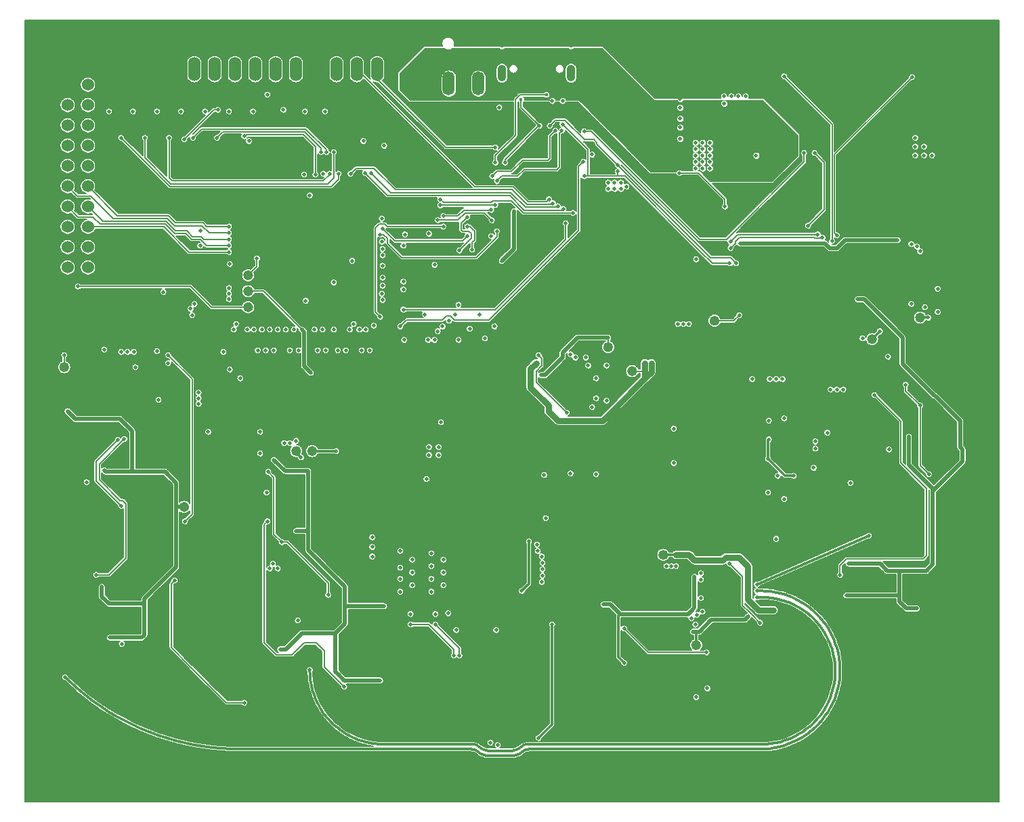
<source format=gbl>
G04 #@! TF.GenerationSoftware,KiCad,Pcbnew,(5.1.7)-1*
G04 #@! TF.CreationDate,2020-10-25T18:45:03+01:00*
G04 #@! TF.ProjectId,VNA,564e412e-6b69-4636-9164-5f7063625858,0.1*
G04 #@! TF.SameCoordinates,Original*
G04 #@! TF.FileFunction,Copper,L4,Bot*
G04 #@! TF.FilePolarity,Positive*
%FSLAX46Y46*%
G04 Gerber Fmt 4.6, Leading zero omitted, Abs format (unit mm)*
G04 Created by KiCad (PCBNEW (5.1.7)-1) date 2020-10-25 18:45:03*
%MOMM*%
%LPD*%
G01*
G04 APERTURE LIST*
G04 #@! TA.AperFunction,ComponentPad*
%ADD10O,1.050000X2.100000*%
G04 #@! TD*
G04 #@! TA.AperFunction,ComponentPad*
%ADD11O,1.500000X3.000000*%
G04 #@! TD*
G04 #@! TA.AperFunction,ComponentPad*
%ADD12O,1.524000X3.048000*%
G04 #@! TD*
G04 #@! TA.AperFunction,SMDPad,CuDef*
%ADD13R,2.667000X4.191000*%
G04 #@! TD*
G04 #@! TA.AperFunction,SMDPad,CuDef*
%ADD14R,2.286000X5.080000*%
G04 #@! TD*
G04 #@! TA.AperFunction,ComponentPad*
%ADD15C,1.524000*%
G04 #@! TD*
G04 #@! TA.AperFunction,ViaPad*
%ADD16C,0.500000*%
G04 #@! TD*
G04 #@! TA.AperFunction,ViaPad*
%ADD17C,0.450000*%
G04 #@! TD*
G04 #@! TA.AperFunction,Conductor*
%ADD18C,0.200000*%
G04 #@! TD*
G04 #@! TA.AperFunction,Conductor*
%ADD19C,0.300000*%
G04 #@! TD*
G04 #@! TA.AperFunction,Conductor*
%ADD20C,0.500000*%
G04 #@! TD*
G04 #@! TA.AperFunction,Conductor*
%ADD21C,0.150000*%
G04 #@! TD*
G04 #@! TA.AperFunction,Conductor*
%ADD22C,0.800000*%
G04 #@! TD*
G04 #@! TA.AperFunction,Conductor*
%ADD23C,0.190500*%
G04 #@! TD*
G04 #@! TA.AperFunction,Conductor*
%ADD24C,0.152400*%
G04 #@! TD*
G04 #@! TA.AperFunction,Conductor*
%ADD25C,0.100000*%
G04 #@! TD*
G04 APERTURE END LIST*
D10*
X147190000Y-58500000D03*
X155830000Y-58500000D03*
X147190000Y-62680000D03*
X155830000Y-62680000D03*
D11*
X144260000Y-64000000D03*
X140560000Y-64000000D03*
X136760000Y-64000000D03*
D12*
X131631100Y-62213600D03*
X129091100Y-62213600D03*
X126551100Y-62213600D03*
X124011100Y-62213600D03*
X121471100Y-62213600D03*
X118931100Y-62213600D03*
X116391100Y-62213600D03*
X113851100Y-62213600D03*
X111311100Y-62213600D03*
X108771100Y-62213600D03*
G04 #@! TA.AperFunction,SMDPad,CuDef*
G36*
G01*
X114866100Y-88003600D02*
X114866100Y-88003600D01*
G75*
G02*
X115501100Y-87368600I635000J0D01*
G01*
X115501100Y-87368600D01*
G75*
G02*
X116136100Y-88003600I0J-635000D01*
G01*
X116136100Y-88003600D01*
G75*
G02*
X115501100Y-88638600I-635000J0D01*
G01*
X115501100Y-88638600D01*
G75*
G02*
X114866100Y-88003600I0J635000D01*
G01*
G37*
G04 #@! TD.AperFunction*
G04 #@! TA.AperFunction,SMDPad,CuDef*
G36*
G01*
X114866100Y-90003600D02*
X114866100Y-90003600D01*
G75*
G02*
X115501100Y-89368600I635000J0D01*
G01*
X115501100Y-89368600D01*
G75*
G02*
X116136100Y-90003600I0J-635000D01*
G01*
X116136100Y-90003600D01*
G75*
G02*
X115501100Y-90638600I-635000J0D01*
G01*
X115501100Y-90638600D01*
G75*
G02*
X114866100Y-90003600I0J635000D01*
G01*
G37*
G04 #@! TD.AperFunction*
G04 #@! TA.AperFunction,SMDPad,CuDef*
G36*
G01*
X114866100Y-92003600D02*
X114866100Y-92003600D01*
G75*
G02*
X115501100Y-91368600I635000J0D01*
G01*
X115501100Y-91368600D01*
G75*
G02*
X116136100Y-92003600I0J-635000D01*
G01*
X116136100Y-92003600D01*
G75*
G02*
X115501100Y-92638600I-635000J0D01*
G01*
X115501100Y-92638600D01*
G75*
G02*
X114866100Y-92003600I0J635000D01*
G01*
G37*
G04 #@! TD.AperFunction*
G04 #@! TA.AperFunction,SMDPad,CuDef*
G36*
G01*
X114866100Y-86003600D02*
X114866100Y-86003600D01*
G75*
G02*
X115501100Y-85368600I635000J0D01*
G01*
X115501100Y-85368600D01*
G75*
G02*
X116136100Y-86003600I0J-635000D01*
G01*
X116136100Y-86003600D01*
G75*
G02*
X115501100Y-86638600I-635000J0D01*
G01*
X115501100Y-86638600D01*
G75*
G02*
X114866100Y-86003600I0J635000D01*
G01*
G37*
G04 #@! TD.AperFunction*
G04 #@! TA.AperFunction,SMDPad,CuDef*
G36*
G01*
X106866100Y-117003600D02*
X106866100Y-117003600D01*
G75*
G02*
X107501100Y-116368600I635000J0D01*
G01*
X107501100Y-116368600D01*
G75*
G02*
X108136100Y-117003600I0J-635000D01*
G01*
X108136100Y-117003600D01*
G75*
G02*
X107501100Y-117638600I-635000J0D01*
G01*
X107501100Y-117638600D01*
G75*
G02*
X106866100Y-117003600I0J635000D01*
G01*
G37*
G04 #@! TD.AperFunction*
G04 #@! TA.AperFunction,SMDPad,CuDef*
G36*
G01*
X108866100Y-117003600D02*
X108866100Y-117003600D01*
G75*
G02*
X109501100Y-116368600I635000J0D01*
G01*
X109501100Y-116368600D01*
G75*
G02*
X110136100Y-117003600I0J-635000D01*
G01*
X110136100Y-117003600D01*
G75*
G02*
X109501100Y-117638600I-635000J0D01*
G01*
X109501100Y-117638600D01*
G75*
G02*
X108866100Y-117003600I0J635000D01*
G01*
G37*
G04 #@! TD.AperFunction*
G04 #@! TA.AperFunction,SMDPad,CuDef*
G36*
G01*
X192866100Y-96003600D02*
X192866100Y-96003600D01*
G75*
G02*
X193501100Y-95368600I635000J0D01*
G01*
X193501100Y-95368600D01*
G75*
G02*
X194136100Y-96003600I0J-635000D01*
G01*
X194136100Y-96003600D01*
G75*
G02*
X193501100Y-96638600I-635000J0D01*
G01*
X193501100Y-96638600D01*
G75*
G02*
X192866100Y-96003600I0J635000D01*
G01*
G37*
G04 #@! TD.AperFunction*
G04 #@! TA.AperFunction,SMDPad,CuDef*
G36*
G01*
X193866100Y-99003600D02*
X193866100Y-99003600D01*
G75*
G02*
X194501100Y-98368600I635000J0D01*
G01*
X194501100Y-98368600D01*
G75*
G02*
X195136100Y-99003600I0J-635000D01*
G01*
X195136100Y-99003600D01*
G75*
G02*
X194501100Y-99638600I-635000J0D01*
G01*
X194501100Y-99638600D01*
G75*
G02*
X193866100Y-99003600I0J635000D01*
G01*
G37*
G04 #@! TD.AperFunction*
G04 #@! TA.AperFunction,SMDPad,CuDef*
G36*
G01*
X122866100Y-110003600D02*
X122866100Y-110003600D01*
G75*
G02*
X123501100Y-109368600I635000J0D01*
G01*
X123501100Y-109368600D01*
G75*
G02*
X124136100Y-110003600I0J-635000D01*
G01*
X124136100Y-110003600D01*
G75*
G02*
X123501100Y-110638600I-635000J0D01*
G01*
X123501100Y-110638600D01*
G75*
G02*
X122866100Y-110003600I0J635000D01*
G01*
G37*
G04 #@! TD.AperFunction*
G04 #@! TA.AperFunction,SMDPad,CuDef*
G36*
G01*
X118866100Y-110003600D02*
X118866100Y-110003600D01*
G75*
G02*
X119501100Y-109368600I635000J0D01*
G01*
X119501100Y-109368600D01*
G75*
G02*
X120136100Y-110003600I0J-635000D01*
G01*
X120136100Y-110003600D01*
G75*
G02*
X119501100Y-110638600I-635000J0D01*
G01*
X119501100Y-110638600D01*
G75*
G02*
X118866100Y-110003600I0J635000D01*
G01*
G37*
G04 #@! TD.AperFunction*
G04 #@! TA.AperFunction,SMDPad,CuDef*
G36*
G01*
X173166100Y-93703600D02*
X173166100Y-93703600D01*
G75*
G02*
X173801100Y-93068600I635000J0D01*
G01*
X173801100Y-93068600D01*
G75*
G02*
X174436100Y-93703600I0J-635000D01*
G01*
X174436100Y-93703600D01*
G75*
G02*
X173801100Y-94338600I-635000J0D01*
G01*
X173801100Y-94338600D01*
G75*
G02*
X173166100Y-93703600I0J635000D01*
G01*
G37*
G04 #@! TD.AperFunction*
G04 #@! TA.AperFunction,SMDPad,CuDef*
G36*
G01*
X176866100Y-100003600D02*
X176866100Y-100003600D01*
G75*
G02*
X177501100Y-99368600I635000J0D01*
G01*
X177501100Y-99368600D01*
G75*
G02*
X178136100Y-100003600I0J-635000D01*
G01*
X178136100Y-100003600D01*
G75*
G02*
X177501100Y-100638600I-635000J0D01*
G01*
X177501100Y-100638600D01*
G75*
G02*
X176866100Y-100003600I0J635000D01*
G01*
G37*
G04 #@! TD.AperFunction*
G04 #@! TA.AperFunction,SMDPad,CuDef*
G36*
G01*
X93136100Y-99503600D02*
X93136100Y-99503600D01*
G75*
G02*
X92501100Y-100138600I-635000J0D01*
G01*
X92501100Y-100138600D01*
G75*
G02*
X91866100Y-99503600I0J635000D01*
G01*
X91866100Y-99503600D01*
G75*
G02*
X92501100Y-98868600I635000J0D01*
G01*
X92501100Y-98868600D01*
G75*
G02*
X93136100Y-99503600I0J-635000D01*
G01*
G37*
G04 #@! TD.AperFunction*
G04 #@! TA.AperFunction,SMDPad,CuDef*
G36*
G01*
X200136100Y-93303600D02*
X200136100Y-93303600D01*
G75*
G02*
X199501100Y-93938600I-635000J0D01*
G01*
X199501100Y-93938600D01*
G75*
G02*
X198866100Y-93303600I0J635000D01*
G01*
X198866100Y-93303600D01*
G75*
G02*
X199501100Y-92668600I635000J0D01*
G01*
X199501100Y-92668600D01*
G75*
G02*
X200136100Y-93303600I0J-635000D01*
G01*
G37*
G04 #@! TD.AperFunction*
G04 #@! TA.AperFunction,SMDPad,CuDef*
G36*
G01*
X122136100Y-110003600D02*
X122136100Y-110003600D01*
G75*
G02*
X121501100Y-110638600I-635000J0D01*
G01*
X121501100Y-110638600D01*
G75*
G02*
X120866100Y-110003600I0J635000D01*
G01*
X120866100Y-110003600D01*
G75*
G02*
X121501100Y-109368600I635000J0D01*
G01*
X121501100Y-109368600D01*
G75*
G02*
X122136100Y-110003600I0J-635000D01*
G01*
G37*
G04 #@! TD.AperFunction*
G04 #@! TA.AperFunction,SMDPad,CuDef*
G36*
G01*
X164136100Y-100003600D02*
X164136100Y-100003600D01*
G75*
G02*
X163501100Y-100638600I-635000J0D01*
G01*
X163501100Y-100638600D01*
G75*
G02*
X162866100Y-100003600I0J635000D01*
G01*
X162866100Y-100003600D01*
G75*
G02*
X163501100Y-99368600I635000J0D01*
G01*
X163501100Y-99368600D01*
G75*
G02*
X164136100Y-100003600I0J-635000D01*
G01*
G37*
G04 #@! TD.AperFunction*
G04 #@! TA.AperFunction,SMDPad,CuDef*
G36*
G01*
X161136100Y-97003600D02*
X161136100Y-97003600D01*
G75*
G02*
X160501100Y-97638600I-635000J0D01*
G01*
X160501100Y-97638600D01*
G75*
G02*
X159866100Y-97003600I0J635000D01*
G01*
X159866100Y-97003600D01*
G75*
G02*
X160501100Y-96368600I635000J0D01*
G01*
X160501100Y-96368600D01*
G75*
G02*
X161136100Y-97003600I0J-635000D01*
G01*
G37*
G04 #@! TD.AperFunction*
G04 #@! TA.AperFunction,SMDPad,CuDef*
G36*
G01*
X172136100Y-134303600D02*
X172136100Y-134303600D01*
G75*
G02*
X171501100Y-134938600I-635000J0D01*
G01*
X171501100Y-134938600D01*
G75*
G02*
X170866100Y-134303600I0J635000D01*
G01*
X170866100Y-134303600D01*
G75*
G02*
X171501100Y-133668600I635000J0D01*
G01*
X171501100Y-133668600D01*
G75*
G02*
X172136100Y-134303600I0J-635000D01*
G01*
G37*
G04 #@! TD.AperFunction*
G04 #@! TA.AperFunction,SMDPad,CuDef*
G36*
G01*
X166766100Y-123003600D02*
X166766100Y-123003600D01*
G75*
G02*
X167401100Y-122368600I635000J0D01*
G01*
X167401100Y-122368600D01*
G75*
G02*
X168036100Y-123003600I0J-635000D01*
G01*
X168036100Y-123003600D01*
G75*
G02*
X167401100Y-123638600I-635000J0D01*
G01*
X167401100Y-123638600D01*
G75*
G02*
X166766100Y-123003600I0J635000D01*
G01*
G37*
G04 #@! TD.AperFunction*
D13*
X179006500Y-58315400D03*
X185995700Y-58315400D03*
X195006500Y-58315400D03*
X201995700Y-58315400D03*
D14*
X103920700Y-151338200D03*
X95081500Y-151338200D03*
X201920700Y-151338200D03*
X193081500Y-151338200D03*
D15*
X92931100Y-64173600D03*
X95471100Y-64173600D03*
X92931100Y-66713600D03*
X95471100Y-66713600D03*
X92931100Y-69253600D03*
X95471100Y-69253600D03*
X92931100Y-71793600D03*
X95471100Y-71793600D03*
X92931100Y-74333600D03*
X95471100Y-74333600D03*
X92931100Y-76873600D03*
X95471100Y-76873600D03*
X92931100Y-79413600D03*
X95471100Y-79413600D03*
X92931100Y-81953600D03*
X95471100Y-81953600D03*
X92931100Y-84493600D03*
X95471100Y-84493600D03*
X92931100Y-87033600D03*
X95471100Y-87033600D03*
D16*
X97501100Y-151003600D03*
X97501100Y-150003600D03*
X97501100Y-149003600D03*
X97501100Y-148003600D03*
X97501100Y-147003600D03*
X97501100Y-146003600D03*
X97501100Y-145003600D03*
X97501100Y-144003600D03*
X96801100Y-143103600D03*
X95501100Y-142203600D03*
X97501100Y-140903600D03*
X97501100Y-140003600D03*
X97501100Y-139003600D03*
X97001100Y-138003600D03*
X97501100Y-137003600D03*
X98501100Y-137003600D03*
X99501100Y-136503600D03*
X102501100Y-136503600D03*
X103301100Y-136503600D03*
X108501100Y-136503600D03*
X109501100Y-136503600D03*
X111001100Y-139003600D03*
X110001100Y-139503600D03*
X109001100Y-139503600D03*
X107501100Y-142003600D03*
X107501100Y-143003600D03*
X108001100Y-144003600D03*
X109501100Y-144503600D03*
X110501100Y-144503600D03*
X111501100Y-144503600D03*
X112501100Y-144003600D03*
X113501100Y-144503600D03*
X114501100Y-144503600D03*
X101501100Y-151003600D03*
X101501100Y-150003600D03*
X101501100Y-149003600D03*
X101501100Y-148003600D03*
X101501100Y-147003600D03*
X101501100Y-146003600D03*
X102501100Y-143603600D03*
X102001100Y-143003600D03*
X101501100Y-142003600D03*
X101501100Y-141003600D03*
X102001100Y-140003600D03*
X103001100Y-140003600D03*
X103501100Y-141003600D03*
X104001100Y-142003600D03*
X104501100Y-143003600D03*
X104501100Y-144003600D03*
X104501100Y-146903600D03*
X105501100Y-147503600D03*
X105501100Y-148503600D03*
X106501100Y-149003600D03*
X107501100Y-149003600D03*
X108501100Y-148503600D03*
X109501100Y-148503600D03*
X110501100Y-148503600D03*
X111501100Y-149003600D03*
X112501100Y-148503600D03*
X113501100Y-148503600D03*
X114501100Y-148503600D03*
X115501100Y-148503600D03*
X116501100Y-148503600D03*
X117501100Y-148503600D03*
X118501100Y-148503600D03*
X119501100Y-148503600D03*
X120501100Y-148503600D03*
X121501100Y-148503600D03*
X122501100Y-148503600D03*
X123501100Y-148503600D03*
X124501100Y-148503600D03*
X125501100Y-148503600D03*
X126501100Y-148503600D03*
X127501100Y-148503600D03*
X128501100Y-148503600D03*
X129501100Y-148503600D03*
X134501100Y-148503600D03*
X135501100Y-148503600D03*
X136501100Y-148503600D03*
X137501100Y-148503600D03*
X138501100Y-148503600D03*
X139501100Y-148503600D03*
X140501100Y-148503600D03*
X141501100Y-148503600D03*
X142501100Y-148503600D03*
X143501100Y-148503600D03*
X143501100Y-145503600D03*
X142501100Y-145503600D03*
X141501100Y-145503600D03*
X140501100Y-145503600D03*
X139501100Y-145503600D03*
X138501100Y-145503600D03*
X137501100Y-145503600D03*
X136501100Y-145503600D03*
X135501100Y-145503600D03*
X134501100Y-145503600D03*
X133501100Y-145503600D03*
X132501100Y-145303600D03*
X131501100Y-145003600D03*
X130501100Y-144503600D03*
X125501100Y-145503600D03*
X124501100Y-145303600D03*
X123501100Y-145103600D03*
X122501100Y-144903600D03*
X121501100Y-144603600D03*
X109501100Y-135003600D03*
X109501100Y-134003600D03*
X109501100Y-133003600D03*
X109001100Y-132003600D03*
X108501100Y-131003600D03*
X107501100Y-130503600D03*
X106501100Y-130003600D03*
X106501100Y-129003600D03*
X106501100Y-128003600D03*
X94101100Y-135703600D03*
X94101100Y-133303600D03*
X94101100Y-132003600D03*
X94101100Y-129403600D03*
X94101100Y-128203600D03*
X94101100Y-127003600D03*
X100001100Y-131403600D03*
X100901100Y-131403600D03*
X100901100Y-130503600D03*
X100001100Y-130503600D03*
X99101100Y-130503600D03*
X99101100Y-131403600D03*
X99101100Y-132303600D03*
X100001100Y-132303600D03*
X100901100Y-132303600D03*
X100001100Y-114503600D03*
X100901100Y-114003600D03*
X100901100Y-115003600D03*
X99101100Y-115003600D03*
X99101100Y-114003600D03*
X102501100Y-115003600D03*
X103501100Y-126003600D03*
X103501100Y-125003600D03*
X103501100Y-124003600D03*
X103501100Y-123003600D03*
X103501100Y-122003600D03*
X103501100Y-121003600D03*
X103501100Y-120003600D03*
X103501100Y-119003600D03*
X103501100Y-118003600D03*
X103501100Y-117003600D03*
X97501100Y-126003600D03*
X97501100Y-125003600D03*
X97501100Y-124003600D03*
X97501100Y-123003600D03*
X97501100Y-122003600D03*
X97501100Y-121003600D03*
X97501100Y-120003600D03*
X97501100Y-119003600D03*
X97501100Y-118003600D03*
X97501100Y-117003600D03*
X96501100Y-116503600D03*
X95501100Y-116503600D03*
X99201100Y-107703600D03*
X101701100Y-104703600D03*
X98651100Y-104853600D03*
X95401100Y-96403600D03*
X95101100Y-99003600D03*
X95901100Y-99003600D03*
X101701100Y-100303600D03*
X101701100Y-101103600D03*
X96001100Y-103303600D03*
X95501100Y-104003600D03*
X94501100Y-105003600D03*
X105501100Y-101903600D03*
X105501100Y-102703600D03*
X106501100Y-105003600D03*
X106501100Y-106003600D03*
X148501100Y-100003600D03*
X147501100Y-100003600D03*
X146501100Y-100003600D03*
X145501100Y-100003600D03*
X144501100Y-100003600D03*
X143501100Y-100003600D03*
X142501100Y-100003600D03*
X141501100Y-100003600D03*
X140501100Y-100003600D03*
X139501100Y-100003600D03*
X138501100Y-100003600D03*
X137501100Y-101003600D03*
X137001100Y-102003600D03*
X137001100Y-103003600D03*
X136001100Y-103503600D03*
X135001100Y-103803600D03*
X134001100Y-104303600D03*
X133001100Y-105003600D03*
X132101100Y-105903600D03*
X131501100Y-107003600D03*
X131501100Y-108003600D03*
X131501100Y-109003600D03*
X131501100Y-110003600D03*
X131501100Y-111003600D03*
X131501100Y-112003600D03*
X133501100Y-109003600D03*
X133501100Y-110003600D03*
X133501100Y-111003600D03*
X133801100Y-107903600D03*
X134201100Y-106903600D03*
X133501100Y-112003600D03*
X133901100Y-113003600D03*
X134401100Y-113903600D03*
X131601100Y-113303600D03*
X132001100Y-114503600D03*
X132801100Y-115503600D03*
X133901100Y-116203600D03*
X135001100Y-116503600D03*
X136101100Y-116503600D03*
X137201100Y-116503600D03*
X138001100Y-117503600D03*
X139001100Y-118003600D03*
X140001100Y-118003600D03*
X141001100Y-118003600D03*
X142001100Y-118003600D03*
X143001100Y-118003600D03*
X144001100Y-118003600D03*
X145001100Y-118003600D03*
X148501100Y-102503600D03*
X147501100Y-102503600D03*
X146501100Y-102503600D03*
X145501100Y-102503600D03*
X144501100Y-102503600D03*
X143501100Y-102503600D03*
X142501100Y-102503600D03*
X141501100Y-102503600D03*
X140501100Y-102503600D03*
X142001100Y-103503600D03*
X143201100Y-104003600D03*
X144401100Y-104903600D03*
X145501100Y-105803600D03*
X146001100Y-107003600D03*
X146201100Y-108003600D03*
X146501100Y-109303600D03*
X146501100Y-110503600D03*
X144101100Y-109303600D03*
X144101100Y-110503600D03*
X136201100Y-109503600D03*
X136201100Y-110603600D03*
X143801100Y-108103600D03*
X143401100Y-106903600D03*
X143801100Y-111703600D03*
X143501100Y-112803600D03*
X145101100Y-115303600D03*
X143901100Y-115303600D03*
X144901100Y-114103600D03*
X145701100Y-113003600D03*
X146301100Y-111803600D03*
X113501100Y-140003600D03*
X140501100Y-135003600D03*
X140501100Y-136003600D03*
X126401100Y-128003600D03*
X134601100Y-132803600D03*
X134601100Y-131603600D03*
X134601100Y-130403600D03*
X119701100Y-120403600D03*
X120101100Y-116503600D03*
X121301100Y-116503600D03*
X115501100Y-113903600D03*
X145501100Y-137503600D03*
X144501100Y-137503600D03*
X143501100Y-137503600D03*
X142501100Y-137003600D03*
X141501100Y-136503600D03*
X145501100Y-141003600D03*
X144501100Y-141003600D03*
X143501100Y-141003600D03*
X142501100Y-141003600D03*
X141501100Y-141003600D03*
X140501100Y-140503600D03*
X139501100Y-140003600D03*
X138501100Y-139503600D03*
X137501100Y-139003600D03*
X132301100Y-128103600D03*
X125501100Y-131003600D03*
X123501100Y-130503600D03*
X123201100Y-126603600D03*
X123701100Y-127503600D03*
X122701100Y-127503600D03*
X122701100Y-125703600D03*
X123701100Y-125703600D03*
X128801100Y-136003600D03*
X129701100Y-136003600D03*
X129701100Y-135103600D03*
X127901100Y-135103600D03*
X127901100Y-136003600D03*
X128801100Y-135103600D03*
X128801100Y-136903600D03*
X129701100Y-136903600D03*
X127901100Y-136903600D03*
X109301100Y-108603600D03*
X109301100Y-107603600D03*
X107701100Y-107603600D03*
X107701100Y-108603600D03*
X118301100Y-128203600D03*
X118301100Y-129203600D03*
X116501100Y-129203600D03*
X116501100Y-128203600D03*
X126001100Y-113903600D03*
X126001100Y-112503600D03*
X126101100Y-107203600D03*
X126301100Y-108203600D03*
X117001100Y-108703600D03*
X117001100Y-109503600D03*
X122201100Y-111803600D03*
X116501100Y-124403600D03*
X115501100Y-125703600D03*
X126001100Y-124003600D03*
X125501100Y-123003600D03*
X120001100Y-131203600D03*
X120801100Y-131203600D03*
X136001100Y-107303600D03*
X141401100Y-107303600D03*
X136001100Y-112603600D03*
X141401100Y-112603600D03*
X138701100Y-105203600D03*
X138701100Y-114803600D03*
X117501100Y-144003600D03*
X118501100Y-144003600D03*
X117501100Y-143103600D03*
X116701100Y-143803600D03*
X148501100Y-145003600D03*
X147801100Y-144303600D03*
X149201100Y-144303600D03*
X149201100Y-145703600D03*
X147801100Y-145703600D03*
X116747118Y-99757582D03*
X120501100Y-99003600D03*
X149101100Y-124503600D03*
X150001100Y-124503600D03*
X150001100Y-123603600D03*
X149101100Y-123603600D03*
X148201100Y-123603600D03*
X148201100Y-124503600D03*
X148201100Y-125403600D03*
X149001100Y-125403600D03*
X148301100Y-116703600D03*
X149001100Y-116003600D03*
X149001100Y-117403600D03*
X147601100Y-117403600D03*
X147601100Y-116003600D03*
X150601100Y-106703600D03*
X151801100Y-106703600D03*
X153201100Y-108003600D03*
X154401100Y-108003600D03*
X156201100Y-108003600D03*
X157401100Y-108003600D03*
X158601100Y-108003600D03*
X161901100Y-102703600D03*
X161901100Y-100303600D03*
X157701100Y-94903600D03*
X153701100Y-95003600D03*
X150601100Y-96803600D03*
X155551100Y-101753600D03*
X156751100Y-101753600D03*
X156751100Y-100553600D03*
X154351100Y-100553600D03*
X154351100Y-102953600D03*
X156751100Y-102953600D03*
X155551100Y-102953600D03*
X154351100Y-101753600D03*
X155551100Y-100553600D03*
X154951100Y-101153600D03*
X156151100Y-101153600D03*
X156151100Y-102353600D03*
X154951100Y-102353600D03*
X182501100Y-97003600D03*
X183401100Y-96503600D03*
X183401100Y-97503600D03*
X181601100Y-97503600D03*
X181601100Y-96503600D03*
X180201100Y-100103600D03*
X179501100Y-100103600D03*
X178801100Y-100103600D03*
X184401100Y-100503600D03*
X184401100Y-99703600D03*
X166601100Y-97103600D03*
X166601100Y-96303600D03*
X166601100Y-97903600D03*
X162501100Y-92203600D03*
X163501100Y-92203600D03*
X167501100Y-92203600D03*
X168501100Y-92203600D03*
X177701100Y-134603600D03*
X175501100Y-127603600D03*
X176701100Y-127603600D03*
X176701100Y-126403600D03*
X175501100Y-126403600D03*
X174301100Y-126403600D03*
X174301100Y-127603600D03*
X174301100Y-128803600D03*
X175501100Y-128803600D03*
X176701100Y-128803600D03*
X176101100Y-128203600D03*
X176101100Y-127003600D03*
X174901100Y-127003600D03*
X174901100Y-128203600D03*
X171501100Y-122503600D03*
X175701100Y-122353600D03*
X178801100Y-122353600D03*
X182501100Y-124053600D03*
X183001100Y-129953600D03*
X182201100Y-129953600D03*
X173501100Y-134703600D03*
X160601100Y-122203600D03*
X160601100Y-123003600D03*
X160601100Y-123803600D03*
X160501100Y-136803600D03*
X161301100Y-136803600D03*
X159701100Y-136803600D03*
X163001100Y-135503600D03*
X163001100Y-134703600D03*
X170301100Y-135903600D03*
X169101100Y-136103600D03*
X169901100Y-124003600D03*
X169901100Y-124853600D03*
X182501100Y-123153600D03*
X134901100Y-85103600D03*
X138101100Y-86403600D03*
X138101100Y-85203600D03*
X176501100Y-144003600D03*
X177401100Y-144003600D03*
X176501100Y-143103600D03*
X175601100Y-144003600D03*
X176501100Y-144903600D03*
X148151100Y-131403600D03*
X148751100Y-131403600D03*
X147551100Y-131403600D03*
X151751100Y-134603600D03*
X152551100Y-134603600D03*
X151651100Y-129103600D03*
X152451100Y-129103600D03*
X146501100Y-137003600D03*
X146501100Y-136003600D03*
X146501100Y-135003600D03*
X146501100Y-131003600D03*
X146501100Y-130003600D03*
X146501100Y-129003600D03*
X146501100Y-120003600D03*
X146501100Y-121003600D03*
X146501100Y-122003600D03*
X150001100Y-120703600D03*
X150001100Y-120003600D03*
X150501100Y-142003600D03*
X150501100Y-141003600D03*
X150501100Y-140003600D03*
X150501100Y-139003600D03*
X150501100Y-138003600D03*
X150501100Y-137003600D03*
X150501100Y-136003600D03*
X150501100Y-135003600D03*
X151001100Y-118403600D03*
X151801100Y-118403600D03*
X155501100Y-145503600D03*
X156501100Y-145503600D03*
X157501100Y-145503600D03*
X158501100Y-145503600D03*
X159501100Y-145503600D03*
X160501100Y-145503600D03*
X161501100Y-145503600D03*
X162501100Y-145503600D03*
X163501100Y-145503600D03*
X164501100Y-145503600D03*
X165501100Y-145503600D03*
X166501100Y-145503600D03*
X167501100Y-145503600D03*
X168501100Y-145503600D03*
X169501100Y-145503600D03*
X170501100Y-145503600D03*
X171501100Y-145503600D03*
X172501100Y-145503600D03*
X155501100Y-148503600D03*
X154501100Y-148503600D03*
X153501100Y-148503600D03*
X156501100Y-148503600D03*
X157501100Y-148503600D03*
X158501100Y-148503600D03*
X159501100Y-148503600D03*
X160501100Y-148503600D03*
X161501100Y-148503600D03*
X162501100Y-148503600D03*
X163501100Y-148503600D03*
X167501100Y-148503600D03*
X168501100Y-148503600D03*
X169501100Y-148503600D03*
X170501100Y-148503600D03*
X171501100Y-148503600D03*
X172501100Y-148503600D03*
X173501100Y-148503600D03*
X174501100Y-148503600D03*
X175501100Y-148503600D03*
X176501100Y-148503600D03*
X177501100Y-148503600D03*
X178501100Y-148503600D03*
X179501100Y-148503600D03*
X180501100Y-148503600D03*
X181501100Y-148503600D03*
X182501100Y-148503600D03*
X183501100Y-148503600D03*
X184501100Y-148503600D03*
X185501100Y-148503600D03*
X186501100Y-148503600D03*
X187501100Y-148503600D03*
X188501100Y-148503600D03*
X189501100Y-148503600D03*
X190501100Y-148503600D03*
X170201100Y-132303600D03*
X169401100Y-132303600D03*
X195501100Y-151003600D03*
X195501100Y-150003600D03*
X195501100Y-149003600D03*
X195501100Y-148003600D03*
X195501100Y-147003600D03*
X195501100Y-146003600D03*
X195501100Y-145003600D03*
X195001100Y-144003600D03*
X195001100Y-143003600D03*
X195501100Y-142003600D03*
X195501100Y-141003600D03*
X195501100Y-140003600D03*
X195001100Y-139003600D03*
X195301100Y-138303600D03*
X189501100Y-147003600D03*
X190501100Y-146003600D03*
X191501100Y-145003600D03*
X192501100Y-144003600D03*
X193501100Y-143003600D03*
X193501100Y-142003600D03*
X193501100Y-141003600D03*
X194201100Y-140403600D03*
X194601100Y-139503600D03*
X188501100Y-144003600D03*
X189501100Y-143003600D03*
X190501100Y-142003600D03*
X190501100Y-141003600D03*
X199501100Y-151003600D03*
X199501100Y-150003600D03*
X199501100Y-149003600D03*
X199501100Y-148003600D03*
X199501100Y-147003600D03*
X199501100Y-146003600D03*
X199501100Y-145003600D03*
X199501100Y-144003600D03*
X200001100Y-143003600D03*
X200001100Y-142003600D03*
X199501100Y-141003600D03*
X199501100Y-140003600D03*
X199501100Y-139003600D03*
X200001100Y-138003600D03*
X200001100Y-137003600D03*
X199501100Y-136003600D03*
X198501100Y-136003600D03*
X197501100Y-136003600D03*
X196501100Y-135203600D03*
X195501100Y-135003600D03*
X194901100Y-134003600D03*
X194901100Y-133003600D03*
X194901100Y-132003600D03*
X189501100Y-132003600D03*
X190001100Y-131003600D03*
X189201100Y-130603600D03*
X197501100Y-124003600D03*
X198501100Y-124003600D03*
X199501100Y-124003600D03*
X199501100Y-123003600D03*
X199501100Y-122003600D03*
X199501100Y-121003600D03*
X199501100Y-120003600D03*
X199501100Y-119003600D03*
X199501100Y-118003600D03*
X199501100Y-117003600D03*
X199501100Y-116003600D03*
X199501100Y-115003600D03*
X203501100Y-115003600D03*
X203501100Y-116003600D03*
X203501100Y-117003600D03*
X203501100Y-118003600D03*
X203501100Y-119003600D03*
X203501100Y-120003600D03*
X203501100Y-121003600D03*
X203501100Y-122003600D03*
X203501100Y-123003600D03*
X203501100Y-124003600D03*
X203501100Y-125003600D03*
X203501100Y-126003600D03*
X203101100Y-127003600D03*
X202201100Y-127703600D03*
X201101100Y-128203600D03*
X200001100Y-128403600D03*
X192501100Y-126003600D03*
X193401100Y-126003600D03*
X193401100Y-125103600D03*
X192501100Y-125103600D03*
X191601100Y-125103600D03*
X191601100Y-126003600D03*
X191601100Y-126903600D03*
X192501100Y-126903600D03*
X193401100Y-126903600D03*
X201101100Y-110503600D03*
X202001100Y-110003600D03*
X202001100Y-111003600D03*
X200201100Y-111003600D03*
X200201100Y-110003600D03*
X196001100Y-107603600D03*
X196001100Y-106803600D03*
X203201100Y-110803600D03*
X204001100Y-110803600D03*
X204501100Y-114203600D03*
X204501100Y-113303600D03*
X198701100Y-114203600D03*
X199501100Y-103303600D03*
X199901100Y-99503600D03*
X201101100Y-99503600D03*
X206001100Y-96403600D03*
X206001100Y-97503600D03*
X194901100Y-97503600D03*
X194901100Y-96603600D03*
X189501100Y-98203600D03*
X190401100Y-97703600D03*
X190401100Y-98703600D03*
X188601100Y-98703600D03*
X188601100Y-97703600D03*
X191401100Y-95603600D03*
X191401100Y-94803600D03*
X192201100Y-94403600D03*
X192901100Y-94403600D03*
X197201100Y-94403600D03*
X198001100Y-94403600D03*
X196001100Y-90703600D03*
X195201100Y-90703600D03*
X188101100Y-120603600D03*
X190501100Y-120603600D03*
X194501100Y-120603600D03*
X195701100Y-120603600D03*
X195701100Y-131803600D03*
X196901100Y-131803600D03*
X198101100Y-131803600D03*
X201901100Y-95103600D03*
X183501100Y-110003600D03*
X184501100Y-109003600D03*
X184501100Y-110003600D03*
X184501100Y-111003600D03*
X183501100Y-111003600D03*
X182501100Y-111003600D03*
X182501100Y-110003600D03*
X182501100Y-109003600D03*
X183501100Y-109003600D03*
X183801100Y-116103600D03*
X185001100Y-116103600D03*
X189701100Y-116103600D03*
X186501100Y-106503600D03*
X186501100Y-107403600D03*
X177501100Y-105803600D03*
X177501100Y-106703600D03*
X172701100Y-110203600D03*
X176701100Y-110203600D03*
X168701100Y-110203600D03*
X175701100Y-113703600D03*
X174101100Y-113703600D03*
X174101100Y-114603600D03*
X175701100Y-114603600D03*
X177701100Y-114603600D03*
X177701100Y-113803600D03*
X171801100Y-113703600D03*
X169701100Y-113703600D03*
X169701100Y-114603600D03*
X170801100Y-114603600D03*
X165201100Y-114703600D03*
X162001100Y-114603600D03*
X132201100Y-78303600D03*
X132301100Y-87553600D03*
X104901100Y-91303600D03*
X107401100Y-83403600D03*
X107401100Y-85403600D03*
X131101100Y-71203600D03*
X114401100Y-71203600D03*
X129201100Y-75403600D03*
X119701100Y-75303600D03*
X113001100Y-78303600D03*
X109101100Y-118103600D03*
X147201100Y-84803600D03*
X139901100Y-83103600D03*
X158501100Y-71703600D03*
X152601100Y-74203600D03*
X155001100Y-74203600D03*
X155001100Y-71803600D03*
X152601100Y-71803600D03*
X150201100Y-71803600D03*
X150201100Y-76603600D03*
X155001100Y-76603600D03*
X152601100Y-76603600D03*
X150201100Y-74203600D03*
X152601100Y-73003600D03*
X153801100Y-71803600D03*
X153801100Y-73003600D03*
X155001100Y-73003600D03*
X153801100Y-74203600D03*
X152601100Y-75403600D03*
X153801100Y-75403600D03*
X155001100Y-75403600D03*
X153801100Y-76603600D03*
X151401100Y-76603600D03*
X151401100Y-75403600D03*
X151401100Y-74203600D03*
X150201100Y-75403600D03*
X150201100Y-73003600D03*
X151401100Y-73003600D03*
X151401100Y-71803600D03*
X147601100Y-80003600D03*
X148001100Y-67003600D03*
X114501100Y-87003600D03*
X88501100Y-82003600D03*
X89501100Y-81003600D03*
X89501100Y-83003600D03*
X88501100Y-84003600D03*
X89501100Y-85003600D03*
X88501100Y-86003600D03*
X89501100Y-87003600D03*
X88501100Y-88003600D03*
X89501100Y-89003600D03*
X88501100Y-90003600D03*
X89501100Y-91003600D03*
X88501100Y-92003600D03*
X90501100Y-92003600D03*
X88501100Y-97003600D03*
X89501100Y-98003600D03*
X90501100Y-97003600D03*
X89501100Y-100003600D03*
X88501100Y-99003600D03*
X88501100Y-101003600D03*
X89501100Y-102003600D03*
X88501100Y-103003600D03*
X89501100Y-104003600D03*
X88501100Y-105003600D03*
X89501100Y-106003600D03*
X88501100Y-107003600D03*
X89501100Y-108003600D03*
X88501100Y-109003600D03*
X89501100Y-110003600D03*
X88501100Y-111003600D03*
X89501100Y-112003600D03*
X88501100Y-113003600D03*
X89501100Y-114003600D03*
X88501100Y-115003600D03*
X88501100Y-117003600D03*
X88501100Y-119003600D03*
X88501100Y-121003600D03*
X89501100Y-120003600D03*
X89501100Y-118003600D03*
X89501100Y-116003600D03*
X90501100Y-121003600D03*
X91501100Y-121003600D03*
X92501100Y-122003600D03*
X92501100Y-124003600D03*
X91501100Y-126003600D03*
X88501100Y-126003600D03*
X90501100Y-126003600D03*
X89501100Y-127003600D03*
X92501100Y-125003600D03*
X92501100Y-123003600D03*
X88501100Y-128003600D03*
X88501100Y-130003600D03*
X88501100Y-132003600D03*
X88501100Y-134003600D03*
X88501100Y-136003600D03*
X88501100Y-138003600D03*
X89501100Y-137003600D03*
X89501100Y-135003600D03*
X89501100Y-133003600D03*
X89501100Y-131003600D03*
X89501100Y-129003600D03*
X89501100Y-139003600D03*
X89501100Y-141003600D03*
X88501100Y-140003600D03*
X88501100Y-142003600D03*
X88501100Y-144003600D03*
X89501100Y-143003600D03*
X89501100Y-145003600D03*
X88501100Y-146003600D03*
X89501100Y-147003600D03*
X93501100Y-150003600D03*
X92501100Y-151003600D03*
X92501100Y-149003600D03*
X88501100Y-80003600D03*
X89501100Y-79003600D03*
X89501100Y-77003600D03*
X89501100Y-75003600D03*
X89501100Y-73003600D03*
X88501100Y-74003600D03*
X88501100Y-76003600D03*
X88501100Y-78003600D03*
X88501100Y-72003600D03*
X89501100Y-71003600D03*
X88501100Y-70003600D03*
X89501100Y-69003600D03*
X88501100Y-68003600D03*
X89501100Y-67003600D03*
X89501100Y-65003600D03*
X89501100Y-63003600D03*
X88501100Y-64003600D03*
X88501100Y-66003600D03*
X88501100Y-62003600D03*
X89501100Y-61003600D03*
X92501100Y-94003600D03*
X93501100Y-93003600D03*
X94501100Y-94003600D03*
X92001100Y-92503600D03*
X95501100Y-93003600D03*
X96501100Y-94003600D03*
X97501100Y-93003600D03*
X98501100Y-94003600D03*
X99501100Y-93003600D03*
X100501100Y-94003600D03*
X101501100Y-93003600D03*
X101501100Y-94003600D03*
X106501100Y-97003600D03*
X107501100Y-96003600D03*
X108501100Y-97003600D03*
X109501100Y-98003600D03*
X110501100Y-99003600D03*
X111501100Y-100003600D03*
X111501100Y-102003600D03*
X110501100Y-101003600D03*
X109501100Y-100003600D03*
X108501100Y-99003600D03*
X107501100Y-98003600D03*
X112501100Y-102003600D03*
X112501100Y-106003600D03*
X113501100Y-107003600D03*
X113501100Y-109003600D03*
X112501100Y-108003600D03*
X112501100Y-110003600D03*
X112501100Y-112003600D03*
X112501100Y-114003600D03*
X112501100Y-116003600D03*
X112501100Y-118003600D03*
X112501100Y-120003600D03*
X113501100Y-119003600D03*
X113501100Y-117003600D03*
X113501100Y-115003600D03*
X113501100Y-113003600D03*
X113501100Y-111003600D03*
X113501100Y-121003600D03*
X111501100Y-121003600D03*
X110501100Y-121003600D03*
X109501100Y-122003600D03*
X113501100Y-126003600D03*
X111501100Y-126003600D03*
X112501100Y-127003600D03*
X113501100Y-128003600D03*
X113501100Y-132003600D03*
X112501100Y-131003600D03*
X112501100Y-133003600D03*
X112501100Y-135003600D03*
X113501100Y-134003600D03*
X113501100Y-136003600D03*
X113501100Y-138003600D03*
X114501100Y-137003600D03*
X114501100Y-139003600D03*
X115501100Y-138003600D03*
X116501100Y-139003600D03*
X117501100Y-138003600D03*
X120501100Y-141003600D03*
X121501100Y-142003600D03*
X122501100Y-141003600D03*
X122501100Y-143003600D03*
X123101100Y-142103600D03*
X123501100Y-143003600D03*
X124301100Y-144003600D03*
X129501100Y-144003600D03*
X128501100Y-143003600D03*
X127501100Y-142003600D03*
X129501100Y-142003600D03*
X131501100Y-142003600D03*
X133501100Y-142003600D03*
X135001100Y-142003600D03*
X140001100Y-142003600D03*
X141501100Y-142003600D03*
X143501100Y-142003600D03*
X144501100Y-143003600D03*
X143501100Y-144003600D03*
X141501100Y-144003600D03*
X139501100Y-144003600D03*
X135501100Y-144003600D03*
X133501100Y-144003600D03*
X131501100Y-144003600D03*
X130501100Y-143003600D03*
X132501100Y-143003600D03*
X134501100Y-143003600D03*
X140501100Y-143003600D03*
X142501100Y-143003600D03*
X144501100Y-136003600D03*
X143501100Y-135003600D03*
X143501100Y-136003600D03*
X144501100Y-135003600D03*
X144501100Y-131003600D03*
X143501100Y-131003600D03*
X143501100Y-130003600D03*
X144501100Y-130003600D03*
X143501100Y-125003600D03*
X144501100Y-124003600D03*
X144501100Y-125003600D03*
X143501100Y-124003600D03*
X140501100Y-121003600D03*
X139501100Y-120003600D03*
X138501100Y-121003600D03*
X137501100Y-120003600D03*
X136501100Y-121003600D03*
X136501100Y-120003600D03*
X135501100Y-119003600D03*
X134501100Y-120003600D03*
X133501100Y-119003600D03*
X132501100Y-118003600D03*
X131501100Y-117003600D03*
X130501100Y-116003600D03*
X129501100Y-115003600D03*
X128501100Y-114003600D03*
X129501100Y-113003600D03*
X128501100Y-112003600D03*
X129501100Y-111003600D03*
X128501100Y-110003600D03*
X129501100Y-109003600D03*
X128501100Y-108003600D03*
X129501100Y-107003600D03*
X130501100Y-118003600D03*
X131501100Y-119003600D03*
X130501100Y-114003600D03*
X134501100Y-118003600D03*
X129501100Y-117003600D03*
X128501100Y-106003600D03*
X127501100Y-105003600D03*
X125501100Y-105003600D03*
X123501100Y-105003600D03*
X122501100Y-104003600D03*
X124501100Y-104003600D03*
X126501100Y-104003600D03*
X128501100Y-104003600D03*
X129501100Y-105003600D03*
X127501100Y-103003600D03*
X125501100Y-103003600D03*
X123501100Y-103003600D03*
X122501100Y-102003600D03*
X124501100Y-102003600D03*
X126501100Y-102003600D03*
X131501100Y-101003600D03*
X132501100Y-100003600D03*
X133501100Y-99003600D03*
X135501100Y-99003600D03*
X134501100Y-98003600D03*
X136501100Y-98003600D03*
X137501100Y-99003600D03*
X139501100Y-99003600D03*
X141501100Y-99003600D03*
X143501100Y-99003600D03*
X145501100Y-99003600D03*
X147501100Y-99003600D03*
X148501100Y-98003600D03*
X146501100Y-98003600D03*
X144501100Y-98003600D03*
X142501100Y-98003600D03*
X140501100Y-98003600D03*
X138501100Y-98003600D03*
X134501100Y-100003600D03*
X133501100Y-101003600D03*
X132501100Y-102003600D03*
X148501100Y-94003600D03*
X149501100Y-93003600D03*
X150501100Y-92003600D03*
X151501100Y-91003600D03*
X153501100Y-91003600D03*
X155501100Y-91003600D03*
X152501100Y-92003600D03*
X151501100Y-93003600D03*
X150501100Y-94003600D03*
X160501100Y-91003600D03*
X159501100Y-90003600D03*
X161501100Y-90003600D03*
X163501100Y-90003600D03*
X165501100Y-90003600D03*
X167501100Y-90003600D03*
X168501100Y-91003600D03*
X166501100Y-91003600D03*
X164501100Y-91003600D03*
X162501100Y-91003600D03*
X170501100Y-90003600D03*
X172501100Y-90003600D03*
X171501100Y-91003600D03*
X172501100Y-91003600D03*
X174901100Y-90003600D03*
X174901100Y-91003600D03*
X177501100Y-90003600D03*
X178501100Y-91003600D03*
X179501100Y-90003600D03*
X180501100Y-91003600D03*
X181501100Y-90003600D03*
X182501100Y-91003600D03*
X182501100Y-89003600D03*
X185501100Y-92003600D03*
X186501100Y-93003600D03*
X185501100Y-94003600D03*
X186501100Y-95003600D03*
X186501100Y-97003600D03*
X185501100Y-96003600D03*
X185501100Y-98003600D03*
X186501100Y-99003600D03*
X185501100Y-100003600D03*
X186501100Y-101003600D03*
X185501100Y-102003600D03*
X184501100Y-103003600D03*
X183501100Y-104003600D03*
X182501100Y-103003600D03*
X185501100Y-104003600D03*
X186501100Y-103003600D03*
X187501100Y-104003600D03*
X186501100Y-105003600D03*
X187501100Y-106003600D03*
X191501100Y-106003600D03*
X192501100Y-105003600D03*
X193501100Y-106003600D03*
X192501100Y-107003600D03*
X193501100Y-108003600D03*
X193501100Y-110003600D03*
X192501100Y-111003600D03*
X192501100Y-109003600D03*
X193501100Y-112403600D03*
X192501100Y-113403600D03*
X194501100Y-114003600D03*
X196501100Y-114003600D03*
X197501100Y-115003600D03*
X197501100Y-117003600D03*
X196501100Y-119003600D03*
X194501100Y-119003600D03*
X192501100Y-119003600D03*
X192501100Y-117003600D03*
X191501100Y-116003600D03*
X191501100Y-118003600D03*
X190501100Y-119003600D03*
X190501100Y-117003600D03*
X189501100Y-118003600D03*
X188501100Y-119003600D03*
X187501100Y-118003600D03*
X186501100Y-119003600D03*
X185501100Y-118003600D03*
X184501100Y-119003600D03*
X183501100Y-118003600D03*
X181501100Y-119003600D03*
X180501100Y-118003600D03*
X179501100Y-119003600D03*
X178501100Y-118003600D03*
X174501100Y-119003600D03*
X175501100Y-118003600D03*
X175501100Y-119003600D03*
X174501100Y-118003600D03*
X176301100Y-118003600D03*
X176301100Y-119003600D03*
X171501100Y-118003600D03*
X170501100Y-119003600D03*
X169501100Y-118003600D03*
X169501100Y-119003600D03*
X170501100Y-118003600D03*
X171501100Y-119003600D03*
X166501100Y-118003600D03*
X166501100Y-119003600D03*
X165501100Y-118003600D03*
X165501100Y-119003600D03*
X161501100Y-118003600D03*
X161501100Y-119003600D03*
X160501100Y-118003600D03*
X160501100Y-119003600D03*
X156501100Y-122003600D03*
X157501100Y-123003600D03*
X156501100Y-124003600D03*
X157501100Y-125003600D03*
X156501100Y-126003600D03*
X157501100Y-127003600D03*
X156501100Y-128003600D03*
X156501100Y-130003600D03*
X157501100Y-131003600D03*
X156501100Y-132003600D03*
X157501100Y-132003600D03*
X156501100Y-131003600D03*
X157501100Y-130003600D03*
X156501100Y-135003600D03*
X157501100Y-135003600D03*
X156501100Y-136003600D03*
X157501100Y-137003600D03*
X156501100Y-138003600D03*
X157501100Y-139003600D03*
X156501100Y-140003600D03*
X158501100Y-138003600D03*
X160501100Y-138003600D03*
X162501100Y-138003600D03*
X163501100Y-139003600D03*
X164501100Y-140003600D03*
X165501100Y-141003600D03*
X166501100Y-142003600D03*
X168501100Y-142003600D03*
X169501100Y-143003600D03*
X167501100Y-143003600D03*
X165501100Y-143003600D03*
X159501100Y-139003600D03*
X160501100Y-140003600D03*
X160501100Y-142003600D03*
X160501100Y-144003600D03*
X162501100Y-144003600D03*
X162501100Y-142003600D03*
X162501100Y-140003600D03*
X164501100Y-142003600D03*
X164501100Y-144003600D03*
X166501100Y-144003600D03*
X168501100Y-144003600D03*
X163501100Y-143003600D03*
X163501100Y-141003600D03*
X161501100Y-141003600D03*
X161501100Y-139003600D03*
X161501100Y-143003600D03*
X156501100Y-144003600D03*
X166501100Y-138003600D03*
X168501100Y-138003600D03*
X167501100Y-139003600D03*
X168501100Y-140003600D03*
X169501100Y-139003600D03*
X170501100Y-138003600D03*
X171501100Y-137003600D03*
X173501100Y-137003600D03*
X175501100Y-137003600D03*
X177501100Y-137003600D03*
X179501100Y-137003600D03*
X181501100Y-137003600D03*
X183501100Y-137003600D03*
X180501100Y-138003600D03*
X178501100Y-138003600D03*
X176501100Y-138003600D03*
X174501100Y-138003600D03*
X175501100Y-139003600D03*
X177501100Y-139003600D03*
X179501100Y-139003600D03*
X178501100Y-140003600D03*
X180501100Y-140003600D03*
X179501100Y-141003600D03*
X181501100Y-142003600D03*
X183501100Y-142003600D03*
X185501100Y-141003600D03*
X185501100Y-139003600D03*
X185501100Y-137003600D03*
X184501100Y-136003600D03*
X185501100Y-135003600D03*
X184501100Y-134003600D03*
X185501100Y-133003600D03*
X184501100Y-132003600D03*
X184501100Y-127003600D03*
X185501100Y-127003600D03*
X184501100Y-122003600D03*
X185501100Y-121003600D03*
X184501100Y-120003600D03*
X180501100Y-103003600D03*
X181501100Y-104003600D03*
X178501100Y-104003600D03*
X177501100Y-103003600D03*
X176501100Y-104003600D03*
X175501100Y-103003600D03*
X174701100Y-104003600D03*
X172501100Y-103003600D03*
X172501100Y-104003600D03*
X171501100Y-103003600D03*
X170501100Y-104003600D03*
X169501100Y-103003600D03*
X169501100Y-104003600D03*
X166501100Y-104003600D03*
X165501100Y-105003600D03*
X166501100Y-106003600D03*
X165501100Y-107003600D03*
X166501100Y-108003600D03*
X165501100Y-109003600D03*
X166501100Y-110003600D03*
X165501100Y-111003600D03*
X161501100Y-110003600D03*
X160501100Y-111003600D03*
X159501100Y-110003600D03*
X157201100Y-110003600D03*
X156501100Y-111003600D03*
X155501100Y-110003600D03*
X154501100Y-111003600D03*
X153501100Y-110003600D03*
X152501100Y-111003600D03*
X147501100Y-105003600D03*
X148501100Y-105003600D03*
X147501100Y-107003600D03*
X148501100Y-107003600D03*
X150501100Y-111003600D03*
X92501100Y-58003600D03*
X93501100Y-57003600D03*
X94501100Y-58003600D03*
X95501100Y-57003600D03*
X97501100Y-57003600D03*
X99501100Y-57003600D03*
X101501100Y-57003600D03*
X103501100Y-57003600D03*
X105501100Y-57003600D03*
X107501100Y-57003600D03*
X109501100Y-57003600D03*
X108501100Y-58003600D03*
X106501100Y-58003600D03*
X104501100Y-58003600D03*
X102501100Y-58003600D03*
X100501100Y-58003600D03*
X98501100Y-58003600D03*
X96501100Y-58003600D03*
X110501100Y-58003600D03*
X112501100Y-58003600D03*
X114501100Y-58003600D03*
X116501100Y-58003600D03*
X118501100Y-58003600D03*
X120501100Y-58003600D03*
X119501100Y-57003600D03*
X117501100Y-57003600D03*
X115501100Y-57003600D03*
X113501100Y-57003600D03*
X111501100Y-57003600D03*
X121501100Y-57003600D03*
X123501100Y-57003600D03*
X125501100Y-57003600D03*
X127501100Y-57003600D03*
X129501100Y-57003600D03*
X131501100Y-57003600D03*
X132501100Y-58003600D03*
X130501100Y-58003600D03*
X128501100Y-58003600D03*
X126501100Y-58003600D03*
X124501100Y-58003600D03*
X122501100Y-58003600D03*
X169501100Y-57003600D03*
X170501100Y-58003600D03*
X171501100Y-57003600D03*
X172501100Y-58003600D03*
X173501100Y-57003600D03*
X174501100Y-58003600D03*
X175501100Y-57003600D03*
X176501100Y-58003600D03*
X188501100Y-57003600D03*
X189501100Y-58003600D03*
X190501100Y-57003600D03*
X191501100Y-58003600D03*
X192501100Y-57003600D03*
X204501100Y-57003600D03*
X204501100Y-58003600D03*
X207501100Y-61003600D03*
X207501100Y-63003600D03*
X208501100Y-62003600D03*
X207501100Y-65003600D03*
X187501100Y-89003600D03*
X187501100Y-87003600D03*
X188501100Y-88003600D03*
X189501100Y-87003600D03*
X185501100Y-87003600D03*
X190501100Y-88003600D03*
X193501100Y-87003600D03*
X194501100Y-88003600D03*
X195501100Y-87003600D03*
X196501100Y-88003600D03*
X197501100Y-87003600D03*
X198501100Y-88003600D03*
X201501100Y-87003600D03*
X202501100Y-88003600D03*
X203501100Y-87003600D03*
X204501100Y-88003600D03*
X208501100Y-86003600D03*
X207501100Y-85003600D03*
X207501100Y-83003600D03*
X207501100Y-81003600D03*
X207501100Y-77003600D03*
X207501100Y-75003600D03*
X207501100Y-73003600D03*
X207501100Y-71003600D03*
X207501100Y-69003600D03*
X207501100Y-67003600D03*
X208501100Y-64003600D03*
X208501100Y-66003600D03*
X208501100Y-68003600D03*
X208501100Y-70003600D03*
X208501100Y-72003600D03*
X208501100Y-74003600D03*
X208501100Y-76003600D03*
X208501100Y-78003600D03*
X208501100Y-80003600D03*
X208501100Y-82003600D03*
X208501100Y-84003600D03*
X208501100Y-91003600D03*
X207501100Y-92003600D03*
X207501100Y-94003600D03*
X207501100Y-96003600D03*
X207501100Y-98003600D03*
X207501100Y-100003600D03*
X207501100Y-102003600D03*
X207501100Y-104003600D03*
X207501100Y-106003600D03*
X207501100Y-108003600D03*
X207501100Y-110003600D03*
X207501100Y-112003600D03*
X207501100Y-114003600D03*
X207501100Y-116003600D03*
X207501100Y-118003600D03*
X207501100Y-120003600D03*
X207501100Y-122003600D03*
X207501100Y-124003600D03*
X207501100Y-126003600D03*
X207501100Y-128003600D03*
X205501100Y-128003600D03*
X204501100Y-129003600D03*
X204501100Y-130003600D03*
X204501100Y-131003600D03*
X204501100Y-132003600D03*
X205501100Y-133003600D03*
X207501100Y-133003600D03*
X207501100Y-135003600D03*
X207501100Y-137003600D03*
X207501100Y-139003600D03*
X207501100Y-141003600D03*
X207501100Y-143003600D03*
X207501100Y-145003600D03*
X207501100Y-147003600D03*
X208501100Y-146003600D03*
X208501100Y-144003600D03*
X208501100Y-142003600D03*
X208501100Y-140003600D03*
X208501100Y-138003600D03*
X208501100Y-136003600D03*
X208501100Y-134003600D03*
X208501100Y-127003600D03*
X208501100Y-125003600D03*
X208501100Y-123003600D03*
X208501100Y-121003600D03*
X208501100Y-119003600D03*
X208501100Y-117003600D03*
X208501100Y-115003600D03*
X208501100Y-113003600D03*
X208501100Y-111003600D03*
X208501100Y-109003600D03*
X208501100Y-107003600D03*
X208501100Y-105003600D03*
X208501100Y-103003600D03*
X208501100Y-101003600D03*
X208501100Y-99003600D03*
X208501100Y-97003600D03*
X208501100Y-95003600D03*
X208501100Y-93003600D03*
X203501100Y-150003600D03*
X204501100Y-151003600D03*
X204501100Y-149003600D03*
X105501100Y-151003600D03*
X107501100Y-151003600D03*
X109501100Y-151003600D03*
X111501100Y-151003600D03*
X113501100Y-151003600D03*
X115501100Y-151003600D03*
X117501100Y-151003600D03*
X119501100Y-151003600D03*
X121501100Y-151003600D03*
X123501100Y-151003600D03*
X125501100Y-151003600D03*
X127501100Y-151003600D03*
X135501100Y-151003600D03*
X137501100Y-151003600D03*
X139501100Y-151003600D03*
X141501100Y-151003600D03*
X143501100Y-151003600D03*
X145501100Y-151003600D03*
X147501100Y-151003600D03*
X149501100Y-151003600D03*
X151501100Y-151003600D03*
X153501100Y-151003600D03*
X155501100Y-151003600D03*
X157501100Y-151003600D03*
X159501100Y-151003600D03*
X161501100Y-151003600D03*
X169501100Y-151003600D03*
X171501100Y-151003600D03*
X173501100Y-151003600D03*
X175501100Y-151003600D03*
X177501100Y-151003600D03*
X179501100Y-151003600D03*
X181501100Y-151003600D03*
X183501100Y-151003600D03*
X185501100Y-151003600D03*
X187501100Y-151003600D03*
X189501100Y-151003600D03*
X191501100Y-151003600D03*
X190501100Y-150003600D03*
X188501100Y-150003600D03*
X186501100Y-150003600D03*
X184501100Y-150003600D03*
X182501100Y-150003600D03*
X180501100Y-150003600D03*
X178501100Y-150003600D03*
X176501100Y-150003600D03*
X174501100Y-150003600D03*
X172501100Y-150003600D03*
X170501100Y-150003600D03*
X168501100Y-150003600D03*
X162501100Y-150003600D03*
X160501100Y-150003600D03*
X158501100Y-150003600D03*
X156501100Y-150003600D03*
X154501100Y-150003600D03*
X152501100Y-150003600D03*
X150501100Y-150003600D03*
X148501100Y-150003600D03*
X146501100Y-150003600D03*
X144501100Y-150003600D03*
X142501100Y-150003600D03*
X140501100Y-150003600D03*
X138501100Y-150003600D03*
X136501100Y-150003600D03*
X134501100Y-150003600D03*
X128501100Y-150003600D03*
X126501100Y-150003600D03*
X124501100Y-150003600D03*
X122501100Y-150003600D03*
X120501100Y-150003600D03*
X118501100Y-150003600D03*
X116501100Y-150003600D03*
X114501100Y-150003600D03*
X112501100Y-150003600D03*
X110501100Y-150003600D03*
X108501100Y-150003600D03*
X106501100Y-150003600D03*
X95301100Y-111503600D03*
X122301100Y-139703600D03*
X134201100Y-139703600D03*
X182401100Y-144103600D03*
X187901100Y-144503600D03*
X187301100Y-128803600D03*
X195901100Y-111203600D03*
X191501100Y-100703600D03*
X191501100Y-101703600D03*
X187501100Y-135703600D03*
X187501100Y-137803600D03*
X183301100Y-144103600D03*
X181501100Y-144103600D03*
X125501100Y-71203600D03*
X126801100Y-71203600D03*
X128501100Y-69003600D03*
X130501100Y-69003600D03*
X127401100Y-67403600D03*
X128001100Y-65603600D03*
X114501100Y-67103600D03*
X168501100Y-58003600D03*
X167501100Y-57003600D03*
X166501100Y-58003600D03*
X165501100Y-57003600D03*
X164501100Y-58003600D03*
X163501100Y-57003600D03*
X162501100Y-58003600D03*
X161501100Y-57003600D03*
X160501100Y-58003600D03*
X159501100Y-57003600D03*
X158501100Y-58003600D03*
X157501100Y-57003600D03*
X133501100Y-57003600D03*
X137501100Y-57003600D03*
X139501100Y-57003600D03*
X141501100Y-57003600D03*
X142501100Y-58003600D03*
X140501100Y-58003600D03*
X138501100Y-58003600D03*
X154501100Y-57003600D03*
X153501100Y-58003600D03*
X152501100Y-57003600D03*
X151501100Y-58003600D03*
X150501100Y-57003600D03*
X149501100Y-58003600D03*
X148501100Y-57003600D03*
X146501100Y-57003600D03*
X172301100Y-73003600D03*
X173201100Y-73003600D03*
X173201100Y-71403600D03*
X173201100Y-72203600D03*
X172301100Y-72203600D03*
X172301100Y-71403600D03*
X171401100Y-71403600D03*
X171401100Y-72203600D03*
X171401100Y-73003600D03*
X172301100Y-74603600D03*
X172301100Y-73803600D03*
X171401100Y-73803600D03*
X171401100Y-74603600D03*
X173201100Y-74603600D03*
X173201100Y-73803600D03*
X186001100Y-75003600D03*
X186901100Y-74503600D03*
X186901100Y-75503600D03*
X185101100Y-75503600D03*
X185101100Y-74503600D03*
X159701100Y-82803600D03*
X160501100Y-82803600D03*
X161301100Y-82803600D03*
X162101100Y-82803600D03*
X162901100Y-82803600D03*
X163701100Y-82803600D03*
X172201100Y-76403600D03*
X172201100Y-78003600D03*
X172201100Y-79603600D03*
X172201100Y-81203600D03*
X172201100Y-82803600D03*
X169501100Y-63403600D03*
X169501100Y-64703600D03*
X169501100Y-65903600D03*
X169501100Y-67003600D03*
X169501100Y-68403600D03*
X169501100Y-69503600D03*
X185701100Y-69603600D03*
X185001100Y-69603600D03*
X184301100Y-69603600D03*
X193101100Y-73503600D03*
X193901100Y-73503600D03*
X194701100Y-73503600D03*
X195501100Y-73503600D03*
X196301100Y-73503600D03*
X195401100Y-72603600D03*
X195401100Y-71803600D03*
X195401100Y-71003600D03*
X195401100Y-70203600D03*
X195401100Y-69403600D03*
X182301100Y-81803600D03*
X182301100Y-80503600D03*
X182301100Y-79203600D03*
X182301100Y-77803600D03*
X179001100Y-73003600D03*
X186401100Y-112903600D03*
X190301100Y-108803600D03*
X190301100Y-113003600D03*
X116501100Y-137003600D03*
X117901100Y-139503600D03*
X135001100Y-141003600D03*
X136001100Y-140003600D03*
X130501100Y-148503600D03*
X131501100Y-148503600D03*
X132501100Y-148503600D03*
X133501100Y-148503600D03*
X164501100Y-148503600D03*
X165501100Y-148503600D03*
X166501100Y-148503600D03*
X97501100Y-152003600D03*
X97501100Y-153003600D03*
X101501100Y-152003600D03*
X101501100Y-153003600D03*
X199501100Y-152003600D03*
X199501100Y-153003600D03*
X195501100Y-152003600D03*
X195501100Y-153003600D03*
X190501100Y-152003600D03*
X191501100Y-153003600D03*
X189501100Y-153003600D03*
X188501100Y-152003600D03*
X187501100Y-153003600D03*
X186501100Y-152003600D03*
X185501100Y-153003600D03*
X184501100Y-152003600D03*
X183501100Y-153003600D03*
X182501100Y-152003600D03*
X180501100Y-152003600D03*
X181501100Y-153003600D03*
X178501100Y-152003600D03*
X179501100Y-153003600D03*
X177501100Y-153003600D03*
X176501100Y-152003600D03*
X175501100Y-153003600D03*
X174501100Y-152003600D03*
X173501100Y-153003600D03*
X172501100Y-152003600D03*
X171501100Y-153003600D03*
X170501100Y-152003600D03*
X169501100Y-153003600D03*
X168501100Y-152003600D03*
X167501100Y-153003600D03*
X162501100Y-152003600D03*
X163501100Y-153003600D03*
X161501100Y-153003600D03*
X160501100Y-152003600D03*
X159501100Y-153003600D03*
X158501100Y-152003600D03*
X157501100Y-153003600D03*
X156501100Y-152003600D03*
X155501100Y-153003600D03*
X154501100Y-152003600D03*
X153501100Y-153003600D03*
X152501100Y-152003600D03*
X151501100Y-153003600D03*
X150501100Y-152003600D03*
X149501100Y-153003600D03*
X148501100Y-152003600D03*
X147501100Y-153003600D03*
X146501100Y-152003600D03*
X145501100Y-153003600D03*
X144501100Y-152003600D03*
X143501100Y-153003600D03*
X142501100Y-152003600D03*
X141501100Y-153003600D03*
X140501100Y-152003600D03*
X139501100Y-153003600D03*
X138501100Y-152003600D03*
X137501100Y-153003600D03*
X136501100Y-152003600D03*
X135501100Y-153003600D03*
X134501100Y-152003600D03*
X133501100Y-153003600D03*
X128501100Y-152003600D03*
X129501100Y-153003600D03*
X127501100Y-153003600D03*
X126501100Y-152003600D03*
X125501100Y-153003600D03*
X124501100Y-152003600D03*
X123501100Y-153003600D03*
X122501100Y-152003600D03*
X121501100Y-153003600D03*
X120501100Y-152003600D03*
X119501100Y-153003600D03*
X118501100Y-152003600D03*
X117501100Y-153003600D03*
X116501100Y-152003600D03*
X115501100Y-153003600D03*
X114501100Y-152003600D03*
X113501100Y-153003600D03*
X112501100Y-152003600D03*
X111501100Y-153003600D03*
X110501100Y-152003600D03*
X109501100Y-153003600D03*
X108501100Y-152003600D03*
X107501100Y-153003600D03*
X105501100Y-153003600D03*
X88501100Y-148003600D03*
X89501100Y-149003600D03*
X90501100Y-148003600D03*
X91501100Y-149003600D03*
X93501100Y-152003600D03*
X92501100Y-153003600D03*
X88501100Y-150003600D03*
X208501100Y-148003600D03*
X207501100Y-149003600D03*
X208501100Y-150003600D03*
X206501100Y-148003600D03*
X205501100Y-149003600D03*
X203501100Y-152003600D03*
X204501100Y-153003600D03*
X205501100Y-153003600D03*
X91501100Y-153003600D03*
X106501100Y-152003600D03*
X134501100Y-58003600D03*
X135501100Y-57003600D03*
X136501100Y-58003600D03*
X143501100Y-57003600D03*
X144501100Y-58003600D03*
X115701100Y-117803600D03*
X115701100Y-116203600D03*
X114901100Y-112603600D03*
X115901100Y-106803600D03*
X104201100Y-100903600D03*
X109101100Y-101403600D03*
X194501100Y-102003600D03*
X155801100Y-114003600D03*
X140101100Y-129303600D03*
X140101100Y-131903600D03*
X150751100Y-129103600D03*
X156501100Y-123003600D03*
X153001100Y-117503600D03*
X155101100Y-119303600D03*
X143501100Y-129003600D03*
X144501100Y-129003600D03*
X144501100Y-128003600D03*
X143501100Y-128003600D03*
X133501100Y-124603600D03*
X128001100Y-122003600D03*
X128001100Y-123203600D03*
X128001100Y-120803600D03*
X141501100Y-109003600D03*
X125501100Y-94203600D03*
X161901100Y-107103600D03*
X138801100Y-91703600D03*
X132001100Y-96103600D03*
X91101100Y-135703600D03*
X91101100Y-133703600D03*
X91101100Y-131903600D03*
X91101100Y-129903600D03*
X100501100Y-136503600D03*
X101501100Y-136503600D03*
X108201100Y-141303600D03*
X108701100Y-140503600D03*
X114901100Y-94103600D03*
X102101100Y-97703600D03*
X178501100Y-101003600D03*
X182501100Y-105903600D03*
X181501100Y-121003600D03*
X182501100Y-116003600D03*
X171301100Y-125703600D03*
X171001100Y-129903600D03*
X97501100Y-97303600D03*
X117001100Y-107603600D03*
X114501100Y-100903600D03*
X110501100Y-107603600D03*
X151801100Y-145903600D03*
X153501100Y-131703600D03*
X152501100Y-113003600D03*
X160801100Y-129203600D03*
X159901100Y-129203600D03*
X162501100Y-136503600D03*
X160301100Y-103703600D03*
X160301100Y-99303600D03*
X198401100Y-91603600D03*
X180601100Y-106203600D03*
X186201100Y-112103600D03*
X132301100Y-85503600D03*
X132201100Y-80903600D03*
X138101100Y-82803600D03*
X122201100Y-94803600D03*
X196701100Y-83603600D03*
X195501100Y-83603600D03*
X194501100Y-83603600D03*
X193501100Y-83603600D03*
X179101100Y-84003600D03*
X178101100Y-84003600D03*
X177001100Y-84003600D03*
X128701100Y-94103600D03*
X131201100Y-94303600D03*
X132301100Y-91103600D03*
X104901100Y-90103600D03*
X109501100Y-84303600D03*
X109501100Y-82403600D03*
X129901100Y-71203600D03*
X115601100Y-71203600D03*
X122501100Y-75403600D03*
X132501100Y-71803600D03*
X125101100Y-67503600D03*
X119901100Y-67303600D03*
X116101100Y-67503600D03*
X113101100Y-67503600D03*
X110101100Y-67503600D03*
X107101100Y-67503600D03*
X104101100Y-67503600D03*
X101101100Y-67503600D03*
X98101100Y-67503600D03*
X117901100Y-65403600D03*
X147201100Y-86203600D03*
X145901100Y-83103600D03*
X158501100Y-72903600D03*
X148701100Y-80003600D03*
X138801100Y-86703600D03*
X146901100Y-67003600D03*
X153501100Y-66203600D03*
X154801100Y-66203600D03*
X122601100Y-67503600D03*
X124901100Y-75303600D03*
X160501100Y-77203600D03*
X161301100Y-77203600D03*
X162101100Y-77203600D03*
X162801100Y-76903600D03*
X162101100Y-76403600D03*
X161301100Y-76403600D03*
X160501100Y-76403600D03*
X152701100Y-118403600D03*
X123351100Y-100203600D03*
X171501100Y-140803600D03*
X113201100Y-86603600D03*
X186401100Y-109703600D03*
X175701100Y-86503600D03*
X157501100Y-75603600D03*
X154801100Y-69103600D03*
X161701100Y-75003600D03*
X186401100Y-108803600D03*
X176501100Y-86503600D03*
X153201100Y-69303600D03*
X161701100Y-74203600D03*
X95301100Y-113903600D03*
X168701100Y-107203600D03*
X190801100Y-114003600D03*
X195601100Y-109803600D03*
X168701100Y-111503600D03*
X121701100Y-131203600D03*
X126701100Y-97403600D03*
X139801100Y-94403600D03*
X129401100Y-94803600D03*
X137601100Y-92903600D03*
X128201100Y-94803600D03*
X141401100Y-92903600D03*
X127701100Y-97403600D03*
X139201100Y-95003600D03*
X130201100Y-94803600D03*
X141801100Y-91703600D03*
X130701100Y-97403600D03*
X135001100Y-96103600D03*
X129701100Y-97403600D03*
X138801100Y-96103600D03*
X176901100Y-93003600D03*
X169001100Y-124403600D03*
X167801100Y-124403600D03*
X168401100Y-124403600D03*
X169201100Y-94103600D03*
X169901100Y-94103600D03*
X170601100Y-94103600D03*
X121801100Y-97403600D03*
X159001100Y-112903600D03*
X121201100Y-94803600D03*
X134501100Y-122503600D03*
X120701100Y-97403600D03*
X136001100Y-123603600D03*
X120201100Y-94803600D03*
X134501100Y-124603600D03*
X131001100Y-120803600D03*
X119201100Y-94803600D03*
X136001100Y-125203600D03*
X131001100Y-122003600D03*
X118701100Y-97403600D03*
X134501100Y-126003600D03*
X131001100Y-123203600D03*
X118201100Y-94803600D03*
X136001100Y-126803600D03*
X117701100Y-97403600D03*
X134501100Y-127603600D03*
X117201100Y-94803600D03*
X140501100Y-130303600D03*
X179101100Y-127503600D03*
X92601100Y-138303600D03*
X179101100Y-126703600D03*
X193101100Y-120603600D03*
X171401100Y-131703600D03*
X134901100Y-89778600D03*
X172301100Y-130103600D03*
X132301100Y-88303600D03*
X171601100Y-130503600D03*
X134901100Y-88803600D03*
X170901100Y-130903600D03*
X132301100Y-89303600D03*
X172101100Y-126103600D03*
X132301100Y-84703600D03*
X172101100Y-125303600D03*
X134901100Y-84303600D03*
X172101100Y-128403600D03*
X132301100Y-86803600D03*
X179101100Y-128303600D03*
X123201100Y-137403600D03*
X102393400Y-133111300D03*
X98201100Y-133338200D03*
X97201100Y-127003600D03*
X97201100Y-128203600D03*
X103801100Y-127203600D03*
X102551100Y-129103600D03*
X101001100Y-107503600D03*
X103201100Y-112603600D03*
X97501100Y-112403600D03*
X92901100Y-105003600D03*
X106501100Y-114003600D03*
X106501100Y-115003600D03*
X121501100Y-108725782D03*
X115401100Y-94803600D03*
X100401100Y-97603600D03*
X113101100Y-90303600D03*
X120001100Y-109003600D03*
X113701100Y-94803600D03*
X190566500Y-124103600D03*
X194501100Y-124103600D03*
X190276100Y-128078600D03*
X199101100Y-129703600D03*
X201401100Y-103103600D03*
X198101100Y-108203600D03*
X204501100Y-108603600D03*
X192501100Y-91003600D03*
X191701100Y-91003600D03*
X194476100Y-95003600D03*
X120704656Y-109007157D03*
X114001100Y-94103600D03*
X121501100Y-120003600D03*
X126401100Y-132803600D03*
X132501100Y-129403600D03*
X126801100Y-138003600D03*
X132001100Y-138703600D03*
X123901100Y-123303600D03*
X118701100Y-111103600D03*
X123001100Y-112503600D03*
X119501100Y-134803600D03*
X120201100Y-134803600D03*
X126501100Y-110003600D03*
X128501100Y-86203600D03*
X123201100Y-78003600D03*
X116601100Y-85903600D03*
X122701100Y-91203600D03*
X126201100Y-88903600D03*
X175001100Y-66503600D03*
X175001100Y-65603600D03*
X175901100Y-65603600D03*
X176801100Y-65603600D03*
X177701100Y-65603600D03*
X169501100Y-70903600D03*
X130101100Y-75203600D03*
X154893987Y-79703600D03*
X128301100Y-75303600D03*
X153601100Y-79003600D03*
X130901100Y-75203600D03*
X154201100Y-79353600D03*
X99601100Y-97603600D03*
X113101100Y-89603600D03*
X101201100Y-97603600D03*
X113101100Y-91003600D03*
X200101100Y-92003600D03*
X199501100Y-85003600D03*
X201701100Y-89703600D03*
X198401100Y-84103600D03*
X138101100Y-109503600D03*
X125201100Y-97403600D03*
X139301100Y-109503600D03*
X126201100Y-94803600D03*
X139301100Y-110503600D03*
X124801100Y-94803600D03*
X138101100Y-110503600D03*
X124201100Y-97403600D03*
X99601100Y-116853600D03*
X99201100Y-108603600D03*
X101401100Y-99503600D03*
X99701100Y-134153600D03*
X100004656Y-108507157D03*
X96501100Y-125503600D03*
X104301100Y-103603600D03*
X189501100Y-125503600D03*
X193801100Y-103003600D03*
X199501100Y-104303600D03*
X200601100Y-112903600D03*
X197701100Y-101703600D03*
X127501100Y-139503600D03*
X117901100Y-118803600D03*
X125501100Y-128003600D03*
X119701100Y-121403600D03*
X118001100Y-112603600D03*
X116201100Y-94803600D03*
X138901100Y-130403600D03*
X116701100Y-97403600D03*
X135801100Y-130403600D03*
X105501100Y-98003600D03*
X108501100Y-93003600D03*
X107601100Y-118803600D03*
X132201100Y-90303600D03*
X162501100Y-132203600D03*
X172801100Y-135203600D03*
X172901100Y-139703600D03*
X123801100Y-94803600D03*
X155801100Y-112803600D03*
X183601100Y-70703600D03*
X183601100Y-71503600D03*
X183601100Y-72303600D03*
X175501100Y-73253600D03*
X174401100Y-70353600D03*
X173201100Y-70353600D03*
X173801100Y-70653600D03*
X174501100Y-75653600D03*
X173101100Y-75653600D03*
X173801100Y-75653600D03*
X169401100Y-74003600D03*
X168501100Y-74003600D03*
X175501100Y-72503600D03*
X161901100Y-63103600D03*
X161901100Y-65103600D03*
X162701100Y-65103600D03*
X162701100Y-63103600D03*
X163201100Y-63703600D03*
X163201100Y-64503600D03*
X157501100Y-70003600D03*
X185001100Y-72703600D03*
X118201100Y-124703600D03*
X118601100Y-124103600D03*
X119201100Y-124703600D03*
X109301100Y-104103600D03*
X109301100Y-103403600D03*
X109301100Y-102703600D03*
X181501100Y-101003600D03*
X182301100Y-101003600D03*
X180701100Y-101003600D03*
X188301100Y-102303600D03*
X189101100Y-102303600D03*
X189901100Y-102303600D03*
X94201100Y-89403600D03*
X200001100Y-73003600D03*
X201001100Y-73003600D03*
X200001100Y-71903600D03*
X198901100Y-71903600D03*
X198901100Y-73003600D03*
X198901100Y-70803600D03*
X175101100Y-79403600D03*
X169401100Y-75203600D03*
X186301100Y-72703600D03*
X185501100Y-81803600D03*
X183701100Y-113103600D03*
X180601100Y-108553600D03*
X180501100Y-111003600D03*
X181701100Y-113103600D03*
X188501100Y-83703600D03*
X182501100Y-63103600D03*
X187901100Y-107703600D03*
X189101100Y-83003600D03*
X198501100Y-63203600D03*
X159001100Y-100903600D03*
X141801100Y-96103600D03*
X159001100Y-103403600D03*
X144401100Y-92903600D03*
X158501100Y-104503600D03*
X138001100Y-96103600D03*
X155301100Y-105203600D03*
X151801100Y-98003600D03*
X165901100Y-99003600D03*
X165101100Y-99003600D03*
X151501100Y-99003600D03*
X153063800Y-105003600D03*
X153063800Y-104303600D03*
X137801100Y-113503600D03*
X139601100Y-106403600D03*
X154801100Y-98303600D03*
X152101100Y-100503600D03*
X159701100Y-95803600D03*
X160501100Y-95803600D03*
X155801100Y-97903600D03*
X146301100Y-94403600D03*
X156401100Y-98303600D03*
X145101100Y-95903600D03*
X157701100Y-98303600D03*
X143201100Y-94703600D03*
X158001100Y-99303600D03*
X140601100Y-93703600D03*
X149701100Y-127503600D03*
X150601100Y-121303600D03*
X141501100Y-132403600D03*
X146501100Y-132403600D03*
X151701100Y-122503600D03*
X139901100Y-123603600D03*
X152201100Y-123203600D03*
X138401100Y-124403600D03*
X152301100Y-124003600D03*
X139901100Y-125203600D03*
X152301100Y-124803600D03*
X138401100Y-126003600D03*
X152301100Y-125603600D03*
X139901100Y-126803600D03*
X152201100Y-126403600D03*
X138401100Y-127603600D03*
X151601100Y-121703600D03*
X138401100Y-122803600D03*
X145791346Y-146493960D03*
X135801100Y-131703600D03*
X141201100Y-135603600D03*
X146701100Y-146803600D03*
X138901100Y-131703600D03*
X141901100Y-135603600D03*
X115001100Y-141503600D03*
X106301100Y-126203600D03*
X175701100Y-124103600D03*
X179501100Y-131503600D03*
X169001100Y-123003600D03*
X169701100Y-123003600D03*
X177988400Y-125103600D03*
X177988400Y-124403600D03*
X181201100Y-129903600D03*
X180401100Y-129903600D03*
X178001100Y-130703600D03*
X176251100Y-131103600D03*
X171901100Y-132603600D03*
X171101100Y-132603600D03*
X92501100Y-98003600D03*
X200501100Y-93303600D03*
X122101100Y-110803600D03*
X117801100Y-115203600D03*
X113201100Y-99803600D03*
X117001100Y-110303600D03*
X112401100Y-97603600D03*
X105501100Y-99003600D03*
X108301100Y-92203600D03*
X104101100Y-97503600D03*
X108801100Y-91603600D03*
X113101100Y-85103600D03*
X113101100Y-84303600D03*
X113101100Y-83503600D03*
X113101100Y-82703600D03*
X113101100Y-81903600D03*
X111701100Y-67303600D03*
X107501100Y-71003600D03*
X123901100Y-75403600D03*
X115001100Y-70603600D03*
X124601100Y-72603600D03*
X111601100Y-70803600D03*
X125301100Y-72603600D03*
X108601100Y-70803600D03*
X125701100Y-75303600D03*
X105601100Y-70803600D03*
X126201100Y-72603600D03*
X102601100Y-70803600D03*
X126801100Y-75303600D03*
X99601100Y-70803600D03*
X139501100Y-78503600D03*
X156101100Y-80203600D03*
X139501100Y-79253600D03*
X146401100Y-79203600D03*
X139901100Y-80603600D03*
X145872543Y-79832157D03*
X139201100Y-81103600D03*
X145972543Y-81132157D03*
X132301100Y-82203600D03*
X142901100Y-83103600D03*
X146601100Y-82503600D03*
X132001100Y-82903600D03*
X135101100Y-82903600D03*
X192301100Y-95903600D03*
X187301100Y-83303600D03*
X175801100Y-84603600D03*
X132201100Y-83803600D03*
X195501100Y-98203600D03*
X186701100Y-82903600D03*
X175801100Y-83803600D03*
X171501100Y-86003600D03*
X180501100Y-115203600D03*
X201701100Y-92603600D03*
X199101100Y-84403600D03*
X155201100Y-81503600D03*
X134901100Y-92303600D03*
X139901100Y-81903600D03*
X132001100Y-93203600D03*
X157401100Y-73803600D03*
X134501100Y-94403600D03*
X141901100Y-84903600D03*
X142901100Y-80703600D03*
X143501100Y-84803600D03*
X142901100Y-81903600D03*
X151901100Y-69303600D03*
X147601100Y-73903600D03*
D17*
X149610000Y-66000000D03*
D16*
X146401100Y-73903600D03*
D17*
X152760000Y-65390000D03*
D16*
X146401100Y-72003600D03*
X153101100Y-78503600D03*
X154701100Y-69903600D03*
X146601100Y-76203600D03*
X153901100Y-69903600D03*
X146001100Y-75603600D03*
D18*
X177501100Y-100003600D02*
X178701100Y-100003600D01*
X178701100Y-100003600D02*
X178801100Y-100103600D01*
D19*
X109501100Y-117003600D02*
X109501100Y-117703600D01*
X109501100Y-117703600D02*
X109101100Y-118103600D01*
D18*
X115501100Y-86003600D02*
X114501100Y-87003600D01*
D19*
X119501100Y-110003600D02*
X117501100Y-110003600D01*
X117501100Y-110003600D02*
X117001100Y-109503600D01*
X106501100Y-150003600D02*
X105255300Y-150003600D01*
X105255300Y-150003600D02*
X103920700Y-151338200D01*
X95081500Y-151338200D02*
X93746900Y-150003600D01*
X93746900Y-150003600D02*
X93501100Y-150003600D01*
X193081500Y-151338200D02*
X191746900Y-150003600D01*
X191746900Y-150003600D02*
X190501100Y-150003600D01*
X201920700Y-151338200D02*
X203255300Y-150003600D01*
X203255300Y-150003600D02*
X203501100Y-150003600D01*
X204501100Y-58003600D02*
X202211100Y-58003600D01*
X202211100Y-58003600D02*
X201995700Y-58219000D01*
X191501100Y-58003600D02*
X194791100Y-58003600D01*
X194791100Y-58003600D02*
X195006500Y-58219000D01*
X176501100Y-58003600D02*
X178791100Y-58003600D01*
X178791100Y-58003600D02*
X179006500Y-58219000D01*
X189501100Y-58003600D02*
X186211100Y-58003600D01*
X186211100Y-58003600D02*
X185995700Y-58219000D01*
X194501100Y-99003600D02*
X194501100Y-97903600D01*
X194501100Y-97903600D02*
X194901100Y-97503600D01*
X151801100Y-145903600D02*
X153501100Y-144203600D01*
X153501100Y-144203600D02*
X153501100Y-131703600D01*
D20*
X171301100Y-125703600D02*
X171301100Y-129603600D01*
X171301100Y-129603600D02*
X171001100Y-129903600D01*
X171001100Y-129903600D02*
X170651100Y-130253600D01*
X170651100Y-130253600D02*
X170631856Y-130253600D01*
X170631856Y-130253600D02*
X170481856Y-130403600D01*
X162001100Y-130403600D02*
X160801100Y-129203600D01*
X170481856Y-130403600D02*
X162001100Y-130403600D01*
X160801100Y-129203600D02*
X159901100Y-129203600D01*
D19*
X162501100Y-136503600D02*
X161801100Y-135803600D01*
X161801100Y-130603600D02*
X162001100Y-130403600D01*
X161801100Y-135803600D02*
X161801100Y-130603600D01*
D20*
X122201100Y-94803600D02*
X122501100Y-95103600D01*
X122501100Y-95103600D02*
X122501100Y-98803600D01*
X122501100Y-98803600D02*
X122501100Y-99403600D01*
X177001100Y-84003600D02*
X178101100Y-84003600D01*
X178101100Y-84003600D02*
X179101100Y-84003600D01*
X179101100Y-84003600D02*
X187601100Y-84003600D01*
X187601100Y-84003600D02*
X188201100Y-84603600D01*
X188201100Y-84603600D02*
X189101100Y-84603600D01*
X190101100Y-83603600D02*
X196701100Y-83603600D01*
X189101100Y-84603600D02*
X190101100Y-83603600D01*
D18*
X115501100Y-90003600D02*
X117401100Y-90003600D01*
X117401100Y-90003600D02*
X122201100Y-94803600D01*
D20*
X123301100Y-100203600D02*
X123351100Y-100203600D01*
X122501100Y-99403600D02*
X123301100Y-100203600D01*
X147201100Y-86203600D02*
X148701100Y-84703600D01*
X148701100Y-84703600D02*
X148701100Y-80003600D01*
D18*
X175701100Y-86503600D02*
X173506125Y-86503600D01*
X173506125Y-86503600D02*
X172053612Y-85051088D01*
X162606125Y-75603600D02*
X161701100Y-75603600D01*
X161701100Y-75603600D02*
X158001100Y-75603600D01*
X158001100Y-75603600D02*
X157501100Y-75603600D01*
X172053612Y-85051088D02*
X162606125Y-75603600D01*
X154801100Y-69103600D02*
X158001100Y-72303600D01*
X158001100Y-72303600D02*
X158001100Y-75603600D01*
X161701100Y-75003600D02*
X161701100Y-75603600D01*
X153201100Y-69303600D02*
X153901100Y-68603600D01*
X155101100Y-68603600D02*
X157501100Y-71003600D01*
X158701100Y-71003600D02*
X159101100Y-71403600D01*
X159101100Y-71403600D02*
X159101100Y-71603600D01*
X159101100Y-71603600D02*
X161701100Y-74203600D01*
X161701100Y-74203600D02*
X173301100Y-85803600D01*
X153901100Y-68603600D02*
X155101100Y-68603600D01*
X157501100Y-71003600D02*
X158701100Y-71003600D01*
X175801100Y-85803600D02*
X176501100Y-86503600D01*
X173301100Y-85803600D02*
X175801100Y-85803600D01*
X173801100Y-93703600D02*
X176201100Y-93703600D01*
X176201100Y-93703600D02*
X176901100Y-93003600D01*
D19*
X179101100Y-127503600D02*
X179591484Y-127503600D01*
X179591484Y-127503600D02*
X179591483Y-127503600D01*
X179591483Y-127503600D02*
X180229715Y-127524192D01*
X180229715Y-127524192D02*
X180865292Y-127585883D01*
X180865292Y-127585883D02*
X181495570Y-127688416D01*
X181495570Y-127688416D02*
X182117927Y-127831365D01*
X182117927Y-127831365D02*
X182729776Y-128014135D01*
X182729776Y-128014135D02*
X183328570Y-128235965D01*
X183328570Y-128235965D02*
X183911820Y-128495934D01*
X183911820Y-128495934D02*
X184477098Y-128792959D01*
X184477098Y-128792959D02*
X185022054Y-129125805D01*
X185022054Y-129125805D02*
X185544420Y-129493088D01*
X185544420Y-129493088D02*
X186042024Y-129893280D01*
X186042024Y-129893280D02*
X186512797Y-130324716D01*
X186512797Y-130324716D02*
X186954778Y-130785601D01*
X186954778Y-130785601D02*
X187366132Y-131274019D01*
X187366132Y-131274019D02*
X187745145Y-131787938D01*
X187745145Y-131787938D02*
X188090242Y-132325219D01*
X188090242Y-132325219D02*
X188399987Y-132883629D01*
X188399987Y-132883629D02*
X188673091Y-133460844D01*
X188673091Y-133460844D02*
X188908420Y-134054464D01*
X188908420Y-134054464D02*
X189104993Y-134662018D01*
X189104993Y-134662018D02*
X189261993Y-135280981D01*
X189261993Y-135280981D02*
X189378767Y-135908776D01*
X189378767Y-135908776D02*
X189454829Y-136542794D01*
X189454829Y-136542794D02*
X189489863Y-137180396D01*
X189489863Y-137180396D02*
X189483723Y-137818930D01*
X189483723Y-137818930D02*
X189436435Y-138455740D01*
X189436435Y-138455740D02*
X189348196Y-139088177D01*
X189348196Y-139088177D02*
X189219371Y-139713611D01*
X189219371Y-139713611D02*
X189050498Y-140329440D01*
X189050498Y-140329440D02*
X188842279Y-140933103D01*
X188842279Y-140933103D02*
X188595580Y-141522087D01*
X188595580Y-141522087D02*
X188311427Y-142093944D01*
X188311427Y-142093944D02*
X187991001Y-142646295D01*
X187991001Y-142646295D02*
X187635637Y-143176841D01*
X187635637Y-143176841D02*
X187246812Y-143683377D01*
X187246812Y-143683377D02*
X186826143Y-144163795D01*
X186826143Y-144163795D02*
X186375380Y-144616096D01*
X186375380Y-144616096D02*
X185896399Y-145038400D01*
X185896399Y-145038400D02*
X185391192Y-145428949D01*
X185391192Y-145428949D02*
X184861859Y-145786120D01*
X184861859Y-145786120D02*
X184310604Y-146108426D01*
X184310604Y-146108426D02*
X183739719Y-146394526D01*
X183739719Y-146394526D02*
X183151578Y-146643232D01*
X183151578Y-146643232D02*
X182548629Y-146853507D01*
X182548629Y-146853507D02*
X181933379Y-147024478D01*
X181933379Y-147024478D02*
X181308388Y-147155433D01*
X181308388Y-147155433D02*
X180676255Y-147245827D01*
X180676255Y-147245827D02*
X179401100Y-147303600D01*
X179401100Y-147303600D02*
X150701100Y-147303600D01*
X150701100Y-147303600D02*
X150701100Y-147303600D01*
X150701100Y-147303600D02*
X150426894Y-147329763D01*
X150426894Y-147329763D02*
X150162583Y-147407309D01*
X150162583Y-147407309D02*
X149917706Y-147533438D01*
X149917706Y-147533438D02*
X149701100Y-147703600D01*
X149701100Y-147703600D02*
X149701100Y-147703600D01*
X149701100Y-147703600D02*
X149484493Y-147873762D01*
X149484493Y-147873762D02*
X149239616Y-147999892D01*
X149239616Y-147999892D02*
X148975306Y-148077437D01*
X148975306Y-148077437D02*
X148701100Y-148103600D01*
X148701100Y-148103600D02*
X145301100Y-148103600D01*
X145301100Y-148103600D02*
X145301099Y-148103600D01*
X145301099Y-148103600D02*
X145026893Y-148077437D01*
X145026893Y-148077437D02*
X144762583Y-147999891D01*
X144762583Y-147999891D02*
X144517706Y-147873762D01*
X144517706Y-147873762D02*
X144301100Y-147703600D01*
X144301100Y-147703600D02*
X144301100Y-147703600D01*
X144301100Y-147703600D02*
X144084493Y-147533438D01*
X144084493Y-147533438D02*
X143839616Y-147407309D01*
X143839616Y-147407309D02*
X143575306Y-147329763D01*
X143575306Y-147329763D02*
X143301100Y-147303600D01*
X114473828Y-147303600D02*
X114473828Y-147303600D01*
X114473828Y-147303600D02*
X113318689Y-147282125D01*
X113318689Y-147282125D02*
X112165146Y-147217731D01*
X112165146Y-147217731D02*
X111014794Y-147110506D01*
X111014794Y-147110506D02*
X109869222Y-146960599D01*
X109869222Y-146960599D02*
X108730013Y-146768216D01*
X108730013Y-146768216D02*
X107598742Y-146533624D01*
X107598742Y-146533624D02*
X106476973Y-146257147D01*
X106476973Y-146257147D02*
X105366254Y-145939167D01*
X105366254Y-145939167D02*
X104268122Y-145580123D01*
X104268122Y-145580123D02*
X103184093Y-145180511D01*
X103184093Y-145180511D02*
X102115667Y-144740884D01*
X102115667Y-144740884D02*
X101064318Y-144261850D01*
X101064318Y-144261850D02*
X100031502Y-143744069D01*
X100031502Y-143744069D02*
X99018643Y-143188259D01*
X99018643Y-143188259D02*
X98027143Y-142595186D01*
X98027143Y-142595186D02*
X97058372Y-141965671D01*
X97058372Y-141965671D02*
X96113668Y-141300583D01*
X96113668Y-141300583D02*
X95194337Y-140600842D01*
X95194337Y-140600842D02*
X94301649Y-139867415D01*
X94301649Y-139867415D02*
X92601100Y-138303600D01*
X143301100Y-147303600D02*
X114473828Y-147303600D01*
X193101100Y-120603600D02*
X179101100Y-126703600D01*
X179101100Y-128303600D02*
X179694784Y-128303600D01*
X179694784Y-128303600D02*
X179694783Y-128303600D01*
X179694783Y-128303600D02*
X180311348Y-128324283D01*
X180311348Y-128324283D02*
X180925141Y-128386239D01*
X180925141Y-128386239D02*
X181533402Y-128489191D01*
X181533402Y-128489191D02*
X182133396Y-128632673D01*
X182133396Y-128632673D02*
X182722426Y-128816043D01*
X182722426Y-128816043D02*
X183297843Y-129038475D01*
X183297843Y-129038475D02*
X183857059Y-129298969D01*
X183857059Y-129298969D02*
X184397561Y-129596354D01*
X184397561Y-129596354D02*
X184916919Y-129929292D01*
X184916919Y-129929292D02*
X185412797Y-130296288D01*
X185412797Y-130296288D02*
X185882965Y-130695690D01*
X185882965Y-130695690D02*
X186325310Y-131125703D01*
X186325310Y-131125703D02*
X186737843Y-131584394D01*
X186737843Y-131584394D02*
X187118708Y-132069700D01*
X187118708Y-132069700D02*
X187466194Y-132579439D01*
X187466194Y-132579439D02*
X187778738Y-133111319D01*
X187778738Y-133111319D02*
X188054935Y-133662949D01*
X188054935Y-133662949D02*
X188293544Y-134231848D01*
X188293544Y-134231848D02*
X188493490Y-134815460D01*
X188493490Y-134815460D02*
X188653875Y-135411158D01*
X188653875Y-135411158D02*
X188773978Y-136016266D01*
X188773978Y-136016266D02*
X188853260Y-136628063D01*
X188853260Y-136628063D02*
X188891363Y-137243797D01*
X188891363Y-137243797D02*
X188888116Y-137860700D01*
X188888116Y-137860700D02*
X188843534Y-138475999D01*
X188843534Y-138475999D02*
X188757817Y-139086927D01*
X188757817Y-139086927D02*
X188631351Y-139690737D01*
X188631351Y-139690737D02*
X188464705Y-140284715D01*
X188464705Y-140284715D02*
X188258627Y-140866189D01*
X188258627Y-140866189D02*
X188014044Y-141432545D01*
X188014044Y-141432545D02*
X187732056Y-141981238D01*
X187732056Y-141981238D02*
X187413930Y-142509798D01*
X187413930Y-142509798D02*
X187061098Y-143015852D01*
X187061098Y-143015852D02*
X186675145Y-143497122D01*
X186675145Y-143497122D02*
X186257808Y-143951445D01*
X186257808Y-143951445D02*
X185810961Y-144376778D01*
X185810961Y-144376778D02*
X185336615Y-144771209D01*
X185336615Y-144771209D02*
X184836902Y-145132965D01*
X184836902Y-145132965D02*
X184314068Y-145460419D01*
X184314068Y-145460419D02*
X183770466Y-145752098D01*
X183770466Y-145752098D02*
X183208538Y-146006691D01*
X183208538Y-146006691D02*
X182630812Y-146223054D01*
X182630812Y-146223054D02*
X182039885Y-146400213D01*
X182039885Y-146400213D02*
X181438414Y-146537373D01*
X181438414Y-146537373D02*
X180829103Y-146633916D01*
X180829103Y-146633916D02*
X180214692Y-146689408D01*
X180214692Y-146689408D02*
X179597943Y-146703600D01*
X150501100Y-146703600D02*
X150501100Y-146703600D01*
X150501100Y-146703600D02*
X150226894Y-146729763D01*
X150226894Y-146729763D02*
X149962583Y-146807309D01*
X149962583Y-146807309D02*
X149717706Y-146933438D01*
X149717706Y-146933438D02*
X149501100Y-147103600D01*
X149501100Y-147103600D02*
X149501100Y-147103600D01*
X149501100Y-147103600D02*
X149284493Y-147273762D01*
X149284493Y-147273762D02*
X149039616Y-147399892D01*
X149039616Y-147399892D02*
X148775306Y-147477437D01*
X148775306Y-147477437D02*
X148501100Y-147503600D01*
X179597943Y-146703600D02*
X150501100Y-146703600D01*
X148501100Y-147503600D02*
X145501100Y-147503600D01*
X145501100Y-147503600D02*
X145501099Y-147503600D01*
X145501099Y-147503600D02*
X145226893Y-147477437D01*
X145226893Y-147477437D02*
X144962583Y-147399891D01*
X144962583Y-147399891D02*
X144717706Y-147273762D01*
X144717706Y-147273762D02*
X144501100Y-147103600D01*
X143501100Y-146703600D02*
X143501100Y-146703600D01*
X143501100Y-146703600D02*
X143775306Y-146729763D01*
X143775306Y-146729763D02*
X144039616Y-146807309D01*
X144039616Y-146807309D02*
X144284493Y-146933438D01*
X144284493Y-146933438D02*
X144501100Y-147103600D01*
X123201100Y-137403600D02*
X123201100Y-137403600D01*
X123201100Y-137403600D02*
X123222780Y-138038254D01*
X123222780Y-138038254D02*
X123287721Y-138669950D01*
X123287721Y-138669950D02*
X123395618Y-139295741D01*
X123395618Y-139295741D02*
X123545969Y-139912710D01*
X123545969Y-139912710D02*
X123738073Y-140517980D01*
X123738073Y-140517980D02*
X123971035Y-141108730D01*
X123971035Y-141108730D02*
X124243767Y-141682205D01*
X124243767Y-141682205D02*
X124555000Y-142235731D01*
X124555000Y-142235731D02*
X124903280Y-142766727D01*
X124903280Y-142766727D02*
X125286985Y-143272718D01*
X125286985Y-143272718D02*
X125704326Y-143751344D01*
X125704326Y-143751344D02*
X126153356Y-144200374D01*
X126153356Y-144200374D02*
X126631982Y-144617715D01*
X126631982Y-144617715D02*
X127137973Y-145001420D01*
X127137973Y-145001420D02*
X127668969Y-145349700D01*
X127668969Y-145349700D02*
X128222495Y-145660933D01*
X128222495Y-145660933D02*
X128795970Y-145933665D01*
X128795970Y-145933665D02*
X129386720Y-146166627D01*
X129386720Y-146166627D02*
X129991990Y-146358731D01*
X129991990Y-146358731D02*
X130608959Y-146509082D01*
X130608959Y-146509082D02*
X131234750Y-146616979D01*
X131234750Y-146616979D02*
X131866446Y-146681920D01*
X131866446Y-146681920D02*
X132501100Y-146703600D01*
X132501100Y-146703600D02*
X143501100Y-146703600D01*
D20*
X102393400Y-133111300D02*
X102551100Y-132953600D01*
X102551100Y-132953600D02*
X102551100Y-129103600D01*
X102551100Y-129103600D02*
X102551100Y-128453600D01*
X102551100Y-128453600D02*
X103801100Y-127203600D01*
X103801100Y-127203600D02*
X106501100Y-124503600D01*
X106501100Y-124503600D02*
X106501100Y-117003600D01*
X106501100Y-117003600D02*
X106501100Y-114003600D01*
X107501100Y-117003600D02*
X106501100Y-117003600D01*
X106501100Y-114003600D02*
X105101100Y-112603600D01*
X105101100Y-112603600D02*
X103201100Y-112603600D01*
X103201100Y-112603600D02*
X101001100Y-112603600D01*
X101001100Y-112603600D02*
X97701100Y-112603600D01*
X97701100Y-112603600D02*
X97501100Y-112403600D01*
X92901100Y-105003600D02*
X93901100Y-106003600D01*
X99501100Y-106003600D02*
X101001100Y-107503600D01*
X93901100Y-106003600D02*
X99501100Y-106003600D01*
X101001100Y-107503600D02*
X101001100Y-112603600D01*
X97201100Y-127003600D02*
X97201100Y-128203600D01*
X98101100Y-129103600D02*
X97201100Y-128203600D01*
X102551100Y-129103600D02*
X98101100Y-129103600D01*
X98201100Y-133338200D02*
X102166500Y-133338200D01*
X102166500Y-133338200D02*
X102393400Y-133111300D01*
X191701100Y-91003600D02*
X192501100Y-91003600D01*
X192501100Y-91003600D02*
X197301100Y-95803600D01*
X197301100Y-95803600D02*
X197301100Y-99103600D01*
X197301100Y-99103600D02*
X201301100Y-103103600D01*
X201301100Y-103103600D02*
X201401100Y-103103600D01*
X201401100Y-103103600D02*
X204501100Y-106203600D01*
X204501100Y-106203600D02*
X204501100Y-108603600D01*
X198101100Y-108203600D02*
X198101100Y-111703600D01*
X198101100Y-111703600D02*
X201101100Y-114703600D01*
X201101100Y-114703600D02*
X201101100Y-115003600D01*
X201101100Y-115003600D02*
X201101100Y-124203600D01*
X201101100Y-124203600D02*
X200301100Y-125003600D01*
X200301100Y-125003600D02*
X196801100Y-125003600D01*
X196801100Y-125003600D02*
X195401100Y-125003600D01*
X195401100Y-125003600D02*
X194501100Y-124103600D01*
X194501100Y-124103600D02*
X190566500Y-124103600D01*
X199101100Y-129703600D02*
X197801100Y-129703600D01*
X197801100Y-129703600D02*
X196901100Y-128803600D01*
X196901100Y-128803600D02*
X196901100Y-127903600D01*
X196901100Y-127903600D02*
X196901100Y-125103600D01*
X196901100Y-125103600D02*
X196801100Y-125003600D01*
X190276100Y-128078600D02*
X196726100Y-128078600D01*
X196726100Y-128078600D02*
X196901100Y-127903600D01*
X204501100Y-108603600D02*
X204501100Y-109503600D01*
X204501100Y-109503600D02*
X204801100Y-109803600D01*
X204801100Y-109803600D02*
X204801100Y-111303600D01*
X204801100Y-111303600D02*
X201101100Y-115003600D01*
D19*
X193501100Y-96003600D02*
X194476100Y-95028600D01*
X194476100Y-95028600D02*
X194476100Y-95003600D01*
D20*
X132001100Y-138703600D02*
X127501100Y-138703600D01*
X127501100Y-138703600D02*
X126801100Y-138003600D01*
X127601100Y-131603600D02*
X126401100Y-132803600D01*
X126801100Y-138003600D02*
X126401100Y-137603600D01*
X126401100Y-137603600D02*
X126401100Y-132803600D01*
X119501100Y-134803600D02*
X120201100Y-134803600D01*
X120201100Y-134803600D02*
X122201100Y-132803600D01*
X122201100Y-132803600D02*
X126401100Y-132803600D01*
X118701100Y-111103600D02*
X120101100Y-112503600D01*
X120101100Y-112503600D02*
X123001100Y-112503600D01*
X123001100Y-112503600D02*
X123001100Y-120003600D01*
X123001100Y-120003600D02*
X123001100Y-122403600D01*
X123001100Y-122403600D02*
X123901100Y-123303600D01*
X123901100Y-123303600D02*
X127601100Y-127003600D01*
X127601100Y-127003600D02*
X127601100Y-129503600D01*
X127601100Y-129503600D02*
X127601100Y-131603600D01*
X127701100Y-129403600D02*
X127601100Y-129503600D01*
X132501100Y-129403600D02*
X127701100Y-129403600D01*
X121501100Y-120003600D02*
X123001100Y-120003600D01*
D19*
X123501100Y-110003600D02*
X126501100Y-110003600D01*
D18*
X115501100Y-88003600D02*
X116601100Y-86903600D01*
X116601100Y-86903600D02*
X116601100Y-85903600D01*
X132901100Y-78003600D02*
X148196075Y-78003600D01*
X130101100Y-75203600D02*
X132901100Y-78003600D01*
X154743987Y-79853600D02*
X154893987Y-79703600D01*
X148196075Y-78003600D02*
X150046075Y-79853600D01*
X150046075Y-79853600D02*
X154743987Y-79853600D01*
X129001100Y-74603600D02*
X128301100Y-75303600D01*
X129001100Y-74603600D02*
X131201100Y-74603600D01*
X133901100Y-77303600D02*
X148486025Y-77303600D01*
X148486025Y-77303600D02*
X150336025Y-79153600D01*
X153451100Y-79153600D02*
X153601100Y-79003600D01*
X131201100Y-74603600D02*
X133901100Y-77303600D01*
X150336025Y-79153600D02*
X153451100Y-79153600D01*
X133351100Y-77653600D02*
X148341050Y-77653600D01*
X148341050Y-77653600D02*
X150191050Y-79503600D01*
X154051100Y-79503600D02*
X154201100Y-79353600D01*
X130901100Y-75203600D02*
X133351100Y-77653600D01*
X150191050Y-79503600D02*
X154051100Y-79503600D01*
X99201100Y-108603600D02*
X96501100Y-111303600D01*
X96501100Y-113753600D02*
X99601100Y-116853600D01*
X96501100Y-111303600D02*
X96501100Y-113753600D01*
X100004656Y-108507157D02*
X96901100Y-111610713D01*
X99501100Y-116203600D02*
X99801100Y-116203600D01*
X100201100Y-116603600D02*
X99801100Y-116203600D01*
X100201100Y-123403600D02*
X98101100Y-125503600D01*
X96901100Y-111610713D02*
X96901100Y-113603600D01*
X96901100Y-113603600D02*
X99501100Y-116203600D01*
X100201100Y-116603600D02*
X100201100Y-123403600D01*
X98101100Y-125503600D02*
X96501100Y-125503600D01*
X189501100Y-125503600D02*
X189501100Y-124303600D01*
X189501100Y-124303600D02*
X190301100Y-123503600D01*
X190301100Y-123503600D02*
X199901100Y-123503600D01*
X199901100Y-123503600D02*
X200301100Y-123103600D01*
X200301100Y-123103600D02*
X200301100Y-114703600D01*
X197101100Y-106303600D02*
X193801100Y-103003600D01*
X200301100Y-114703600D02*
X197101100Y-111503600D01*
X197101100Y-111503600D02*
X197101100Y-106303600D01*
X200601100Y-112903600D02*
X199501100Y-111803600D01*
X199501100Y-111803600D02*
X199501100Y-104303600D01*
X197701100Y-101703600D02*
X197701100Y-102503600D01*
X197701100Y-102503600D02*
X199501100Y-104303600D01*
X127501100Y-139503600D02*
X125001100Y-137003600D01*
X125001100Y-135003600D02*
X124001100Y-134003600D01*
X124001100Y-134003600D02*
X122501100Y-134003600D01*
X121001100Y-135503600D02*
X119001100Y-135503600D01*
X119001100Y-135503600D02*
X117501100Y-134003600D01*
X125001100Y-137003600D02*
X125001100Y-135003600D01*
X122501100Y-134003600D02*
X121001100Y-135503600D01*
X117501100Y-134003600D02*
X117501100Y-119203600D01*
X117501100Y-119203600D02*
X117901100Y-118803600D01*
X125501100Y-128003600D02*
X125501100Y-126503600D01*
X120401100Y-121403600D02*
X119701100Y-121403600D01*
X125501100Y-126503600D02*
X120401100Y-121403600D01*
X119701100Y-121403600D02*
X118701100Y-120403600D01*
X118701100Y-113303600D02*
X118001100Y-112603600D01*
X118701100Y-120403600D02*
X118701100Y-113303600D01*
X107601100Y-118803600D02*
X108501100Y-117903600D01*
X108501100Y-101003600D02*
X105501100Y-98003600D01*
X108501100Y-117903600D02*
X108501100Y-101003600D01*
D21*
X162501100Y-132203600D02*
X165501100Y-135203600D01*
X165501100Y-135203600D02*
X172801100Y-135203600D01*
D18*
X157501100Y-70003600D02*
X158401100Y-70003600D01*
X158401100Y-70003600D02*
X171901100Y-83503600D01*
X171901100Y-83503600D02*
X175301100Y-83503600D01*
X185001100Y-73803600D02*
X185001100Y-72703600D01*
X175301100Y-83503600D02*
X185001100Y-73803600D01*
X115501100Y-92003600D02*
X110901100Y-92003600D01*
X108301100Y-89403600D02*
X94201100Y-89403600D01*
X110901100Y-92003600D02*
X108301100Y-89403600D01*
X175101100Y-79403600D02*
X175101100Y-78503600D01*
X171801100Y-75203600D02*
X169401100Y-75203600D01*
X175101100Y-78503600D02*
X171801100Y-75203600D01*
X185501100Y-81803600D02*
X187501100Y-79803600D01*
X187501100Y-73903600D02*
X186301100Y-72703600D01*
X187501100Y-79803600D02*
X187501100Y-73903600D01*
D19*
X183701100Y-113103600D02*
X182601100Y-113103600D01*
X182601100Y-113103600D02*
X180501100Y-111003600D01*
X180501100Y-111003600D02*
X180501100Y-108653600D01*
X180501100Y-108653600D02*
X180601100Y-108553600D01*
D21*
X188501100Y-83703600D02*
X188501100Y-69103600D01*
X188501100Y-69103600D02*
X182501100Y-63103600D01*
X189101100Y-83003600D02*
X188801100Y-82703600D01*
X188801100Y-72903600D02*
X198501100Y-63203600D01*
X188801100Y-82703600D02*
X188801100Y-72903600D01*
D18*
X155301100Y-105203600D02*
X151501100Y-101403600D01*
X151501100Y-101403600D02*
X151501100Y-100003600D01*
X151501100Y-100003600D02*
X152201100Y-99303600D01*
X152201100Y-98403600D02*
X151801100Y-98003600D01*
X152201100Y-99303600D02*
X152201100Y-98403600D01*
D22*
X151501100Y-99003600D02*
X150801100Y-99703600D01*
X150801100Y-102040900D02*
X153063800Y-104303600D01*
X150801100Y-99703600D02*
X150801100Y-102040900D01*
X153063800Y-104303600D02*
X153063800Y-105003600D01*
X153063800Y-105003600D02*
X154263800Y-106203600D01*
X165101100Y-100903600D02*
X165101100Y-100003600D01*
X165101100Y-100003600D02*
X165101100Y-99003600D01*
X154263800Y-106203600D02*
X159801100Y-106203600D01*
X159801100Y-106203600D02*
X165101100Y-100903600D01*
X165901100Y-99003600D02*
X165901100Y-100103600D01*
X165901100Y-100103600D02*
X165101100Y-100903600D01*
D18*
X163501100Y-100003600D02*
X165101100Y-100003600D01*
D20*
X152101100Y-100503600D02*
X152601100Y-100503600D01*
X152601100Y-100503600D02*
X154801100Y-98303600D01*
X154801100Y-98303600D02*
X154801100Y-97703600D01*
X156701100Y-95803600D02*
X159701100Y-95803600D01*
X154801100Y-97703600D02*
X156701100Y-95803600D01*
X159701100Y-95803600D02*
X160501100Y-95803600D01*
D18*
X160501100Y-97003600D02*
X160501100Y-95803600D01*
D19*
X149701100Y-127503600D02*
X150601100Y-126603600D01*
X150601100Y-126603600D02*
X150601100Y-121303600D01*
D18*
X135801100Y-131703600D02*
X138101100Y-131703600D01*
X138101100Y-131703600D02*
X141201100Y-134803600D01*
X141201100Y-134803600D02*
X141201100Y-135603600D01*
X138901100Y-131703600D02*
X141901100Y-134703600D01*
X141901100Y-134703600D02*
X141901100Y-135603600D01*
X110501100Y-139210713D02*
X110501100Y-139203600D01*
X115001100Y-141503600D02*
X112793987Y-141503600D01*
X112793987Y-141503600D02*
X110501100Y-139210713D01*
X108301100Y-137003600D02*
X108293987Y-137003600D01*
X108293987Y-137003600D02*
X105901100Y-134610713D01*
X110501100Y-139203600D02*
X108301100Y-137003600D01*
X105901100Y-126603600D02*
X106301100Y-126203600D01*
X105901100Y-134610713D02*
X105901100Y-126603600D01*
X179501100Y-131503600D02*
X178501100Y-130503600D01*
X178501100Y-130503600D02*
X178501100Y-130496488D01*
X178501100Y-130496488D02*
X178208212Y-130203600D01*
X178208212Y-130203600D02*
X178201100Y-130203600D01*
X178201100Y-130203600D02*
X177301100Y-129303600D01*
X177301100Y-125703600D02*
X175701100Y-124103600D01*
X177301100Y-129303600D02*
X177301100Y-125703600D01*
D22*
X169001100Y-123003600D02*
X169701100Y-123003600D01*
X169701100Y-123003600D02*
X170601100Y-123003600D01*
X170601100Y-123003600D02*
X171301100Y-123703600D01*
X171301100Y-123703600D02*
X174801100Y-123703600D01*
X175201100Y-123303600D02*
X176888400Y-123303600D01*
X174801100Y-123703600D02*
X175201100Y-123303600D01*
X176888400Y-123303600D02*
X177988400Y-124403600D01*
X177988400Y-124403600D02*
X177988400Y-125103600D01*
X177988400Y-125103600D02*
X177988400Y-128590900D01*
X179301100Y-129903600D02*
X180401100Y-129903600D01*
X177988400Y-128590900D02*
X179301100Y-129903600D01*
X180401100Y-129903600D02*
X181201100Y-129903600D01*
D19*
X167401100Y-123003600D02*
X169001100Y-123003600D01*
D20*
X178001100Y-130703600D02*
X177601100Y-131103600D01*
X177601100Y-131103600D02*
X176251100Y-131103600D01*
X176251100Y-131103600D02*
X173401100Y-131103600D01*
X173401100Y-131103600D02*
X171901100Y-132603600D01*
X171901100Y-132603600D02*
X171601100Y-132603600D01*
X171601100Y-132603600D02*
X171101100Y-132603600D01*
D19*
X171501100Y-134303600D02*
X171501100Y-132703600D01*
X171501100Y-132703600D02*
X171601100Y-132603600D01*
D18*
X92501100Y-98003600D02*
X92501100Y-99503600D01*
D19*
X199501100Y-93303600D02*
X200501100Y-93303600D01*
X121501100Y-110003600D02*
X121501100Y-110203600D01*
X121501100Y-110203600D02*
X122101100Y-110803600D01*
D18*
X113101100Y-85103600D02*
X108101100Y-85103600D01*
X104951100Y-81953600D02*
X95471100Y-81953600D01*
X108101100Y-85103600D02*
X104951100Y-81953600D01*
X110301100Y-84303600D02*
X113101100Y-84303600D01*
X92931100Y-79413600D02*
X94221100Y-80703600D01*
X94221100Y-80703600D02*
X96101100Y-80703600D01*
X97001100Y-81603600D02*
X105096075Y-81603600D01*
X96101100Y-80703600D02*
X97001100Y-81603600D01*
X105096075Y-81603600D02*
X106296075Y-82803600D01*
X106296075Y-82803600D02*
X107701100Y-82803600D01*
X107701100Y-82803600D02*
X108401100Y-83503600D01*
X108401100Y-83503600D02*
X109501100Y-83503600D01*
X109501100Y-83503600D02*
X110301100Y-84303600D01*
X109996075Y-83503600D02*
X109646075Y-83153600D01*
X108546075Y-83153600D02*
X107846075Y-82453600D01*
X107846075Y-82453600D02*
X106441050Y-82453600D01*
X109646075Y-83153600D02*
X108546075Y-83153600D01*
X106441050Y-82453600D02*
X105241050Y-81253600D01*
X97311100Y-81253600D02*
X95471100Y-79413600D01*
X113101100Y-83503600D02*
X109996075Y-83503600D01*
X105241050Y-81253600D02*
X97311100Y-81253600D01*
X92931100Y-76873600D02*
X94161100Y-78103600D01*
X94161100Y-78103600D02*
X95801100Y-78103600D01*
X95801100Y-78103600D02*
X98601100Y-80903600D01*
X98601100Y-80903600D02*
X105386025Y-80903600D01*
X105386025Y-80903600D02*
X106286025Y-81803600D01*
X106286025Y-81803600D02*
X109701100Y-81803600D01*
X109701100Y-81803600D02*
X110601100Y-82703600D01*
X110601100Y-82703600D02*
X113101100Y-82703600D01*
X110801100Y-81903600D02*
X113101100Y-81903600D01*
X110801100Y-81903600D02*
X110296075Y-81903600D01*
X110296075Y-81903600D02*
X109846075Y-81453600D01*
X106431000Y-81453600D02*
X105531000Y-80553600D01*
X109846075Y-81453600D02*
X106431000Y-81453600D01*
X105531000Y-80553600D02*
X99151100Y-80553600D01*
X99151100Y-80553600D02*
X95471100Y-76873600D01*
X107501100Y-71003600D02*
X111201100Y-67303600D01*
X111201100Y-67303600D02*
X111701100Y-67303600D01*
X115001100Y-70603600D02*
X115201100Y-70403600D01*
X115201100Y-70403600D02*
X122411150Y-70403600D01*
X123901100Y-71893550D02*
X123901100Y-75403600D01*
X122411150Y-70403600D02*
X123901100Y-71893550D01*
X111601100Y-70803600D02*
X112351100Y-70053600D01*
X112351100Y-70053600D02*
X122556125Y-70053600D01*
X124601100Y-72098575D02*
X124601100Y-72603600D01*
X122556125Y-70053600D02*
X124601100Y-72098575D01*
X108601100Y-70803600D02*
X109701100Y-69703600D01*
X125301100Y-72303600D02*
X125301100Y-72603600D01*
X109701100Y-69703600D02*
X122701100Y-69703600D01*
X122701100Y-69703600D02*
X125301100Y-72303600D01*
X105601100Y-70803600D02*
X105601100Y-75813650D01*
X105601100Y-75813650D02*
X105991050Y-76203600D01*
X105991050Y-76203600D02*
X124901100Y-76203600D01*
X124901100Y-76203600D02*
X125701100Y-75403600D01*
X125701100Y-75403600D02*
X125701100Y-75303600D01*
X102601100Y-70803600D02*
X102601100Y-73308625D01*
X102601100Y-73308625D02*
X105846075Y-76553600D01*
X125451100Y-76553600D02*
X126201100Y-75803600D01*
X126201100Y-75803600D02*
X126201100Y-72603600D01*
X105846075Y-76553600D02*
X125451100Y-76553600D01*
X126801100Y-75303600D02*
X126801100Y-76003600D01*
X126801100Y-76003600D02*
X125901100Y-76903600D01*
X105701100Y-76903600D02*
X99601100Y-70803600D01*
X125901100Y-76903600D02*
X105701100Y-76903600D01*
X139501100Y-78503600D02*
X139901100Y-78903600D01*
X145901100Y-78903600D02*
X146101100Y-78703600D01*
X149901100Y-80203600D02*
X156101100Y-80203600D01*
X139901100Y-78903600D02*
X145901100Y-78903600D01*
X146101100Y-78703600D02*
X148401100Y-78703600D01*
X148401100Y-78703600D02*
X149901100Y-80203600D01*
X139501100Y-79253600D02*
X146351100Y-79253600D01*
X146351100Y-79253600D02*
X146401100Y-79203600D01*
X139901100Y-80603600D02*
X141706125Y-80603600D01*
X141706125Y-80603600D02*
X142456125Y-79853600D01*
X145851100Y-79853600D02*
X145872543Y-79832157D01*
X142456125Y-79853600D02*
X145851100Y-79853600D01*
X139201100Y-81103600D02*
X141701100Y-81103600D01*
X141701100Y-81103600D02*
X142601100Y-80203600D01*
X145043987Y-80203600D02*
X145972543Y-81132157D01*
X142601100Y-80203600D02*
X145043987Y-80203600D01*
X142901100Y-83103600D02*
X142301100Y-83703600D01*
X133801100Y-83703600D02*
X132301100Y-82203600D01*
X142301100Y-83703600D02*
X133801100Y-83703600D01*
X146601100Y-82503600D02*
X146601100Y-83203600D01*
X132401100Y-82903600D02*
X132001100Y-82903600D01*
X146601100Y-83203600D02*
X144001100Y-85803600D01*
X144001100Y-85803600D02*
X134701100Y-85803600D01*
X134701100Y-85803600D02*
X132901100Y-84003600D01*
X132901100Y-84003600D02*
X132901100Y-83403600D01*
X132901100Y-83403600D02*
X132401100Y-82903600D01*
D21*
X175801100Y-84603600D02*
X176401100Y-84003600D01*
X176401100Y-84003600D02*
X176401100Y-83803600D01*
X176401100Y-83803600D02*
X176901100Y-83303600D01*
X186201100Y-83303600D02*
X186301100Y-83403600D01*
X186301100Y-83403600D02*
X187201100Y-83403600D01*
X187201100Y-83403600D02*
X187301100Y-83303600D01*
X176901100Y-83303600D02*
X186201100Y-83303600D01*
X175801100Y-83803600D02*
X176701100Y-82903600D01*
X176701100Y-82903600D02*
X186701100Y-82903600D01*
D18*
X155201100Y-81503600D02*
X155201100Y-83508625D01*
X146406125Y-92303600D02*
X134901100Y-92303600D01*
X155201100Y-83508625D02*
X146406125Y-92303600D01*
X139901100Y-81903600D02*
X132901100Y-81903600D01*
X132901100Y-81903600D02*
X132601100Y-81603600D01*
X132601100Y-81603600D02*
X131901100Y-81603600D01*
X131401100Y-92603600D02*
X132001100Y-93203600D01*
X131901100Y-81603600D02*
X131401100Y-82103600D01*
X131401100Y-82103600D02*
X131401100Y-92603600D01*
X157401100Y-73803600D02*
X156801100Y-74403600D01*
X134501100Y-94403600D02*
X135301100Y-93603600D01*
X156801100Y-74403600D02*
X156801100Y-82403600D01*
X145601100Y-93603600D02*
X156801100Y-82403600D01*
X135301100Y-93603600D02*
X139801100Y-93603600D01*
X140301100Y-93103600D02*
X140801100Y-93103600D01*
X141301100Y-93603600D02*
X145601100Y-93603600D01*
X139801100Y-93603600D02*
X140301100Y-93103600D01*
X140801100Y-93103600D02*
X141301100Y-93603600D01*
X141901100Y-84903600D02*
X143401100Y-83403600D01*
X142301100Y-82503600D02*
X142101100Y-82303600D01*
X142101100Y-82303600D02*
X142101100Y-81503600D01*
X142101100Y-81503600D02*
X142901100Y-80703600D01*
X143401100Y-83403600D02*
X143401100Y-82803600D01*
X143401100Y-82803600D02*
X143101100Y-82503600D01*
X143101100Y-82503600D02*
X142301100Y-82503600D01*
X143501100Y-84803600D02*
X143501100Y-83903600D01*
X143501100Y-83903600D02*
X143801100Y-83603600D01*
X143801100Y-82503600D02*
X143201100Y-81903600D01*
X143201100Y-81903600D02*
X142901100Y-81903600D01*
X143801100Y-83603600D02*
X143801100Y-82503600D01*
X151901100Y-69303600D02*
X151401100Y-68803600D01*
X151401100Y-68803600D02*
X151351100Y-68753600D01*
X151851100Y-69253600D02*
X151351100Y-68753600D01*
X151351100Y-68753600D02*
X151201100Y-68603600D01*
X151201100Y-68603600D02*
X149601100Y-67003600D01*
X151851100Y-69253600D02*
X147601100Y-73503600D01*
X147601100Y-73903600D02*
X147601100Y-73503600D01*
D23*
X149601100Y-66008900D02*
X149610000Y-66000000D01*
X149601100Y-67003600D02*
X149601100Y-66008900D01*
X146401100Y-73903600D02*
X146401100Y-73018900D01*
X146401100Y-73018900D02*
X148930000Y-70490000D01*
X148930000Y-70490000D02*
X148930000Y-65980000D01*
X149520000Y-65390000D02*
X152760000Y-65390000D01*
X148930000Y-65980000D02*
X149520000Y-65390000D01*
D18*
X140201100Y-72003600D02*
X131631100Y-63433600D01*
X131631100Y-62213600D02*
X131631100Y-63433600D01*
X146401100Y-72003600D02*
X140201100Y-72003600D01*
X153101100Y-78503600D02*
X152801100Y-78803600D01*
X150481000Y-78803600D02*
X148631000Y-76953600D01*
X152801100Y-78803600D02*
X150481000Y-78803600D01*
X148631000Y-76953600D02*
X143851100Y-76953600D01*
X143851100Y-76953600D02*
X129111100Y-62213600D01*
X129111100Y-62213600D02*
X129091100Y-62213600D01*
X146601100Y-76203600D02*
X147201100Y-75603600D01*
X147201100Y-75603600D02*
X149201100Y-75603600D01*
X154101100Y-74803600D02*
X154401100Y-74503600D01*
X154401100Y-70203600D02*
X154701100Y-69903600D01*
X149201100Y-75603600D02*
X150001100Y-74803600D01*
X150001100Y-74803600D02*
X154101100Y-74803600D01*
X154401100Y-74503600D02*
X154401100Y-70203600D01*
X146001100Y-75603600D02*
X146601100Y-75003600D01*
X153001100Y-73603600D02*
X153201100Y-73403600D01*
X153201100Y-73403600D02*
X153201100Y-70603600D01*
X153201100Y-70603600D02*
X153901100Y-69903600D01*
X146601100Y-75003600D02*
X148401100Y-75003600D01*
X148401100Y-75003600D02*
X149801100Y-73603600D01*
X149801100Y-73603600D02*
X153001100Y-73603600D01*
D21*
X209401099Y-153903599D02*
X87601101Y-153903599D01*
X87601101Y-138259082D01*
X92149100Y-138259082D01*
X92149100Y-138348118D01*
X92166470Y-138435444D01*
X92200543Y-138517702D01*
X92250009Y-138591733D01*
X92312967Y-138654691D01*
X92386998Y-138704157D01*
X92469256Y-138738230D01*
X92556582Y-138755600D01*
X92572600Y-138755600D01*
X94057887Y-140121461D01*
X94064833Y-140128415D01*
X94070611Y-140133162D01*
X94076110Y-140138219D01*
X94083958Y-140144128D01*
X94962596Y-140866012D01*
X94967386Y-140870463D01*
X94975918Y-140876957D01*
X94984242Y-140883796D01*
X94989701Y-140887448D01*
X95891940Y-141574180D01*
X95896895Y-141578453D01*
X95905669Y-141584630D01*
X95914235Y-141591150D01*
X95919822Y-141594594D01*
X96846959Y-142247315D01*
X96852077Y-142251407D01*
X96861089Y-142257263D01*
X96869877Y-142263450D01*
X96875581Y-142266680D01*
X97826345Y-142884494D01*
X97831611Y-142888392D01*
X97840832Y-142893907D01*
X97849846Y-142899765D01*
X97855666Y-142902781D01*
X98828745Y-143484836D01*
X98834144Y-143488530D01*
X98843549Y-143493691D01*
X98852789Y-143499218D01*
X98858726Y-143502020D01*
X99852760Y-144047500D01*
X99858291Y-144050990D01*
X99867881Y-144055798D01*
X99877321Y-144060978D01*
X99883357Y-144063557D01*
X100896967Y-144571709D01*
X100902634Y-144574997D01*
X100912412Y-144579452D01*
X100922022Y-144584270D01*
X100928143Y-144586620D01*
X101959945Y-145056747D01*
X101965734Y-145059824D01*
X101975678Y-145063916D01*
X101985454Y-145068370D01*
X101991653Y-145070489D01*
X103040235Y-145501951D01*
X103046118Y-145504803D01*
X103056178Y-145508511D01*
X103066141Y-145512611D01*
X103072431Y-145514503D01*
X104136307Y-145906686D01*
X104142296Y-145909319D01*
X104152492Y-145912653D01*
X104162595Y-145916377D01*
X104168949Y-145918033D01*
X105246661Y-146270402D01*
X105252751Y-146272813D01*
X105263077Y-146275769D01*
X105273298Y-146279111D01*
X105279701Y-146280528D01*
X106369770Y-146592597D01*
X106375949Y-146594781D01*
X106386385Y-146597353D01*
X106396717Y-146600311D01*
X106403165Y-146601489D01*
X107504077Y-146872826D01*
X107510337Y-146874780D01*
X107520867Y-146876964D01*
X107531296Y-146879534D01*
X107537778Y-146880471D01*
X108648024Y-147110702D01*
X108654349Y-147112422D01*
X108664949Y-147114212D01*
X108675471Y-147116394D01*
X108681985Y-147117089D01*
X109800033Y-147305899D01*
X109806404Y-147307379D01*
X109817038Y-147308771D01*
X109827658Y-147310564D01*
X109834210Y-147311018D01*
X110958490Y-147458139D01*
X110964909Y-147459381D01*
X110975584Y-147460376D01*
X110986267Y-147461774D01*
X110992832Y-147461984D01*
X112121780Y-147567214D01*
X112128262Y-147568220D01*
X112139006Y-147568820D01*
X112149694Y-147569816D01*
X112156239Y-147569782D01*
X113288352Y-147632979D01*
X113294858Y-147633742D01*
X113305599Y-147633942D01*
X113316335Y-147634541D01*
X113322885Y-147634263D01*
X114453266Y-147655278D01*
X114456536Y-147655600D01*
X114470589Y-147655600D01*
X114484574Y-147655860D01*
X114487834Y-147655600D01*
X143284348Y-147655600D01*
X143508438Y-147676981D01*
X143708293Y-147735617D01*
X143893457Y-147830990D01*
X144080705Y-147978089D01*
X144104593Y-147997693D01*
X144107935Y-147999480D01*
X144285812Y-148139216D01*
X144297513Y-148150566D01*
X144313009Y-148160582D01*
X144313853Y-148161245D01*
X144327529Y-148169967D01*
X144341153Y-148178773D01*
X144342107Y-148179265D01*
X144357664Y-148189186D01*
X144372854Y-148195101D01*
X144585080Y-148304413D01*
X144598708Y-148313340D01*
X144615809Y-148320241D01*
X144616774Y-148320738D01*
X144631976Y-148326765D01*
X144646894Y-148332785D01*
X144647919Y-148333086D01*
X144665079Y-148339889D01*
X144681117Y-148342826D01*
X144910173Y-148410029D01*
X144925251Y-148416221D01*
X144943356Y-148419765D01*
X144944389Y-148420068D01*
X144960350Y-148423091D01*
X144976246Y-148426203D01*
X144977314Y-148426305D01*
X144995443Y-148429739D01*
X145011744Y-148429590D01*
X145266844Y-148453929D01*
X145283807Y-148455600D01*
X145284354Y-148455600D01*
X145284878Y-148455650D01*
X145301322Y-148455600D01*
X148700652Y-148455600D01*
X148717319Y-148455651D01*
X148717854Y-148455600D01*
X148718392Y-148455600D01*
X148735107Y-148453954D01*
X148990458Y-148429590D01*
X149006754Y-148429739D01*
X149024881Y-148426305D01*
X149025953Y-148426203D01*
X149041899Y-148423082D01*
X149057808Y-148420068D01*
X149058838Y-148419766D01*
X149076947Y-148416221D01*
X149092025Y-148410029D01*
X149321086Y-148342826D01*
X149337120Y-148339890D01*
X149354270Y-148333090D01*
X149355304Y-148332787D01*
X149370422Y-148326686D01*
X149385425Y-148320738D01*
X149386373Y-148320249D01*
X149403491Y-148313342D01*
X149417132Y-148304406D01*
X149629340Y-148195103D01*
X149644534Y-148189186D01*
X149660097Y-148179261D01*
X149661046Y-148178772D01*
X149674584Y-148170022D01*
X149688345Y-148161246D01*
X149689194Y-148160579D01*
X149704686Y-148150566D01*
X149716384Y-148139219D01*
X149894264Y-147999480D01*
X149897607Y-147997693D01*
X149921526Y-147978064D01*
X149932148Y-147969719D01*
X149932152Y-147969715D01*
X150108743Y-147830989D01*
X150293906Y-147735617D01*
X150493761Y-147676981D01*
X150717853Y-147655600D01*
X179391805Y-147655600D01*
X179399758Y-147656021D01*
X179409050Y-147655600D01*
X179418392Y-147655600D01*
X179426350Y-147654816D01*
X180691705Y-147597487D01*
X180708965Y-147596730D01*
X180709217Y-147596694D01*
X180709460Y-147596683D01*
X180726054Y-147594286D01*
X181352359Y-147504725D01*
X181363650Y-147503497D01*
X181369455Y-147502281D01*
X181375334Y-147501440D01*
X181386381Y-147498734D01*
X181999772Y-147370210D01*
X182010963Y-147368256D01*
X182016679Y-147366668D01*
X182022490Y-147365450D01*
X182033337Y-147362039D01*
X182637157Y-147194244D01*
X182648212Y-147191569D01*
X182653822Y-147189613D01*
X182659535Y-147188025D01*
X182670129Y-147183926D01*
X183261904Y-146977548D01*
X183272747Y-146974171D01*
X183278208Y-146971862D01*
X183283816Y-146969906D01*
X183294136Y-146965126D01*
X183871367Y-146721034D01*
X183881968Y-146716966D01*
X183887268Y-146714310D01*
X183892740Y-146711996D01*
X183902735Y-146706558D01*
X184463002Y-146425780D01*
X184473343Y-146421026D01*
X184478473Y-146418027D01*
X184483772Y-146415371D01*
X184493377Y-146409313D01*
X185034432Y-146092971D01*
X185044410Y-146087579D01*
X185049318Y-146084267D01*
X185054453Y-146081265D01*
X185063679Y-146074577D01*
X185583169Y-145724048D01*
X185592796Y-145718014D01*
X185597489Y-145714386D01*
X185602411Y-145711065D01*
X185611168Y-145703812D01*
X186107026Y-145320491D01*
X186116218Y-145313867D01*
X186120655Y-145309955D01*
X186125365Y-145306314D01*
X186133655Y-145298493D01*
X186603748Y-144884027D01*
X186612498Y-144876821D01*
X186616676Y-144872629D01*
X186621140Y-144868693D01*
X186628908Y-144860355D01*
X187071293Y-144416461D01*
X187079575Y-144408692D01*
X187083480Y-144404232D01*
X187087674Y-144400024D01*
X187094881Y-144391213D01*
X187507736Y-143919719D01*
X187515504Y-143911428D01*
X187519116Y-143906722D01*
X187523027Y-143902256D01*
X187529644Y-143893008D01*
X187911252Y-143395873D01*
X187918470Y-143387098D01*
X187921771Y-143382169D01*
X187925387Y-143377459D01*
X187931395Y-143367801D01*
X188280176Y-142847086D01*
X188286800Y-142837882D01*
X188289771Y-142832761D01*
X188293081Y-142827819D01*
X188298461Y-142817781D01*
X188612929Y-142275700D01*
X188618961Y-142266065D01*
X188621603Y-142260748D01*
X188624579Y-142255618D01*
X188629296Y-142245265D01*
X188908173Y-141684027D01*
X188913569Y-141674026D01*
X188915861Y-141668554D01*
X188918503Y-141663237D01*
X188922543Y-141652602D01*
X189164665Y-141074546D01*
X189169401Y-141064227D01*
X189171333Y-141058625D01*
X189173629Y-141053144D01*
X189176976Y-141042266D01*
X189381332Y-140449804D01*
X189385392Y-140439205D01*
X189386959Y-140433490D01*
X189388897Y-140427872D01*
X189391535Y-140416803D01*
X189557272Y-139812410D01*
X189560644Y-139801560D01*
X189561841Y-139795751D01*
X189563411Y-139790024D01*
X189565329Y-139778815D01*
X189691769Y-139164967D01*
X189694429Y-139153943D01*
X189695247Y-139148079D01*
X189696447Y-139142254D01*
X189697640Y-139130926D01*
X189784240Y-138510238D01*
X189786187Y-138499051D01*
X189786626Y-138493139D01*
X189787447Y-138487255D01*
X189787907Y-138475884D01*
X189834319Y-137850891D01*
X189835540Y-137839605D01*
X189835597Y-137833678D01*
X189836037Y-137827753D01*
X189835763Y-137816380D01*
X189841790Y-137189692D01*
X189842281Y-137178350D01*
X189841956Y-137172432D01*
X189842013Y-137166489D01*
X189841006Y-137155154D01*
X189806623Y-136529385D01*
X189806382Y-136518034D01*
X189805676Y-136512148D01*
X189805350Y-136506217D01*
X189803616Y-136494977D01*
X189728966Y-135872723D01*
X189727993Y-135861406D01*
X189726908Y-135855574D01*
X189726201Y-135849679D01*
X189723747Y-135838580D01*
X189609140Y-135222433D01*
X189607439Y-135211197D01*
X189605981Y-135205447D01*
X189604895Y-135199611D01*
X189601731Y-135188692D01*
X189447645Y-134581221D01*
X189445222Y-134570111D01*
X189443394Y-134564461D01*
X189441936Y-134558713D01*
X189438078Y-134548032D01*
X189245154Y-133951756D01*
X189242017Y-133940816D01*
X189239827Y-133935293D01*
X189238003Y-133929654D01*
X189233466Y-133919246D01*
X189002506Y-133336649D01*
X188998669Y-133325929D01*
X188996125Y-133320553D01*
X188993943Y-133315048D01*
X188988750Y-133304966D01*
X188720711Y-132738455D01*
X188716191Y-132728007D01*
X188713307Y-132722809D01*
X188710774Y-132717454D01*
X188704941Y-132707726D01*
X188400937Y-132159668D01*
X188395756Y-132149537D01*
X188392544Y-132144536D01*
X188389670Y-132139355D01*
X188383219Y-132130018D01*
X188044526Y-131602709D01*
X188038699Y-131592928D01*
X188035171Y-131588145D01*
X188031969Y-131583159D01*
X188024929Y-131574257D01*
X187652959Y-131069888D01*
X187646505Y-131060491D01*
X187642669Y-131055937D01*
X187639159Y-131051177D01*
X187631575Y-131042764D01*
X187227841Y-130563395D01*
X187220804Y-130554445D01*
X187216689Y-130550154D01*
X187212872Y-130545622D01*
X187204746Y-130537700D01*
X186770970Y-130085372D01*
X186763368Y-130076891D01*
X186758984Y-130072873D01*
X186754885Y-130068599D01*
X186746269Y-130061221D01*
X186284219Y-129637779D01*
X186276099Y-129629819D01*
X186271474Y-129626099D01*
X186267099Y-129622090D01*
X186258007Y-129615269D01*
X185769675Y-129222534D01*
X185761025Y-129215085D01*
X185756148Y-129211656D01*
X185751545Y-129207954D01*
X185742071Y-129201759D01*
X185229384Y-128841282D01*
X185220288Y-128834418D01*
X185215210Y-128831317D01*
X185210368Y-128827912D01*
X185200498Y-128822331D01*
X184665641Y-128495654D01*
X184656136Y-128489400D01*
X184650879Y-128486638D01*
X184645817Y-128483546D01*
X184635589Y-128478604D01*
X184080816Y-128187099D01*
X184070918Y-128181465D01*
X184065485Y-128179043D01*
X184060243Y-128176289D01*
X184049735Y-128172023D01*
X183477283Y-127916867D01*
X183467066Y-127911895D01*
X183461503Y-127909834D01*
X183456080Y-127907417D01*
X183445290Y-127903828D01*
X182857632Y-127686124D01*
X182847094Y-127681811D01*
X182841396Y-127680109D01*
X182835841Y-127678051D01*
X182824862Y-127675170D01*
X182224369Y-127495793D01*
X182213579Y-127492170D01*
X182207786Y-127490839D01*
X182202107Y-127489143D01*
X182190959Y-127486974D01*
X181580160Y-127346680D01*
X181569158Y-127343760D01*
X181563289Y-127342805D01*
X181557515Y-127341479D01*
X181546257Y-127340034D01*
X180927640Y-127239399D01*
X180916509Y-127237201D01*
X180910612Y-127236629D01*
X180904744Y-127235674D01*
X180893383Y-127234956D01*
X180269609Y-127174410D01*
X180258348Y-127172933D01*
X180252421Y-127172742D01*
X180246510Y-127172168D01*
X180235139Y-127172184D01*
X179614443Y-127152158D01*
X179608776Y-127151600D01*
X179597144Y-127151600D01*
X179585552Y-127151226D01*
X179579887Y-127151600D01*
X179387873Y-127151600D01*
X179316036Y-127103600D01*
X179389233Y-127054691D01*
X179452191Y-126991733D01*
X179501657Y-126917702D01*
X179504017Y-126912004D01*
X182838593Y-125459082D01*
X189049100Y-125459082D01*
X189049100Y-125548118D01*
X189066470Y-125635444D01*
X189100543Y-125717702D01*
X189150009Y-125791733D01*
X189212967Y-125854691D01*
X189286998Y-125904157D01*
X189369256Y-125938230D01*
X189456582Y-125955600D01*
X189545618Y-125955600D01*
X189632944Y-125938230D01*
X189715202Y-125904157D01*
X189789233Y-125854691D01*
X189852191Y-125791733D01*
X189901657Y-125717702D01*
X189935730Y-125635444D01*
X189953100Y-125548118D01*
X189953100Y-125459082D01*
X189935730Y-125371756D01*
X189901657Y-125289498D01*
X189852191Y-125215467D01*
X189803100Y-125166376D01*
X189803100Y-124428691D01*
X190113737Y-124118055D01*
X190114500Y-124125805D01*
X190114500Y-124148118D01*
X190118853Y-124170003D01*
X190121040Y-124192207D01*
X190127516Y-124213557D01*
X190131870Y-124235444D01*
X190140409Y-124256060D01*
X190146886Y-124277410D01*
X190157405Y-124297090D01*
X190165943Y-124317702D01*
X190178336Y-124336249D01*
X190188857Y-124355933D01*
X190203017Y-124373187D01*
X190215409Y-124391733D01*
X190231181Y-124407505D01*
X190245341Y-124424759D01*
X190262595Y-124438919D01*
X190278367Y-124454691D01*
X190296913Y-124467083D01*
X190314167Y-124481243D01*
X190333851Y-124491764D01*
X190352398Y-124504157D01*
X190373010Y-124512695D01*
X190392690Y-124523214D01*
X190414040Y-124529691D01*
X190434656Y-124538230D01*
X190456543Y-124542584D01*
X190477893Y-124549060D01*
X190500097Y-124551247D01*
X190521982Y-124555600D01*
X194313877Y-124555600D01*
X195065785Y-125307510D01*
X195079941Y-125324759D01*
X195148767Y-125381243D01*
X195227290Y-125423214D01*
X195279043Y-125438913D01*
X195312492Y-125449060D01*
X195401099Y-125457787D01*
X195423304Y-125455600D01*
X196449101Y-125455600D01*
X196449100Y-127626600D01*
X190231582Y-127626600D01*
X190209697Y-127630953D01*
X190187493Y-127633140D01*
X190166143Y-127639616D01*
X190144256Y-127643970D01*
X190123640Y-127652509D01*
X190102290Y-127658986D01*
X190082610Y-127669505D01*
X190061998Y-127678043D01*
X190043451Y-127690436D01*
X190023767Y-127700957D01*
X190006513Y-127715117D01*
X189987967Y-127727509D01*
X189972195Y-127743281D01*
X189954941Y-127757441D01*
X189940781Y-127774695D01*
X189925009Y-127790467D01*
X189912617Y-127809013D01*
X189898457Y-127826267D01*
X189887936Y-127845951D01*
X189875543Y-127864498D01*
X189867005Y-127885110D01*
X189856486Y-127904790D01*
X189850009Y-127926140D01*
X189841470Y-127946756D01*
X189837116Y-127968643D01*
X189830640Y-127989993D01*
X189828453Y-128012197D01*
X189824100Y-128034082D01*
X189824100Y-128056395D01*
X189821913Y-128078600D01*
X189824100Y-128100805D01*
X189824100Y-128123118D01*
X189828453Y-128145003D01*
X189830640Y-128167207D01*
X189837116Y-128188557D01*
X189841470Y-128210444D01*
X189850009Y-128231060D01*
X189856486Y-128252410D01*
X189867005Y-128272090D01*
X189875543Y-128292702D01*
X189887936Y-128311249D01*
X189898457Y-128330933D01*
X189912617Y-128348187D01*
X189925009Y-128366733D01*
X189940781Y-128382505D01*
X189954941Y-128399759D01*
X189972195Y-128413919D01*
X189987967Y-128429691D01*
X190006513Y-128442083D01*
X190023767Y-128456243D01*
X190043451Y-128466764D01*
X190061998Y-128479157D01*
X190082610Y-128487695D01*
X190102290Y-128498214D01*
X190123640Y-128504691D01*
X190144256Y-128513230D01*
X190166143Y-128517584D01*
X190187493Y-128524060D01*
X190209697Y-128526247D01*
X190231582Y-128530600D01*
X196449100Y-128530600D01*
X196449100Y-128781394D01*
X196446913Y-128803600D01*
X196455640Y-128892207D01*
X196473556Y-128951267D01*
X196481486Y-128977409D01*
X196523457Y-129055932D01*
X196579941Y-129124759D01*
X196597200Y-129138923D01*
X197465785Y-130007510D01*
X197479941Y-130024759D01*
X197548767Y-130081243D01*
X197627290Y-130123214D01*
X197686266Y-130141104D01*
X197712492Y-130149060D01*
X197801099Y-130157787D01*
X197823304Y-130155600D01*
X199145618Y-130155600D01*
X199167503Y-130151247D01*
X199189707Y-130149060D01*
X199211057Y-130142584D01*
X199232944Y-130138230D01*
X199253560Y-130129691D01*
X199274910Y-130123214D01*
X199294590Y-130112695D01*
X199315202Y-130104157D01*
X199333749Y-130091764D01*
X199353433Y-130081243D01*
X199370687Y-130067083D01*
X199389233Y-130054691D01*
X199405005Y-130038919D01*
X199422259Y-130024759D01*
X199436419Y-130007505D01*
X199452191Y-129991733D01*
X199464583Y-129973187D01*
X199478743Y-129955933D01*
X199489264Y-129936249D01*
X199501657Y-129917702D01*
X199510195Y-129897090D01*
X199520714Y-129877410D01*
X199527191Y-129856060D01*
X199535730Y-129835444D01*
X199540084Y-129813557D01*
X199546560Y-129792207D01*
X199548747Y-129770003D01*
X199553100Y-129748118D01*
X199553100Y-129725805D01*
X199555287Y-129703600D01*
X199553100Y-129681395D01*
X199553100Y-129659082D01*
X199548747Y-129637197D01*
X199546560Y-129614993D01*
X199540084Y-129593643D01*
X199535730Y-129571756D01*
X199527191Y-129551140D01*
X199520714Y-129529790D01*
X199510195Y-129510110D01*
X199501657Y-129489498D01*
X199489264Y-129470951D01*
X199478743Y-129451267D01*
X199464583Y-129434013D01*
X199452191Y-129415467D01*
X199436419Y-129399695D01*
X199422259Y-129382441D01*
X199405005Y-129368281D01*
X199389233Y-129352509D01*
X199370687Y-129340117D01*
X199353433Y-129325957D01*
X199333749Y-129315436D01*
X199315202Y-129303043D01*
X199294590Y-129294505D01*
X199274910Y-129283986D01*
X199253560Y-129277509D01*
X199232944Y-129268970D01*
X199211057Y-129264616D01*
X199189707Y-129258140D01*
X199167503Y-129255953D01*
X199145618Y-129251600D01*
X197988325Y-129251600D01*
X197353100Y-128616377D01*
X197353100Y-127925804D01*
X197355287Y-127903601D01*
X197353100Y-127881395D01*
X197353100Y-125455600D01*
X200278895Y-125455600D01*
X200301100Y-125457787D01*
X200323305Y-125455600D01*
X200389707Y-125449060D01*
X200474910Y-125423214D01*
X200553433Y-125381243D01*
X200622259Y-125324759D01*
X200636423Y-125307500D01*
X201405005Y-124538919D01*
X201422259Y-124524759D01*
X201478743Y-124455933D01*
X201520714Y-124377410D01*
X201542177Y-124306657D01*
X201546560Y-124292208D01*
X201555287Y-124203600D01*
X201553100Y-124181395D01*
X201553100Y-115190823D01*
X205105011Y-111638914D01*
X205122259Y-111624759D01*
X205178743Y-111555933D01*
X205220714Y-111477410D01*
X205231419Y-111442120D01*
X205246560Y-111392208D01*
X205255287Y-111303601D01*
X205253100Y-111281396D01*
X205253100Y-109825804D01*
X205255287Y-109803599D01*
X205246560Y-109714992D01*
X205220714Y-109629790D01*
X205178743Y-109551267D01*
X205122259Y-109482441D01*
X205105006Y-109468282D01*
X204953100Y-109316377D01*
X204953100Y-106225804D01*
X204955287Y-106203599D01*
X204946560Y-106114992D01*
X204920714Y-106029790D01*
X204906715Y-106003600D01*
X204878743Y-105951267D01*
X204822259Y-105882441D01*
X204805006Y-105868282D01*
X201752193Y-102815470D01*
X201752191Y-102815467D01*
X201736419Y-102799695D01*
X201722259Y-102782441D01*
X201705005Y-102768281D01*
X201689233Y-102752509D01*
X201670687Y-102740117D01*
X201653433Y-102725957D01*
X201633749Y-102715436D01*
X201615202Y-102703043D01*
X201594590Y-102694505D01*
X201574910Y-102683986D01*
X201553560Y-102677509D01*
X201532944Y-102668970D01*
X201511057Y-102664616D01*
X201497111Y-102660386D01*
X197753100Y-98916377D01*
X197753100Y-95825804D01*
X197755287Y-95803599D01*
X197746560Y-95714992D01*
X197720714Y-95629790D01*
X197713058Y-95615467D01*
X197678743Y-95551267D01*
X197622259Y-95482441D01*
X197605012Y-95468287D01*
X195440324Y-93303599D01*
X198663122Y-93303599D01*
X198663122Y-93303601D01*
X198679223Y-93467082D01*
X198726909Y-93624281D01*
X198804347Y-93769156D01*
X198908560Y-93896140D01*
X199035544Y-94000353D01*
X199180419Y-94077791D01*
X199337618Y-94125477D01*
X199501099Y-94141578D01*
X199501101Y-94141578D01*
X199664582Y-94125477D01*
X199821781Y-94077791D01*
X199966656Y-94000353D01*
X200093640Y-93896140D01*
X200197853Y-93769156D01*
X200246913Y-93677373D01*
X200286998Y-93704157D01*
X200369256Y-93738230D01*
X200456582Y-93755600D01*
X200545618Y-93755600D01*
X200632944Y-93738230D01*
X200715202Y-93704157D01*
X200789233Y-93654691D01*
X200852191Y-93591733D01*
X200901657Y-93517702D01*
X200935730Y-93435444D01*
X200953100Y-93348118D01*
X200953100Y-93259082D01*
X200935730Y-93171756D01*
X200901657Y-93089498D01*
X200852191Y-93015467D01*
X200789233Y-92952509D01*
X200715202Y-92903043D01*
X200632944Y-92868970D01*
X200545618Y-92851600D01*
X200456582Y-92851600D01*
X200369256Y-92868970D01*
X200286998Y-92903043D01*
X200246913Y-92929827D01*
X200197853Y-92838044D01*
X200093640Y-92711060D01*
X199966656Y-92606847D01*
X199877295Y-92559082D01*
X201249100Y-92559082D01*
X201249100Y-92648118D01*
X201266470Y-92735444D01*
X201300543Y-92817702D01*
X201350009Y-92891733D01*
X201412967Y-92954691D01*
X201486998Y-93004157D01*
X201569256Y-93038230D01*
X201656582Y-93055600D01*
X201745618Y-93055600D01*
X201832944Y-93038230D01*
X201915202Y-93004157D01*
X201989233Y-92954691D01*
X202052191Y-92891733D01*
X202101657Y-92817702D01*
X202135730Y-92735444D01*
X202153100Y-92648118D01*
X202153100Y-92559082D01*
X202135730Y-92471756D01*
X202101657Y-92389498D01*
X202052191Y-92315467D01*
X201989233Y-92252509D01*
X201915202Y-92203043D01*
X201832944Y-92168970D01*
X201745618Y-92151600D01*
X201656582Y-92151600D01*
X201569256Y-92168970D01*
X201486998Y-92203043D01*
X201412967Y-92252509D01*
X201350009Y-92315467D01*
X201300543Y-92389498D01*
X201266470Y-92471756D01*
X201249100Y-92559082D01*
X199877295Y-92559082D01*
X199821781Y-92529409D01*
X199664582Y-92481723D01*
X199501101Y-92465622D01*
X199501099Y-92465622D01*
X199337618Y-92481723D01*
X199180419Y-92529409D01*
X199035544Y-92606847D01*
X198908560Y-92711060D01*
X198804347Y-92838044D01*
X198726909Y-92982919D01*
X198679223Y-93140118D01*
X198663122Y-93303599D01*
X195440324Y-93303599D01*
X193695806Y-91559082D01*
X197949100Y-91559082D01*
X197949100Y-91648118D01*
X197966470Y-91735444D01*
X198000543Y-91817702D01*
X198050009Y-91891733D01*
X198112967Y-91954691D01*
X198186998Y-92004157D01*
X198269256Y-92038230D01*
X198356582Y-92055600D01*
X198445618Y-92055600D01*
X198532944Y-92038230D01*
X198615202Y-92004157D01*
X198682661Y-91959082D01*
X199649100Y-91959082D01*
X199649100Y-92048118D01*
X199666470Y-92135444D01*
X199700543Y-92217702D01*
X199750009Y-92291733D01*
X199812967Y-92354691D01*
X199886998Y-92404157D01*
X199969256Y-92438230D01*
X200056582Y-92455600D01*
X200145618Y-92455600D01*
X200232944Y-92438230D01*
X200315202Y-92404157D01*
X200389233Y-92354691D01*
X200452191Y-92291733D01*
X200501657Y-92217702D01*
X200535730Y-92135444D01*
X200553100Y-92048118D01*
X200553100Y-91959082D01*
X200535730Y-91871756D01*
X200501657Y-91789498D01*
X200452191Y-91715467D01*
X200389233Y-91652509D01*
X200315202Y-91603043D01*
X200232944Y-91568970D01*
X200145618Y-91551600D01*
X200056582Y-91551600D01*
X199969256Y-91568970D01*
X199886998Y-91603043D01*
X199812967Y-91652509D01*
X199750009Y-91715467D01*
X199700543Y-91789498D01*
X199666470Y-91871756D01*
X199649100Y-91959082D01*
X198682661Y-91959082D01*
X198689233Y-91954691D01*
X198752191Y-91891733D01*
X198801657Y-91817702D01*
X198835730Y-91735444D01*
X198853100Y-91648118D01*
X198853100Y-91559082D01*
X198835730Y-91471756D01*
X198801657Y-91389498D01*
X198752191Y-91315467D01*
X198689233Y-91252509D01*
X198615202Y-91203043D01*
X198532944Y-91168970D01*
X198445618Y-91151600D01*
X198356582Y-91151600D01*
X198269256Y-91168970D01*
X198186998Y-91203043D01*
X198112967Y-91252509D01*
X198050009Y-91315467D01*
X198000543Y-91389498D01*
X197966470Y-91471756D01*
X197949100Y-91559082D01*
X193695806Y-91559082D01*
X192852193Y-90715470D01*
X192852191Y-90715467D01*
X192836419Y-90699695D01*
X192822259Y-90682441D01*
X192805005Y-90668281D01*
X192789233Y-90652509D01*
X192770687Y-90640117D01*
X192753433Y-90625957D01*
X192733749Y-90615436D01*
X192715202Y-90603043D01*
X192694590Y-90594505D01*
X192674910Y-90583986D01*
X192653560Y-90577509D01*
X192632944Y-90568970D01*
X192611057Y-90564616D01*
X192589707Y-90558140D01*
X192567503Y-90555953D01*
X192545618Y-90551600D01*
X192523305Y-90551600D01*
X192501100Y-90549413D01*
X192478895Y-90551600D01*
X191656582Y-90551600D01*
X191634697Y-90555953D01*
X191612493Y-90558140D01*
X191591143Y-90564616D01*
X191569256Y-90568970D01*
X191548640Y-90577509D01*
X191527290Y-90583986D01*
X191507610Y-90594505D01*
X191486998Y-90603043D01*
X191468451Y-90615436D01*
X191448767Y-90625957D01*
X191431513Y-90640117D01*
X191412967Y-90652509D01*
X191397195Y-90668281D01*
X191379941Y-90682441D01*
X191365781Y-90699695D01*
X191350009Y-90715467D01*
X191337617Y-90734013D01*
X191323457Y-90751267D01*
X191312936Y-90770951D01*
X191300543Y-90789498D01*
X191292005Y-90810110D01*
X191281486Y-90829790D01*
X191275009Y-90851140D01*
X191266470Y-90871756D01*
X191262116Y-90893643D01*
X191255640Y-90914993D01*
X191253453Y-90937197D01*
X191249100Y-90959082D01*
X191249100Y-90981395D01*
X191246913Y-91003600D01*
X191249100Y-91025805D01*
X191249100Y-91048118D01*
X191253453Y-91070003D01*
X191255640Y-91092207D01*
X191262116Y-91113557D01*
X191266470Y-91135444D01*
X191275009Y-91156060D01*
X191281486Y-91177410D01*
X191292005Y-91197090D01*
X191300543Y-91217702D01*
X191312936Y-91236249D01*
X191323457Y-91255933D01*
X191337617Y-91273187D01*
X191350009Y-91291733D01*
X191365781Y-91307505D01*
X191379941Y-91324759D01*
X191397195Y-91338919D01*
X191412967Y-91354691D01*
X191431513Y-91367083D01*
X191448767Y-91381243D01*
X191468451Y-91391764D01*
X191486998Y-91404157D01*
X191507610Y-91412695D01*
X191527290Y-91423214D01*
X191548640Y-91429691D01*
X191569256Y-91438230D01*
X191591143Y-91442584D01*
X191612493Y-91449060D01*
X191634697Y-91451247D01*
X191656582Y-91455600D01*
X192313877Y-91455600D01*
X196849100Y-95990825D01*
X196849101Y-99081385D01*
X196846913Y-99103600D01*
X196855640Y-99192207D01*
X196881486Y-99277409D01*
X196895486Y-99303601D01*
X196923458Y-99355933D01*
X196979942Y-99424759D01*
X196997196Y-99438919D01*
X200965785Y-103407510D01*
X200979941Y-103424759D01*
X201048767Y-103481243D01*
X201127290Y-103523214D01*
X201192662Y-103543044D01*
X201205092Y-103546815D01*
X204049100Y-106390824D01*
X204049101Y-108559077D01*
X204049100Y-108559082D01*
X204049100Y-108581396D01*
X204049101Y-109481385D01*
X204046913Y-109503600D01*
X204055640Y-109592207D01*
X204081486Y-109677409D01*
X204103023Y-109717702D01*
X204123458Y-109755933D01*
X204179942Y-109824759D01*
X204197195Y-109838918D01*
X204349100Y-109990824D01*
X204349101Y-111116374D01*
X201251100Y-114214376D01*
X198553100Y-111516377D01*
X198553100Y-108159082D01*
X198548747Y-108137197D01*
X198546560Y-108114993D01*
X198540084Y-108093643D01*
X198535730Y-108071756D01*
X198527191Y-108051140D01*
X198520714Y-108029790D01*
X198510195Y-108010110D01*
X198501657Y-107989498D01*
X198489264Y-107970951D01*
X198478743Y-107951267D01*
X198464583Y-107934013D01*
X198452191Y-107915467D01*
X198436419Y-107899695D01*
X198422259Y-107882441D01*
X198405006Y-107868282D01*
X198389233Y-107852509D01*
X198370683Y-107840114D01*
X198353432Y-107825957D01*
X198333753Y-107815439D01*
X198315202Y-107803043D01*
X198294586Y-107794503D01*
X198274909Y-107783986D01*
X198253563Y-107777511D01*
X198232944Y-107768970D01*
X198211054Y-107764616D01*
X198189706Y-107758140D01*
X198167503Y-107755953D01*
X198145618Y-107751600D01*
X198123305Y-107751600D01*
X198101100Y-107749413D01*
X198078895Y-107751600D01*
X198056582Y-107751600D01*
X198034697Y-107755953D01*
X198012493Y-107758140D01*
X197991143Y-107764616D01*
X197969256Y-107768970D01*
X197948640Y-107777509D01*
X197927290Y-107783986D01*
X197907610Y-107794505D01*
X197886998Y-107803043D01*
X197868451Y-107815436D01*
X197848767Y-107825957D01*
X197831513Y-107840117D01*
X197812967Y-107852509D01*
X197797195Y-107868281D01*
X197779941Y-107882441D01*
X197765782Y-107899694D01*
X197750009Y-107915467D01*
X197737614Y-107934017D01*
X197723457Y-107951268D01*
X197712939Y-107970947D01*
X197700543Y-107989498D01*
X197692003Y-108010114D01*
X197681486Y-108029791D01*
X197675011Y-108051137D01*
X197666470Y-108071756D01*
X197662116Y-108093646D01*
X197655640Y-108114994D01*
X197653453Y-108137196D01*
X197649100Y-108159082D01*
X197649100Y-108181396D01*
X197649101Y-111624510D01*
X197403100Y-111378509D01*
X197403100Y-106318426D01*
X197404560Y-106303600D01*
X197403100Y-106288774D01*
X197403100Y-106288767D01*
X197398730Y-106244398D01*
X197381461Y-106187471D01*
X197353419Y-106135006D01*
X197315679Y-106089021D01*
X197304156Y-106079564D01*
X194253100Y-103028509D01*
X194253100Y-102959082D01*
X194235730Y-102871756D01*
X194201657Y-102789498D01*
X194152191Y-102715467D01*
X194089233Y-102652509D01*
X194015202Y-102603043D01*
X193932944Y-102568970D01*
X193845618Y-102551600D01*
X193756582Y-102551600D01*
X193669256Y-102568970D01*
X193586998Y-102603043D01*
X193512967Y-102652509D01*
X193450009Y-102715467D01*
X193400543Y-102789498D01*
X193366470Y-102871756D01*
X193349100Y-102959082D01*
X193349100Y-103048118D01*
X193366470Y-103135444D01*
X193400543Y-103217702D01*
X193450009Y-103291733D01*
X193512967Y-103354691D01*
X193586998Y-103404157D01*
X193669256Y-103438230D01*
X193756582Y-103455600D01*
X193826009Y-103455600D01*
X196799101Y-106428693D01*
X196799100Y-111488774D01*
X196797640Y-111503600D01*
X196799100Y-111518426D01*
X196799100Y-111518432D01*
X196803470Y-111562801D01*
X196820739Y-111619728D01*
X196848781Y-111672193D01*
X196886521Y-111718179D01*
X196898049Y-111727640D01*
X199999101Y-114828694D01*
X199999100Y-122978507D01*
X199776009Y-123201600D01*
X190315926Y-123201600D01*
X190301100Y-123200140D01*
X190286274Y-123201600D01*
X190286267Y-123201600D01*
X190247541Y-123205414D01*
X190241897Y-123205970D01*
X190224628Y-123211209D01*
X190184971Y-123223239D01*
X190132506Y-123251281D01*
X190086521Y-123289021D01*
X190077065Y-123300543D01*
X189298045Y-124079564D01*
X189286522Y-124089021D01*
X189277066Y-124100543D01*
X189248782Y-124135006D01*
X189220740Y-124187471D01*
X189203470Y-124244398D01*
X189197640Y-124303600D01*
X189199101Y-124318436D01*
X189199100Y-125166376D01*
X189150009Y-125215467D01*
X189100543Y-125289498D01*
X189066470Y-125371756D01*
X189049100Y-125459082D01*
X182838593Y-125459082D01*
X192979938Y-121040355D01*
X193056582Y-121055600D01*
X193145618Y-121055600D01*
X193232944Y-121038230D01*
X193315202Y-121004157D01*
X193389233Y-120954691D01*
X193452191Y-120891733D01*
X193501657Y-120817702D01*
X193535730Y-120735444D01*
X193553100Y-120648118D01*
X193553100Y-120559082D01*
X193535730Y-120471756D01*
X193501657Y-120389498D01*
X193452191Y-120315467D01*
X193389233Y-120252509D01*
X193315202Y-120203043D01*
X193232944Y-120168970D01*
X193145618Y-120151600D01*
X193056582Y-120151600D01*
X192969256Y-120168970D01*
X192886998Y-120203043D01*
X192812967Y-120252509D01*
X192750009Y-120315467D01*
X192700543Y-120389498D01*
X192698183Y-120395195D01*
X179222265Y-126266846D01*
X179145618Y-126251600D01*
X179056582Y-126251600D01*
X178969256Y-126268970D01*
X178886998Y-126303043D01*
X178812967Y-126352509D01*
X178750009Y-126415467D01*
X178700543Y-126489498D01*
X178666470Y-126571756D01*
X178649100Y-126659082D01*
X178649100Y-126748118D01*
X178666470Y-126835444D01*
X178700543Y-126917702D01*
X178750009Y-126991733D01*
X178812967Y-127054691D01*
X178886164Y-127103600D01*
X178812967Y-127152509D01*
X178750009Y-127215467D01*
X178700543Y-127289498D01*
X178666470Y-127371756D01*
X178649100Y-127459082D01*
X178649100Y-127548118D01*
X178666470Y-127635444D01*
X178700543Y-127717702D01*
X178750009Y-127791733D01*
X178812967Y-127854691D01*
X178886164Y-127903600D01*
X178812967Y-127952509D01*
X178750009Y-128015467D01*
X178700543Y-128089498D01*
X178666470Y-128171756D01*
X178649100Y-128259082D01*
X178649100Y-128348118D01*
X178662043Y-128413188D01*
X178590400Y-128341545D01*
X178590400Y-124433156D01*
X178593311Y-124403600D01*
X178590400Y-124374043D01*
X178590400Y-124374034D01*
X178581689Y-124285588D01*
X178547266Y-124172110D01*
X178491366Y-124067529D01*
X178416137Y-123975863D01*
X178393173Y-123957017D01*
X177334989Y-122898834D01*
X177316137Y-122875863D01*
X177224471Y-122800634D01*
X177119890Y-122744734D01*
X177006412Y-122710311D01*
X176917966Y-122701600D01*
X176917956Y-122701600D01*
X176888400Y-122698689D01*
X176858844Y-122701600D01*
X175230656Y-122701600D01*
X175201099Y-122698689D01*
X175171543Y-122701600D01*
X175171534Y-122701600D01*
X175083088Y-122710311D01*
X174969610Y-122744734D01*
X174865029Y-122800634D01*
X174773363Y-122875863D01*
X174754515Y-122898829D01*
X174551745Y-123101600D01*
X171550456Y-123101600D01*
X171047688Y-122598833D01*
X171028837Y-122575863D01*
X170937171Y-122500634D01*
X170832590Y-122444734D01*
X170719112Y-122410311D01*
X170630666Y-122401600D01*
X170630656Y-122401600D01*
X170601100Y-122398689D01*
X170571544Y-122401600D01*
X168971534Y-122401600D01*
X168883088Y-122410311D01*
X168769610Y-122444734D01*
X168665029Y-122500634D01*
X168573363Y-122575863D01*
X168511207Y-122651600D01*
X168158550Y-122651600D01*
X168097853Y-122538044D01*
X167993640Y-122411060D01*
X167866656Y-122306847D01*
X167721781Y-122229409D01*
X167564582Y-122181723D01*
X167401101Y-122165622D01*
X167401099Y-122165622D01*
X167237618Y-122181723D01*
X167080419Y-122229409D01*
X166935544Y-122306847D01*
X166808560Y-122411060D01*
X166704347Y-122538044D01*
X166626909Y-122682919D01*
X166579223Y-122840118D01*
X166563122Y-123003599D01*
X166563122Y-123003601D01*
X166579223Y-123167082D01*
X166626909Y-123324281D01*
X166704347Y-123469156D01*
X166808560Y-123596140D01*
X166935544Y-123700353D01*
X167080419Y-123777791D01*
X167237618Y-123825477D01*
X167401099Y-123841578D01*
X167401101Y-123841578D01*
X167564582Y-123825477D01*
X167721781Y-123777791D01*
X167866656Y-123700353D01*
X167993640Y-123596140D01*
X168097853Y-123469156D01*
X168158550Y-123355600D01*
X168511207Y-123355600D01*
X168573363Y-123431337D01*
X168665029Y-123506566D01*
X168769610Y-123562466D01*
X168883088Y-123596889D01*
X168971534Y-123605600D01*
X170351744Y-123605600D01*
X170854520Y-124108377D01*
X170873363Y-124131337D01*
X170896323Y-124150180D01*
X170896327Y-124150184D01*
X170935634Y-124182442D01*
X170965029Y-124206566D01*
X171069610Y-124262466D01*
X171183088Y-124296889D01*
X171271534Y-124305600D01*
X171271543Y-124305600D01*
X171301099Y-124308511D01*
X171330656Y-124305600D01*
X174771544Y-124305600D01*
X174801100Y-124308511D01*
X174830656Y-124305600D01*
X174830666Y-124305600D01*
X174919112Y-124296889D01*
X175032590Y-124262466D01*
X175137171Y-124206566D01*
X175228837Y-124131337D01*
X175247688Y-124108367D01*
X175249100Y-124106955D01*
X175249100Y-124148118D01*
X175266470Y-124235444D01*
X175300543Y-124317702D01*
X175350009Y-124391733D01*
X175412967Y-124454691D01*
X175486998Y-124504157D01*
X175569256Y-124538230D01*
X175656582Y-124555600D01*
X175726009Y-124555600D01*
X176999101Y-125828693D01*
X176999100Y-129288774D01*
X176997640Y-129303600D01*
X176999100Y-129318426D01*
X176999100Y-129318432D01*
X177000219Y-129329790D01*
X177003470Y-129362802D01*
X177006574Y-129373033D01*
X177020739Y-129419728D01*
X177048781Y-129472193D01*
X177086521Y-129518179D01*
X177098049Y-129527640D01*
X177848086Y-130277678D01*
X177827290Y-130283987D01*
X177807617Y-130294502D01*
X177786998Y-130303043D01*
X177768446Y-130315439D01*
X177748766Y-130325958D01*
X177731515Y-130340116D01*
X177712967Y-130352509D01*
X177697194Y-130368282D01*
X177697188Y-130368287D01*
X177413876Y-130651600D01*
X173423304Y-130651600D01*
X173401099Y-130649413D01*
X173312492Y-130658140D01*
X173292662Y-130664156D01*
X173227290Y-130683986D01*
X173148767Y-130725957D01*
X173079941Y-130782441D01*
X173065785Y-130799690D01*
X171713877Y-132151600D01*
X171465728Y-132151600D01*
X171532944Y-132138230D01*
X171615202Y-132104157D01*
X171689233Y-132054691D01*
X171752191Y-131991733D01*
X171801657Y-131917702D01*
X171835730Y-131835444D01*
X171853100Y-131748118D01*
X171853100Y-131659082D01*
X171835730Y-131571756D01*
X171801657Y-131489498D01*
X171752191Y-131415467D01*
X171689233Y-131352509D01*
X171615202Y-131303043D01*
X171532944Y-131268970D01*
X171445618Y-131251600D01*
X171356582Y-131251600D01*
X171269256Y-131268970D01*
X171186998Y-131303043D01*
X171112967Y-131352509D01*
X171050009Y-131415467D01*
X171000543Y-131489498D01*
X170966470Y-131571756D01*
X170949100Y-131659082D01*
X170949100Y-131748118D01*
X170966470Y-131835444D01*
X171000543Y-131917702D01*
X171050009Y-131991733D01*
X171112967Y-132054691D01*
X171186998Y-132104157D01*
X171269256Y-132138230D01*
X171336472Y-132151600D01*
X171056582Y-132151600D01*
X171034697Y-132155953D01*
X171012493Y-132158140D01*
X170991143Y-132164616D01*
X170969256Y-132168970D01*
X170948640Y-132177509D01*
X170927290Y-132183986D01*
X170907610Y-132194505D01*
X170886998Y-132203043D01*
X170868451Y-132215436D01*
X170848767Y-132225957D01*
X170831513Y-132240117D01*
X170812967Y-132252509D01*
X170797195Y-132268281D01*
X170779941Y-132282441D01*
X170765781Y-132299695D01*
X170750009Y-132315467D01*
X170737617Y-132334013D01*
X170723457Y-132351267D01*
X170712936Y-132370951D01*
X170700543Y-132389498D01*
X170692005Y-132410110D01*
X170681486Y-132429790D01*
X170675009Y-132451140D01*
X170666470Y-132471756D01*
X170662116Y-132493643D01*
X170655640Y-132514993D01*
X170653453Y-132537197D01*
X170649100Y-132559082D01*
X170649100Y-132581395D01*
X170646913Y-132603600D01*
X170649100Y-132625805D01*
X170649100Y-132648118D01*
X170653453Y-132670003D01*
X170655640Y-132692207D01*
X170662116Y-132713557D01*
X170666470Y-132735444D01*
X170675009Y-132756060D01*
X170681486Y-132777410D01*
X170692005Y-132797090D01*
X170700543Y-132817702D01*
X170712936Y-132836249D01*
X170723457Y-132855933D01*
X170737617Y-132873187D01*
X170750009Y-132891733D01*
X170765781Y-132907505D01*
X170779941Y-132924759D01*
X170797195Y-132938919D01*
X170812967Y-132954691D01*
X170831513Y-132967083D01*
X170848767Y-132981243D01*
X170868451Y-132991764D01*
X170886998Y-133004157D01*
X170907610Y-133012695D01*
X170927290Y-133023214D01*
X170948640Y-133029691D01*
X170969256Y-133038230D01*
X170991143Y-133042584D01*
X171012493Y-133049060D01*
X171034697Y-133051247D01*
X171056582Y-133055600D01*
X171149101Y-133055600D01*
X171149100Y-133546149D01*
X171035544Y-133606847D01*
X170908560Y-133711060D01*
X170804347Y-133838044D01*
X170726909Y-133982919D01*
X170679223Y-134140118D01*
X170663122Y-134303599D01*
X170663122Y-134303601D01*
X170679223Y-134467082D01*
X170726909Y-134624281D01*
X170804347Y-134769156D01*
X170908560Y-134896140D01*
X170945676Y-134926600D01*
X165615837Y-134926600D01*
X162950488Y-132261252D01*
X162953100Y-132248118D01*
X162953100Y-132159082D01*
X162935730Y-132071756D01*
X162901657Y-131989498D01*
X162852191Y-131915467D01*
X162789233Y-131852509D01*
X162715202Y-131803043D01*
X162632944Y-131768970D01*
X162545618Y-131751600D01*
X162456582Y-131751600D01*
X162369256Y-131768970D01*
X162286998Y-131803043D01*
X162212967Y-131852509D01*
X162153100Y-131912376D01*
X162153100Y-130855600D01*
X170449793Y-130855600D01*
X170449100Y-130859082D01*
X170449100Y-130948118D01*
X170466470Y-131035444D01*
X170500543Y-131117702D01*
X170550009Y-131191733D01*
X170612967Y-131254691D01*
X170686998Y-131304157D01*
X170769256Y-131338230D01*
X170856582Y-131355600D01*
X170945618Y-131355600D01*
X171032944Y-131338230D01*
X171115202Y-131304157D01*
X171189233Y-131254691D01*
X171252191Y-131191733D01*
X171301657Y-131117702D01*
X171335730Y-131035444D01*
X171353100Y-130948118D01*
X171353100Y-130881507D01*
X171386998Y-130904157D01*
X171469256Y-130938230D01*
X171556582Y-130955600D01*
X171645618Y-130955600D01*
X171732944Y-130938230D01*
X171815202Y-130904157D01*
X171889233Y-130854691D01*
X171952191Y-130791733D01*
X172001657Y-130717702D01*
X172035730Y-130635444D01*
X172053100Y-130548118D01*
X172053100Y-130481507D01*
X172086998Y-130504157D01*
X172169256Y-130538230D01*
X172256582Y-130555600D01*
X172345618Y-130555600D01*
X172432944Y-130538230D01*
X172515202Y-130504157D01*
X172589233Y-130454691D01*
X172652191Y-130391733D01*
X172701657Y-130317702D01*
X172735730Y-130235444D01*
X172753100Y-130148118D01*
X172753100Y-130059082D01*
X172735730Y-129971756D01*
X172701657Y-129889498D01*
X172652191Y-129815467D01*
X172589233Y-129752509D01*
X172515202Y-129703043D01*
X172432944Y-129668970D01*
X172345618Y-129651600D01*
X172256582Y-129651600D01*
X172169256Y-129668970D01*
X172086998Y-129703043D01*
X172012967Y-129752509D01*
X171950009Y-129815467D01*
X171900543Y-129889498D01*
X171866470Y-129971756D01*
X171849100Y-130059082D01*
X171849100Y-130125693D01*
X171815202Y-130103043D01*
X171732944Y-130068970D01*
X171645618Y-130051600D01*
X171556582Y-130051600D01*
X171476368Y-130067555D01*
X171605005Y-129938919D01*
X171622259Y-129924759D01*
X171678743Y-129855933D01*
X171720714Y-129777410D01*
X171735934Y-129727237D01*
X171746560Y-129692208D01*
X171755287Y-129603601D01*
X171753100Y-129581396D01*
X171753100Y-128694824D01*
X171812967Y-128754691D01*
X171886998Y-128804157D01*
X171969256Y-128838230D01*
X172056582Y-128855600D01*
X172145618Y-128855600D01*
X172232944Y-128838230D01*
X172315202Y-128804157D01*
X172389233Y-128754691D01*
X172452191Y-128691733D01*
X172501657Y-128617702D01*
X172535730Y-128535444D01*
X172553100Y-128448118D01*
X172553100Y-128359082D01*
X172535730Y-128271756D01*
X172501657Y-128189498D01*
X172452191Y-128115467D01*
X172389233Y-128052509D01*
X172315202Y-128003043D01*
X172232944Y-127968970D01*
X172145618Y-127951600D01*
X172056582Y-127951600D01*
X171969256Y-127968970D01*
X171886998Y-128003043D01*
X171812967Y-128052509D01*
X171753100Y-128112376D01*
X171753100Y-126394824D01*
X171812967Y-126454691D01*
X171886998Y-126504157D01*
X171969256Y-126538230D01*
X172056582Y-126555600D01*
X172145618Y-126555600D01*
X172232944Y-126538230D01*
X172315202Y-126504157D01*
X172389233Y-126454691D01*
X172452191Y-126391733D01*
X172501657Y-126317702D01*
X172535730Y-126235444D01*
X172553100Y-126148118D01*
X172553100Y-126059082D01*
X172535730Y-125971756D01*
X172501657Y-125889498D01*
X172452191Y-125815467D01*
X172389233Y-125752509D01*
X172316036Y-125703600D01*
X172389233Y-125654691D01*
X172452191Y-125591733D01*
X172501657Y-125517702D01*
X172535730Y-125435444D01*
X172553100Y-125348118D01*
X172553100Y-125259082D01*
X172535730Y-125171756D01*
X172501657Y-125089498D01*
X172452191Y-125015467D01*
X172389233Y-124952509D01*
X172315202Y-124903043D01*
X172232944Y-124868970D01*
X172145618Y-124851600D01*
X172056582Y-124851600D01*
X171969256Y-124868970D01*
X171886998Y-124903043D01*
X171812967Y-124952509D01*
X171750009Y-125015467D01*
X171700543Y-125089498D01*
X171666470Y-125171756D01*
X171649100Y-125259082D01*
X171649100Y-125348118D01*
X171666470Y-125435444D01*
X171667196Y-125437197D01*
X171664583Y-125434013D01*
X171652191Y-125415467D01*
X171636419Y-125399695D01*
X171622259Y-125382441D01*
X171605006Y-125368282D01*
X171589233Y-125352509D01*
X171570683Y-125340114D01*
X171553432Y-125325957D01*
X171533753Y-125315439D01*
X171515202Y-125303043D01*
X171494586Y-125294503D01*
X171474909Y-125283986D01*
X171453563Y-125277511D01*
X171432944Y-125268970D01*
X171411054Y-125264616D01*
X171389706Y-125258140D01*
X171367503Y-125255953D01*
X171345618Y-125251600D01*
X171323305Y-125251600D01*
X171301100Y-125249413D01*
X171278895Y-125251600D01*
X171256582Y-125251600D01*
X171234697Y-125255953D01*
X171212493Y-125258140D01*
X171191143Y-125264616D01*
X171169256Y-125268970D01*
X171148640Y-125277509D01*
X171127290Y-125283986D01*
X171107610Y-125294505D01*
X171086998Y-125303043D01*
X171068451Y-125315436D01*
X171048767Y-125325957D01*
X171031513Y-125340117D01*
X171012967Y-125352509D01*
X170997195Y-125368281D01*
X170979941Y-125382441D01*
X170965782Y-125399694D01*
X170950009Y-125415467D01*
X170937614Y-125434017D01*
X170923457Y-125451268D01*
X170912939Y-125470947D01*
X170900543Y-125489498D01*
X170892003Y-125510114D01*
X170881486Y-125529791D01*
X170875011Y-125551137D01*
X170866470Y-125571756D01*
X170862116Y-125593646D01*
X170855640Y-125614994D01*
X170853453Y-125637196D01*
X170849100Y-125659082D01*
X170849100Y-125681396D01*
X170849101Y-129416375D01*
X170712970Y-129552507D01*
X170712967Y-129552509D01*
X170697189Y-129568287D01*
X170400999Y-129864478D01*
X170379523Y-129875957D01*
X170310697Y-129932441D01*
X170296533Y-129949700D01*
X170294633Y-129951600D01*
X162188325Y-129951600D01*
X161152193Y-128915470D01*
X161152191Y-128915467D01*
X161136419Y-128899695D01*
X161122259Y-128882441D01*
X161105005Y-128868281D01*
X161089233Y-128852509D01*
X161070687Y-128840117D01*
X161053433Y-128825957D01*
X161033749Y-128815436D01*
X161015202Y-128803043D01*
X160994590Y-128794505D01*
X160974910Y-128783986D01*
X160953560Y-128777509D01*
X160932944Y-128768970D01*
X160911057Y-128764616D01*
X160889707Y-128758140D01*
X160867503Y-128755953D01*
X160845618Y-128751600D01*
X160823305Y-128751600D01*
X160801100Y-128749413D01*
X160778895Y-128751600D01*
X159856582Y-128751600D01*
X159834697Y-128755953D01*
X159812493Y-128758140D01*
X159791143Y-128764616D01*
X159769256Y-128768970D01*
X159748640Y-128777509D01*
X159727290Y-128783986D01*
X159707610Y-128794505D01*
X159686998Y-128803043D01*
X159668451Y-128815436D01*
X159648767Y-128825957D01*
X159631513Y-128840117D01*
X159612967Y-128852509D01*
X159597195Y-128868281D01*
X159579941Y-128882441D01*
X159565781Y-128899695D01*
X159550009Y-128915467D01*
X159537617Y-128934013D01*
X159523457Y-128951267D01*
X159512936Y-128970951D01*
X159500543Y-128989498D01*
X159492005Y-129010110D01*
X159481486Y-129029790D01*
X159475009Y-129051140D01*
X159466470Y-129071756D01*
X159462116Y-129093643D01*
X159455640Y-129114993D01*
X159453453Y-129137197D01*
X159449100Y-129159082D01*
X159449100Y-129181395D01*
X159446913Y-129203600D01*
X159449100Y-129225805D01*
X159449100Y-129248118D01*
X159453453Y-129270003D01*
X159455640Y-129292207D01*
X159462116Y-129313557D01*
X159466470Y-129335444D01*
X159475009Y-129356060D01*
X159481486Y-129377410D01*
X159492005Y-129397090D01*
X159500543Y-129417702D01*
X159512936Y-129436249D01*
X159523457Y-129455933D01*
X159537617Y-129473187D01*
X159550009Y-129491733D01*
X159565781Y-129507505D01*
X159579941Y-129524759D01*
X159597195Y-129538919D01*
X159612967Y-129554691D01*
X159631513Y-129567083D01*
X159648767Y-129581243D01*
X159668451Y-129591764D01*
X159686998Y-129604157D01*
X159707610Y-129612695D01*
X159727290Y-129623214D01*
X159748640Y-129629691D01*
X159769256Y-129638230D01*
X159791143Y-129642584D01*
X159812493Y-129649060D01*
X159834697Y-129651247D01*
X159856582Y-129655600D01*
X160613877Y-129655600D01*
X161463196Y-130504921D01*
X161454194Y-130534596D01*
X161453555Y-130541083D01*
X161447397Y-130603600D01*
X161449101Y-130620899D01*
X161449100Y-135786311D01*
X161447397Y-135803600D01*
X161449100Y-135820889D01*
X161449100Y-135820891D01*
X161454193Y-135872603D01*
X161474321Y-135938955D01*
X161474322Y-135938956D01*
X161507007Y-136000107D01*
X161529245Y-136027203D01*
X161550994Y-136053705D01*
X161564428Y-136064730D01*
X162049419Y-136549722D01*
X162066470Y-136635444D01*
X162100543Y-136717702D01*
X162150009Y-136791733D01*
X162212967Y-136854691D01*
X162286998Y-136904157D01*
X162369256Y-136938230D01*
X162456582Y-136955600D01*
X162545618Y-136955600D01*
X162632944Y-136938230D01*
X162715202Y-136904157D01*
X162789233Y-136854691D01*
X162852191Y-136791733D01*
X162901657Y-136717702D01*
X162935730Y-136635444D01*
X162953100Y-136548118D01*
X162953100Y-136459082D01*
X162935730Y-136371756D01*
X162901657Y-136289498D01*
X162852191Y-136215467D01*
X162789233Y-136152509D01*
X162715202Y-136103043D01*
X162632944Y-136068970D01*
X162547222Y-136051919D01*
X162153100Y-135657798D01*
X162153100Y-132494824D01*
X162212967Y-132554691D01*
X162286998Y-132604157D01*
X162369256Y-132638230D01*
X162456582Y-132655600D01*
X162545618Y-132655600D01*
X162558752Y-132652988D01*
X165295612Y-135389849D01*
X165304284Y-135400416D01*
X165314851Y-135409088D01*
X165314852Y-135409089D01*
X165346462Y-135435031D01*
X165394583Y-135460753D01*
X165410422Y-135465557D01*
X165446799Y-135476592D01*
X165487494Y-135480600D01*
X165487497Y-135480600D01*
X165501100Y-135481940D01*
X165514703Y-135480600D01*
X172442570Y-135480600D01*
X172450009Y-135491733D01*
X172512967Y-135554691D01*
X172586998Y-135604157D01*
X172669256Y-135638230D01*
X172756582Y-135655600D01*
X172845618Y-135655600D01*
X172932944Y-135638230D01*
X173015202Y-135604157D01*
X173089233Y-135554691D01*
X173152191Y-135491733D01*
X173201657Y-135417702D01*
X173235730Y-135335444D01*
X173253100Y-135248118D01*
X173253100Y-135159082D01*
X173235730Y-135071756D01*
X173201657Y-134989498D01*
X173152191Y-134915467D01*
X173089233Y-134852509D01*
X173015202Y-134803043D01*
X172932944Y-134768970D01*
X172845618Y-134751600D01*
X172756582Y-134751600D01*
X172669256Y-134768970D01*
X172586998Y-134803043D01*
X172512967Y-134852509D01*
X172450009Y-134915467D01*
X172442570Y-134926600D01*
X172056524Y-134926600D01*
X172093640Y-134896140D01*
X172197853Y-134769156D01*
X172275291Y-134624281D01*
X172322977Y-134467082D01*
X172339078Y-134303601D01*
X172339078Y-134303599D01*
X172322977Y-134140118D01*
X172275291Y-133982919D01*
X172197853Y-133838044D01*
X172093640Y-133711060D01*
X171966656Y-133606847D01*
X171853100Y-133546150D01*
X171853100Y-133055600D01*
X171878895Y-133055600D01*
X171901100Y-133057787D01*
X171923305Y-133055600D01*
X171945618Y-133055600D01*
X171967503Y-133051247D01*
X171989707Y-133049060D01*
X172011057Y-133042584D01*
X172032944Y-133038230D01*
X172053560Y-133029691D01*
X172074910Y-133023214D01*
X172094590Y-133012695D01*
X172115202Y-133004157D01*
X172133749Y-132991764D01*
X172153433Y-132981243D01*
X172170687Y-132967083D01*
X172189233Y-132954691D01*
X172205005Y-132938919D01*
X172222259Y-132924759D01*
X172236419Y-132907505D01*
X172252191Y-132891733D01*
X172252193Y-132891730D01*
X173588325Y-131555600D01*
X177578895Y-131555600D01*
X177601100Y-131557787D01*
X177623305Y-131555600D01*
X177689707Y-131549060D01*
X177774910Y-131523214D01*
X177853433Y-131481243D01*
X177922259Y-131424759D01*
X177936423Y-131407500D01*
X178336413Y-131007512D01*
X178336418Y-131007506D01*
X178352191Y-130991733D01*
X178364584Y-130973185D01*
X178378742Y-130955934D01*
X178389261Y-130936254D01*
X178401657Y-130917702D01*
X178410198Y-130897083D01*
X178420713Y-130877410D01*
X178427022Y-130856613D01*
X179049100Y-131478693D01*
X179049100Y-131548118D01*
X179066470Y-131635444D01*
X179100543Y-131717702D01*
X179150009Y-131791733D01*
X179212967Y-131854691D01*
X179286998Y-131904157D01*
X179369256Y-131938230D01*
X179456582Y-131955600D01*
X179545618Y-131955600D01*
X179632944Y-131938230D01*
X179715202Y-131904157D01*
X179789233Y-131854691D01*
X179852191Y-131791733D01*
X179901657Y-131717702D01*
X179935730Y-131635444D01*
X179953100Y-131548118D01*
X179953100Y-131459082D01*
X179935730Y-131371756D01*
X179901657Y-131289498D01*
X179852191Y-131215467D01*
X179789233Y-131152509D01*
X179715202Y-131103043D01*
X179632944Y-131068970D01*
X179545618Y-131051600D01*
X179476193Y-131051600D01*
X178754490Y-130329899D01*
X178753418Y-130327893D01*
X178725134Y-130293430D01*
X178715679Y-130281909D01*
X178704156Y-130272452D01*
X178432252Y-130000549D01*
X178422791Y-129989021D01*
X178376806Y-129951281D01*
X178374802Y-129950210D01*
X177603100Y-129178509D01*
X177603100Y-129056955D01*
X178854520Y-130308377D01*
X178873363Y-130331337D01*
X178896323Y-130350180D01*
X178896327Y-130350184D01*
X178935634Y-130382442D01*
X178965029Y-130406566D01*
X179069610Y-130462466D01*
X179183088Y-130496889D01*
X179271534Y-130505600D01*
X179271543Y-130505600D01*
X179301099Y-130508511D01*
X179330656Y-130505600D01*
X181230666Y-130505600D01*
X181319112Y-130496889D01*
X181432590Y-130462466D01*
X181537171Y-130406566D01*
X181628837Y-130331337D01*
X181704066Y-130239671D01*
X181759966Y-130135090D01*
X181794389Y-130021612D01*
X181806012Y-129903600D01*
X181794389Y-129785588D01*
X181759966Y-129672110D01*
X181704066Y-129567529D01*
X181628837Y-129475863D01*
X181537171Y-129400634D01*
X181432590Y-129344734D01*
X181319112Y-129310311D01*
X181230666Y-129301600D01*
X179550457Y-129301600D01*
X178991513Y-128742657D01*
X179056582Y-128755600D01*
X179145618Y-128755600D01*
X179232944Y-128738230D01*
X179315202Y-128704157D01*
X179387873Y-128655600D01*
X179688893Y-128655600D01*
X180287745Y-128675688D01*
X180878030Y-128735271D01*
X181463017Y-128834284D01*
X182040045Y-128972273D01*
X182606532Y-129148626D01*
X183159920Y-129362544D01*
X183697723Y-129613064D01*
X184217533Y-129899064D01*
X184717018Y-130219262D01*
X185193900Y-130572199D01*
X185646079Y-130956320D01*
X186071494Y-131369877D01*
X186468233Y-131811007D01*
X186834523Y-132277743D01*
X187168697Y-132767956D01*
X187469282Y-133279486D01*
X187734899Y-133809986D01*
X187964373Y-134357105D01*
X188156665Y-134918376D01*
X188310909Y-135491266D01*
X188426415Y-136073212D01*
X188502663Y-136661592D01*
X188539306Y-137253740D01*
X188536183Y-137847038D01*
X188493307Y-138438795D01*
X188410872Y-139026327D01*
X188289248Y-139607019D01*
X188128980Y-140178265D01*
X187930788Y-140737487D01*
X187695569Y-141282156D01*
X187424382Y-141809832D01*
X187118432Y-142318162D01*
X186779114Y-142804835D01*
X186407929Y-143267691D01*
X186006575Y-143704615D01*
X185576829Y-144113671D01*
X185120654Y-144492993D01*
X184640051Y-144840916D01*
X184137246Y-145155826D01*
X183614447Y-145436343D01*
X183074029Y-145681191D01*
X182518426Y-145889269D01*
X181950121Y-146059647D01*
X181371667Y-146191558D01*
X180785687Y-146284405D01*
X180194790Y-146337773D01*
X179593896Y-146351600D01*
X151865728Y-146351600D01*
X151932944Y-146338230D01*
X152015202Y-146304157D01*
X152089233Y-146254691D01*
X152152191Y-146191733D01*
X152201657Y-146117702D01*
X152235730Y-146035444D01*
X152252781Y-145949721D01*
X153737777Y-144464726D01*
X153751205Y-144453706D01*
X153763739Y-144438434D01*
X153795193Y-144400108D01*
X153812664Y-144367422D01*
X153827879Y-144338956D01*
X153848007Y-144272604D01*
X153853100Y-144220892D01*
X153853100Y-144220890D01*
X153854803Y-144203601D01*
X153853100Y-144186312D01*
X153853100Y-140759082D01*
X171049100Y-140759082D01*
X171049100Y-140848118D01*
X171066470Y-140935444D01*
X171100543Y-141017702D01*
X171150009Y-141091733D01*
X171212967Y-141154691D01*
X171286998Y-141204157D01*
X171369256Y-141238230D01*
X171456582Y-141255600D01*
X171545618Y-141255600D01*
X171632944Y-141238230D01*
X171715202Y-141204157D01*
X171789233Y-141154691D01*
X171852191Y-141091733D01*
X171901657Y-141017702D01*
X171935730Y-140935444D01*
X171953100Y-140848118D01*
X171953100Y-140759082D01*
X171935730Y-140671756D01*
X171901657Y-140589498D01*
X171852191Y-140515467D01*
X171789233Y-140452509D01*
X171715202Y-140403043D01*
X171632944Y-140368970D01*
X171545618Y-140351600D01*
X171456582Y-140351600D01*
X171369256Y-140368970D01*
X171286998Y-140403043D01*
X171212967Y-140452509D01*
X171150009Y-140515467D01*
X171100543Y-140589498D01*
X171066470Y-140671756D01*
X171049100Y-140759082D01*
X153853100Y-140759082D01*
X153853100Y-139659082D01*
X172449100Y-139659082D01*
X172449100Y-139748118D01*
X172466470Y-139835444D01*
X172500543Y-139917702D01*
X172550009Y-139991733D01*
X172612967Y-140054691D01*
X172686998Y-140104157D01*
X172769256Y-140138230D01*
X172856582Y-140155600D01*
X172945618Y-140155600D01*
X173032944Y-140138230D01*
X173115202Y-140104157D01*
X173189233Y-140054691D01*
X173252191Y-139991733D01*
X173301657Y-139917702D01*
X173335730Y-139835444D01*
X173353100Y-139748118D01*
X173353100Y-139659082D01*
X173335730Y-139571756D01*
X173301657Y-139489498D01*
X173252191Y-139415467D01*
X173189233Y-139352509D01*
X173115202Y-139303043D01*
X173032944Y-139268970D01*
X172945618Y-139251600D01*
X172856582Y-139251600D01*
X172769256Y-139268970D01*
X172686998Y-139303043D01*
X172612967Y-139352509D01*
X172550009Y-139415467D01*
X172500543Y-139489498D01*
X172466470Y-139571756D01*
X172449100Y-139659082D01*
X153853100Y-139659082D01*
X153853100Y-131990373D01*
X153901657Y-131917702D01*
X153935730Y-131835444D01*
X153953100Y-131748118D01*
X153953100Y-131659082D01*
X153935730Y-131571756D01*
X153901657Y-131489498D01*
X153852191Y-131415467D01*
X153789233Y-131352509D01*
X153715202Y-131303043D01*
X153632944Y-131268970D01*
X153545618Y-131251600D01*
X153456582Y-131251600D01*
X153369256Y-131268970D01*
X153286998Y-131303043D01*
X153212967Y-131352509D01*
X153150009Y-131415467D01*
X153100543Y-131489498D01*
X153066470Y-131571756D01*
X153049100Y-131659082D01*
X153049100Y-131748118D01*
X153066470Y-131835444D01*
X153100543Y-131917702D01*
X153149101Y-131990374D01*
X153149100Y-144057797D01*
X151754979Y-145451919D01*
X151669256Y-145468970D01*
X151586998Y-145503043D01*
X151512967Y-145552509D01*
X151450009Y-145615467D01*
X151400543Y-145689498D01*
X151366470Y-145771756D01*
X151349100Y-145859082D01*
X151349100Y-145948118D01*
X151366470Y-146035444D01*
X151400543Y-146117702D01*
X151450009Y-146191733D01*
X151512967Y-146254691D01*
X151586998Y-146304157D01*
X151669256Y-146338230D01*
X151736472Y-146351600D01*
X150501323Y-146351600D01*
X150484879Y-146351550D01*
X150484355Y-146351600D01*
X150483808Y-146351600D01*
X150466845Y-146353271D01*
X150211745Y-146377610D01*
X150195445Y-146377461D01*
X150177317Y-146380895D01*
X150176247Y-146380997D01*
X150160342Y-146384110D01*
X150144390Y-146387132D01*
X150143357Y-146387435D01*
X150125252Y-146390979D01*
X150110175Y-146397170D01*
X149881112Y-146464375D01*
X149865079Y-146467311D01*
X149847926Y-146474112D01*
X149846895Y-146474414D01*
X149831918Y-146480458D01*
X149816774Y-146486462D01*
X149815811Y-146486958D01*
X149798708Y-146493860D01*
X149785080Y-146502787D01*
X149572854Y-146612099D01*
X149557664Y-146618014D01*
X149542107Y-146627935D01*
X149541153Y-146628427D01*
X149527529Y-146637233D01*
X149513853Y-146645955D01*
X149513009Y-146646618D01*
X149497513Y-146656634D01*
X149485812Y-146667984D01*
X149307935Y-146807720D01*
X149304593Y-146809507D01*
X149280705Y-146829111D01*
X149093455Y-146976212D01*
X148908295Y-147071584D01*
X148708437Y-147130219D01*
X148484348Y-147151600D01*
X146992324Y-147151600D01*
X147052191Y-147091733D01*
X147101657Y-147017702D01*
X147135730Y-146935444D01*
X147153100Y-146848118D01*
X147153100Y-146759082D01*
X147135730Y-146671756D01*
X147101657Y-146589498D01*
X147052191Y-146515467D01*
X146989233Y-146452509D01*
X146915202Y-146403043D01*
X146832944Y-146368970D01*
X146745618Y-146351600D01*
X146656582Y-146351600D01*
X146569256Y-146368970D01*
X146486998Y-146403043D01*
X146412967Y-146452509D01*
X146350009Y-146515467D01*
X146300543Y-146589498D01*
X146266470Y-146671756D01*
X146249100Y-146759082D01*
X146249100Y-146848118D01*
X146266470Y-146935444D01*
X146300543Y-147017702D01*
X146350009Y-147091733D01*
X146409876Y-147151600D01*
X145517852Y-147151600D01*
X145293758Y-147130218D01*
X145093906Y-147071584D01*
X144908743Y-146976211D01*
X144732152Y-146837485D01*
X144732148Y-146837481D01*
X144516386Y-146667982D01*
X144504686Y-146656634D01*
X144489192Y-146646619D01*
X144488345Y-146645954D01*
X144474664Y-146637229D01*
X144461046Y-146628427D01*
X144460089Y-146627934D01*
X144444534Y-146618014D01*
X144429347Y-146612100D01*
X144217122Y-146502789D01*
X144203491Y-146493860D01*
X144186385Y-146486957D01*
X144185424Y-146486462D01*
X144170279Y-146480458D01*
X144155305Y-146474415D01*
X144154276Y-146474113D01*
X144137119Y-146467311D01*
X144121083Y-146464375D01*
X144070186Y-146449442D01*
X145339346Y-146449442D01*
X145339346Y-146538478D01*
X145356716Y-146625804D01*
X145390789Y-146708062D01*
X145440255Y-146782093D01*
X145503213Y-146845051D01*
X145577244Y-146894517D01*
X145659502Y-146928590D01*
X145746828Y-146945960D01*
X145835864Y-146945960D01*
X145923190Y-146928590D01*
X146005448Y-146894517D01*
X146079479Y-146845051D01*
X146142437Y-146782093D01*
X146191903Y-146708062D01*
X146225976Y-146625804D01*
X146243346Y-146538478D01*
X146243346Y-146449442D01*
X146225976Y-146362116D01*
X146191903Y-146279858D01*
X146142437Y-146205827D01*
X146079479Y-146142869D01*
X146005448Y-146093403D01*
X145923190Y-146059330D01*
X145835864Y-146041960D01*
X145746828Y-146041960D01*
X145659502Y-146059330D01*
X145577244Y-146093403D01*
X145503213Y-146142869D01*
X145440255Y-146205827D01*
X145390789Y-146279858D01*
X145356716Y-146362116D01*
X145339346Y-146449442D01*
X144070186Y-146449442D01*
X143892025Y-146397171D01*
X143876947Y-146390979D01*
X143858841Y-146387435D01*
X143857809Y-146387132D01*
X143841869Y-146384113D01*
X143825953Y-146380997D01*
X143824883Y-146380895D01*
X143806755Y-146377461D01*
X143790456Y-146377610D01*
X143535107Y-146353246D01*
X143518392Y-146351600D01*
X143517854Y-146351600D01*
X143517319Y-146351549D01*
X143500652Y-146351600D01*
X132507097Y-146351600D01*
X131890480Y-146330536D01*
X131282711Y-146268055D01*
X130680622Y-146164245D01*
X130087011Y-146019587D01*
X129504664Y-145834757D01*
X128936289Y-145610619D01*
X128384540Y-145348219D01*
X127851979Y-145048775D01*
X127341083Y-144713679D01*
X126854271Y-144344519D01*
X126393759Y-143942974D01*
X125961738Y-143510954D01*
X125560199Y-143050451D01*
X125191024Y-142563622D01*
X124855934Y-142052736D01*
X124556489Y-141520175D01*
X124294085Y-140968421D01*
X124069940Y-140400028D01*
X123885115Y-139817693D01*
X123740455Y-139224080D01*
X123636645Y-138621992D01*
X123574164Y-138014220D01*
X123562615Y-137676133D01*
X123601657Y-137617702D01*
X123635730Y-137535444D01*
X123653100Y-137448118D01*
X123653100Y-137359082D01*
X123635730Y-137271756D01*
X123601657Y-137189498D01*
X123552191Y-137115467D01*
X123489233Y-137052509D01*
X123415202Y-137003043D01*
X123332944Y-136968970D01*
X123245618Y-136951600D01*
X123156582Y-136951600D01*
X123069256Y-136968970D01*
X122986998Y-137003043D01*
X122912967Y-137052509D01*
X122850009Y-137115467D01*
X122800543Y-137189498D01*
X122766470Y-137271756D01*
X122749100Y-137359082D01*
X122749100Y-137448118D01*
X122766470Y-137535444D01*
X122800543Y-137617702D01*
X122850009Y-137691733D01*
X122859046Y-137700770D01*
X122870807Y-138045032D01*
X122870858Y-138057050D01*
X122871396Y-138062283D01*
X122871576Y-138067553D01*
X122873165Y-138079491D01*
X122937031Y-138700733D01*
X122937902Y-138712717D01*
X122938795Y-138717898D01*
X122939335Y-138723148D01*
X122941737Y-138734960D01*
X123047843Y-139350368D01*
X123049533Y-139362281D01*
X123050779Y-139367396D01*
X123051675Y-139372590D01*
X123054875Y-139384202D01*
X123202730Y-139990929D01*
X123205231Y-140002713D01*
X123206826Y-140007740D01*
X123208072Y-140012851D01*
X123212048Y-140024192D01*
X123400972Y-140619440D01*
X123404272Y-140631026D01*
X123406206Y-140635931D01*
X123407798Y-140640946D01*
X123412540Y-140651993D01*
X123641648Y-141232970D01*
X123645726Y-141244291D01*
X123647988Y-141249048D01*
X123649921Y-141253949D01*
X123655412Y-141264657D01*
X123923624Y-141828627D01*
X123928468Y-141839651D01*
X123931051Y-141844245D01*
X123933312Y-141848999D01*
X123939515Y-141859298D01*
X124245609Y-142403686D01*
X124251180Y-142414326D01*
X124254065Y-142418724D01*
X124256650Y-142423322D01*
X124263556Y-142433194D01*
X124606084Y-142955422D01*
X124612357Y-142965639D01*
X124615526Y-142969817D01*
X124618427Y-142974241D01*
X124626013Y-142983648D01*
X125003340Y-143481228D01*
X125010314Y-143491020D01*
X125013773Y-143494987D01*
X125016958Y-143499187D01*
X125025141Y-143508024D01*
X125435587Y-143978745D01*
X125443198Y-143988018D01*
X125446910Y-143991730D01*
X125450383Y-143995713D01*
X125459171Y-144003991D01*
X125900745Y-144445566D01*
X125908987Y-144454316D01*
X125912954Y-144457775D01*
X125916681Y-144461502D01*
X125925990Y-144469142D01*
X126396709Y-144879589D01*
X126405513Y-144887741D01*
X126409697Y-144890914D01*
X126413679Y-144894386D01*
X126423512Y-144901390D01*
X126921108Y-145278730D01*
X126930459Y-145286272D01*
X126934856Y-145289156D01*
X126939060Y-145292344D01*
X126949331Y-145298650D01*
X127471516Y-145641151D01*
X127481378Y-145648049D01*
X127485969Y-145650630D01*
X127490373Y-145653519D01*
X127501032Y-145659100D01*
X128045420Y-145965196D01*
X128055702Y-145971388D01*
X128060443Y-145973643D01*
X128065048Y-145976232D01*
X128076097Y-145981088D01*
X128640055Y-146249295D01*
X128650751Y-146254779D01*
X128655647Y-146256710D01*
X128660408Y-146258974D01*
X128671740Y-146263056D01*
X129252718Y-146492165D01*
X129263754Y-146496902D01*
X129268764Y-146498492D01*
X129273673Y-146500428D01*
X129285269Y-146503731D01*
X129880488Y-146692645D01*
X129891849Y-146696628D01*
X129896969Y-146697876D01*
X129901986Y-146699468D01*
X129913753Y-146701966D01*
X130520514Y-146849829D01*
X130532111Y-146853025D01*
X130537298Y-146853919D01*
X130542418Y-146855167D01*
X130554341Y-146856858D01*
X131103835Y-146951600D01*
X114477059Y-146951600D01*
X113331789Y-146930308D01*
X112191290Y-146866643D01*
X111053975Y-146760633D01*
X109921380Y-146612423D01*
X108795075Y-146422219D01*
X107676622Y-146190286D01*
X106567571Y-145916943D01*
X105469466Y-145602575D01*
X104383750Y-145247592D01*
X103312011Y-144852512D01*
X102255679Y-144417861D01*
X101216254Y-143944262D01*
X100195127Y-143432342D01*
X99193744Y-142882830D01*
X98213470Y-142296474D01*
X97255655Y-141674078D01*
X96321684Y-141016548D01*
X95412736Y-140324711D01*
X94532705Y-139601683D01*
X93048710Y-138237012D01*
X93035730Y-138171756D01*
X93001657Y-138089498D01*
X92952191Y-138015467D01*
X92889233Y-137952509D01*
X92815202Y-137903043D01*
X92732944Y-137868970D01*
X92645618Y-137851600D01*
X92556582Y-137851600D01*
X92469256Y-137868970D01*
X92386998Y-137903043D01*
X92312967Y-137952509D01*
X92250009Y-138015467D01*
X92200543Y-138089498D01*
X92166470Y-138171756D01*
X92149100Y-138259082D01*
X87601101Y-138259082D01*
X87601101Y-113859082D01*
X94849100Y-113859082D01*
X94849100Y-113948118D01*
X94866470Y-114035444D01*
X94900543Y-114117702D01*
X94950009Y-114191733D01*
X95012967Y-114254691D01*
X95086998Y-114304157D01*
X95169256Y-114338230D01*
X95256582Y-114355600D01*
X95345618Y-114355600D01*
X95432944Y-114338230D01*
X95515202Y-114304157D01*
X95589233Y-114254691D01*
X95652191Y-114191733D01*
X95701657Y-114117702D01*
X95735730Y-114035444D01*
X95753100Y-113948118D01*
X95753100Y-113859082D01*
X95735730Y-113771756D01*
X95701657Y-113689498D01*
X95652191Y-113615467D01*
X95589233Y-113552509D01*
X95515202Y-113503043D01*
X95432944Y-113468970D01*
X95345618Y-113451600D01*
X95256582Y-113451600D01*
X95169256Y-113468970D01*
X95086998Y-113503043D01*
X95012967Y-113552509D01*
X94950009Y-113615467D01*
X94900543Y-113689498D01*
X94866470Y-113771756D01*
X94849100Y-113859082D01*
X87601101Y-113859082D01*
X87601101Y-105003600D01*
X92446913Y-105003600D01*
X92449100Y-105025805D01*
X92449100Y-105048118D01*
X92453453Y-105070003D01*
X92455640Y-105092207D01*
X92462116Y-105113556D01*
X92466470Y-105135444D01*
X92475010Y-105156062D01*
X92481486Y-105177409D01*
X92492003Y-105197085D01*
X92500543Y-105217702D01*
X92512940Y-105236256D01*
X92523458Y-105255933D01*
X92537611Y-105273178D01*
X92550009Y-105291733D01*
X92612967Y-105354691D01*
X92612970Y-105354693D01*
X93565781Y-106307505D01*
X93579941Y-106324759D01*
X93648767Y-106381243D01*
X93716978Y-106417702D01*
X93727290Y-106423214D01*
X93812492Y-106449060D01*
X93901100Y-106457787D01*
X93923305Y-106455600D01*
X99313877Y-106455600D01*
X100549100Y-107690825D01*
X100549101Y-112151600D01*
X97888323Y-112151600D01*
X97852193Y-112115470D01*
X97852191Y-112115467D01*
X97789233Y-112052509D01*
X97770678Y-112040111D01*
X97753433Y-112025958D01*
X97733756Y-112015440D01*
X97715202Y-112003043D01*
X97694585Y-111994503D01*
X97674909Y-111983986D01*
X97653562Y-111977510D01*
X97632944Y-111968970D01*
X97611056Y-111964616D01*
X97589707Y-111958140D01*
X97567503Y-111955953D01*
X97545618Y-111951600D01*
X97523305Y-111951600D01*
X97501100Y-111949413D01*
X97478895Y-111951600D01*
X97456582Y-111951600D01*
X97434697Y-111955953D01*
X97412493Y-111958140D01*
X97391144Y-111964616D01*
X97369256Y-111968970D01*
X97348638Y-111977510D01*
X97327291Y-111983986D01*
X97307615Y-111994503D01*
X97286998Y-112003043D01*
X97268444Y-112015440D01*
X97248767Y-112025958D01*
X97231521Y-112040111D01*
X97212967Y-112052509D01*
X97203100Y-112062376D01*
X97203100Y-111735804D01*
X99979748Y-108959157D01*
X100049174Y-108959157D01*
X100136500Y-108941787D01*
X100218758Y-108907714D01*
X100292789Y-108858248D01*
X100355747Y-108795290D01*
X100405213Y-108721259D01*
X100439286Y-108639001D01*
X100456656Y-108551675D01*
X100456656Y-108462639D01*
X100439286Y-108375313D01*
X100405213Y-108293055D01*
X100355747Y-108219024D01*
X100292789Y-108156066D01*
X100218758Y-108106600D01*
X100136500Y-108072527D01*
X100049174Y-108055157D01*
X99960138Y-108055157D01*
X99872812Y-108072527D01*
X99790554Y-108106600D01*
X99716523Y-108156066D01*
X99653565Y-108219024D01*
X99604099Y-108293055D01*
X99578504Y-108354847D01*
X99552191Y-108315467D01*
X99489233Y-108252509D01*
X99415202Y-108203043D01*
X99332944Y-108168970D01*
X99245618Y-108151600D01*
X99156582Y-108151600D01*
X99069256Y-108168970D01*
X98986998Y-108203043D01*
X98912967Y-108252509D01*
X98850009Y-108315467D01*
X98800543Y-108389498D01*
X98766470Y-108471756D01*
X98749100Y-108559082D01*
X98749100Y-108628507D01*
X96298049Y-111079560D01*
X96286521Y-111089021D01*
X96248781Y-111135007D01*
X96220739Y-111187472D01*
X96212247Y-111215467D01*
X96206187Y-111235444D01*
X96203470Y-111244399D01*
X96199100Y-111288768D01*
X96199100Y-111288774D01*
X96197640Y-111303600D01*
X96199100Y-111318426D01*
X96199101Y-113738764D01*
X96197640Y-113753600D01*
X96203470Y-113812802D01*
X96217510Y-113859082D01*
X96220740Y-113869729D01*
X96248782Y-113922194D01*
X96286522Y-113968179D01*
X96298045Y-113977636D01*
X99149100Y-116828692D01*
X99149100Y-116898118D01*
X99166470Y-116985444D01*
X99200543Y-117067702D01*
X99250009Y-117141733D01*
X99312967Y-117204691D01*
X99386998Y-117254157D01*
X99469256Y-117288230D01*
X99556582Y-117305600D01*
X99645618Y-117305600D01*
X99732944Y-117288230D01*
X99815202Y-117254157D01*
X99889233Y-117204691D01*
X99899100Y-117194824D01*
X99899101Y-123278506D01*
X97976009Y-125201600D01*
X96838324Y-125201600D01*
X96789233Y-125152509D01*
X96715202Y-125103043D01*
X96632944Y-125068970D01*
X96545618Y-125051600D01*
X96456582Y-125051600D01*
X96369256Y-125068970D01*
X96286998Y-125103043D01*
X96212967Y-125152509D01*
X96150009Y-125215467D01*
X96100543Y-125289498D01*
X96066470Y-125371756D01*
X96049100Y-125459082D01*
X96049100Y-125548118D01*
X96066470Y-125635444D01*
X96100543Y-125717702D01*
X96150009Y-125791733D01*
X96212967Y-125854691D01*
X96286998Y-125904157D01*
X96369256Y-125938230D01*
X96456582Y-125955600D01*
X96545618Y-125955600D01*
X96632944Y-125938230D01*
X96715202Y-125904157D01*
X96789233Y-125854691D01*
X96838324Y-125805600D01*
X98086274Y-125805600D01*
X98101100Y-125807060D01*
X98115926Y-125805600D01*
X98115933Y-125805600D01*
X98160302Y-125801230D01*
X98217229Y-125783961D01*
X98269694Y-125755919D01*
X98315679Y-125718179D01*
X98325140Y-125706651D01*
X100404162Y-123627631D01*
X100415679Y-123618179D01*
X100425131Y-123606662D01*
X100425134Y-123606659D01*
X100437383Y-123591733D01*
X100453419Y-123572194D01*
X100481461Y-123519729D01*
X100495906Y-123472111D01*
X100498730Y-123462803D01*
X100499439Y-123455600D01*
X100503100Y-123418433D01*
X100503100Y-123418427D01*
X100504560Y-123403601D01*
X100503100Y-123388775D01*
X100503100Y-116618425D01*
X100504560Y-116603599D01*
X100503100Y-116588773D01*
X100503100Y-116588767D01*
X100498730Y-116544398D01*
X100496803Y-116538044D01*
X100486960Y-116505600D01*
X100481461Y-116487471D01*
X100453419Y-116435006D01*
X100439609Y-116418179D01*
X100425134Y-116400541D01*
X100425131Y-116400538D01*
X100415679Y-116389021D01*
X100404162Y-116379570D01*
X100025140Y-116000549D01*
X100015679Y-115989021D01*
X99969694Y-115951281D01*
X99917229Y-115923239D01*
X99860302Y-115905970D01*
X99815933Y-115901600D01*
X99815926Y-115901600D01*
X99801100Y-115900140D01*
X99786274Y-115901600D01*
X99626192Y-115901600D01*
X97203100Y-113478509D01*
X97203100Y-112744824D01*
X97212967Y-112754691D01*
X97212970Y-112754693D01*
X97365777Y-112907500D01*
X97379941Y-112924759D01*
X97448767Y-112981243D01*
X97516978Y-113017702D01*
X97527290Y-113023214D01*
X97612492Y-113049060D01*
X97701100Y-113057787D01*
X97723305Y-113055600D01*
X100978895Y-113055600D01*
X101001100Y-113057787D01*
X101023305Y-113055600D01*
X104913877Y-113055600D01*
X106049101Y-114190825D01*
X106049101Y-114959079D01*
X106049100Y-114959082D01*
X106049100Y-115048118D01*
X106049101Y-115048121D01*
X106049100Y-116981395D01*
X106046913Y-117003600D01*
X106049101Y-117025815D01*
X106049100Y-124316376D01*
X103512970Y-126852507D01*
X103512967Y-126852509D01*
X103497189Y-126868287D01*
X102247196Y-128118281D01*
X102229942Y-128132441D01*
X102183117Y-128189498D01*
X102173458Y-128201267D01*
X102131486Y-128279791D01*
X102105640Y-128364993D01*
X102096913Y-128453600D01*
X102099101Y-128475815D01*
X102099101Y-128651600D01*
X98288325Y-128651600D01*
X97653100Y-128016377D01*
X97653100Y-126959082D01*
X97648747Y-126937197D01*
X97646560Y-126914993D01*
X97640084Y-126893643D01*
X97635730Y-126871756D01*
X97627191Y-126851140D01*
X97620714Y-126829790D01*
X97610195Y-126810110D01*
X97601657Y-126789498D01*
X97589264Y-126770951D01*
X97578743Y-126751267D01*
X97564583Y-126734013D01*
X97552191Y-126715467D01*
X97536419Y-126699695D01*
X97522259Y-126682441D01*
X97505006Y-126668282D01*
X97489233Y-126652509D01*
X97470683Y-126640114D01*
X97453432Y-126625957D01*
X97433753Y-126615439D01*
X97415202Y-126603043D01*
X97394586Y-126594503D01*
X97374909Y-126583986D01*
X97353563Y-126577511D01*
X97332944Y-126568970D01*
X97311054Y-126564616D01*
X97289706Y-126558140D01*
X97267503Y-126555953D01*
X97245618Y-126551600D01*
X97223305Y-126551600D01*
X97201100Y-126549413D01*
X97178895Y-126551600D01*
X97156582Y-126551600D01*
X97134697Y-126555953D01*
X97112493Y-126558140D01*
X97091143Y-126564616D01*
X97069256Y-126568970D01*
X97048640Y-126577509D01*
X97027290Y-126583986D01*
X97007610Y-126594505D01*
X96986998Y-126603043D01*
X96968451Y-126615436D01*
X96948767Y-126625957D01*
X96931513Y-126640117D01*
X96912967Y-126652509D01*
X96897195Y-126668281D01*
X96879941Y-126682441D01*
X96865782Y-126699694D01*
X96850009Y-126715467D01*
X96837614Y-126734017D01*
X96823457Y-126751268D01*
X96812939Y-126770947D01*
X96800543Y-126789498D01*
X96792003Y-126810114D01*
X96781486Y-126829791D01*
X96775011Y-126851137D01*
X96766470Y-126871756D01*
X96762116Y-126893646D01*
X96755640Y-126914994D01*
X96753453Y-126937196D01*
X96749100Y-126959082D01*
X96749100Y-126981396D01*
X96749101Y-128159077D01*
X96749100Y-128159082D01*
X96749100Y-128181395D01*
X96746913Y-128203600D01*
X96749100Y-128225805D01*
X96749100Y-128248118D01*
X96753453Y-128270003D01*
X96755640Y-128292207D01*
X96762116Y-128313556D01*
X96766470Y-128335444D01*
X96775010Y-128356062D01*
X96781486Y-128377409D01*
X96792003Y-128397085D01*
X96800543Y-128417702D01*
X96812940Y-128436256D01*
X96819002Y-128447596D01*
X96823458Y-128455933D01*
X96837612Y-128473180D01*
X96850009Y-128491733D01*
X96865786Y-128507510D01*
X96879942Y-128524759D01*
X96897190Y-128538914D01*
X96912967Y-128554691D01*
X96912970Y-128554693D01*
X97765785Y-129407510D01*
X97779941Y-129424759D01*
X97848767Y-129481243D01*
X97927290Y-129523214D01*
X97992662Y-129543044D01*
X98012492Y-129549060D01*
X98101099Y-129557787D01*
X98123304Y-129555600D01*
X102099101Y-129555600D01*
X102099100Y-132766376D01*
X102042309Y-132823167D01*
X102042307Y-132823170D01*
X101979277Y-132886200D01*
X98156582Y-132886200D01*
X98134697Y-132890553D01*
X98112493Y-132892740D01*
X98091143Y-132899216D01*
X98069256Y-132903570D01*
X98048640Y-132912109D01*
X98027290Y-132918586D01*
X98007610Y-132929105D01*
X97986998Y-132937643D01*
X97968451Y-132950036D01*
X97948767Y-132960557D01*
X97931513Y-132974717D01*
X97912967Y-132987109D01*
X97897195Y-133002881D01*
X97879941Y-133017041D01*
X97865781Y-133034295D01*
X97850009Y-133050067D01*
X97837617Y-133068613D01*
X97823457Y-133085867D01*
X97812936Y-133105551D01*
X97800543Y-133124098D01*
X97792005Y-133144710D01*
X97781486Y-133164390D01*
X97775009Y-133185740D01*
X97766470Y-133206356D01*
X97762116Y-133228243D01*
X97755640Y-133249593D01*
X97753453Y-133271797D01*
X97749100Y-133293682D01*
X97749100Y-133315995D01*
X97746913Y-133338200D01*
X97749100Y-133360405D01*
X97749100Y-133382718D01*
X97753453Y-133404603D01*
X97755640Y-133426807D01*
X97762116Y-133448157D01*
X97766470Y-133470044D01*
X97775009Y-133490660D01*
X97781486Y-133512010D01*
X97792005Y-133531690D01*
X97800543Y-133552302D01*
X97812936Y-133570849D01*
X97823457Y-133590533D01*
X97837617Y-133607787D01*
X97850009Y-133626333D01*
X97865781Y-133642105D01*
X97879941Y-133659359D01*
X97897195Y-133673519D01*
X97912967Y-133689291D01*
X97931513Y-133701683D01*
X97948767Y-133715843D01*
X97968451Y-133726364D01*
X97986998Y-133738757D01*
X98007610Y-133747295D01*
X98027290Y-133757814D01*
X98048640Y-133764291D01*
X98069256Y-133772830D01*
X98091143Y-133777184D01*
X98112493Y-133783660D01*
X98134697Y-133785847D01*
X98156582Y-133790200D01*
X99431389Y-133790200D01*
X99412967Y-133802509D01*
X99350009Y-133865467D01*
X99300543Y-133939498D01*
X99266470Y-134021756D01*
X99249100Y-134109082D01*
X99249100Y-134198118D01*
X99266470Y-134285444D01*
X99300543Y-134367702D01*
X99350009Y-134441733D01*
X99412967Y-134504691D01*
X99486998Y-134554157D01*
X99569256Y-134588230D01*
X99656582Y-134605600D01*
X99745618Y-134605600D01*
X99832944Y-134588230D01*
X99915202Y-134554157D01*
X99989233Y-134504691D01*
X100052191Y-134441733D01*
X100101657Y-134367702D01*
X100135730Y-134285444D01*
X100153100Y-134198118D01*
X100153100Y-134109082D01*
X100135730Y-134021756D01*
X100101657Y-133939498D01*
X100052191Y-133865467D01*
X99989233Y-133802509D01*
X99970811Y-133790200D01*
X102144295Y-133790200D01*
X102166500Y-133792387D01*
X102188705Y-133790200D01*
X102255107Y-133783660D01*
X102340310Y-133757814D01*
X102418833Y-133715843D01*
X102487659Y-133659359D01*
X102501823Y-133642100D01*
X102681530Y-133462393D01*
X102681533Y-133462391D01*
X102855005Y-133288919D01*
X102872259Y-133274759D01*
X102928743Y-133205933D01*
X102970714Y-133127410D01*
X102996560Y-133042207D01*
X103003100Y-132975805D01*
X103003100Y-132975804D01*
X103005287Y-132953601D01*
X103003100Y-132931398D01*
X103003100Y-129125804D01*
X103005287Y-129103600D01*
X103003100Y-129081395D01*
X103003100Y-128640823D01*
X104136413Y-127507511D01*
X104152191Y-127491733D01*
X104152193Y-127491730D01*
X105040323Y-126603600D01*
X105597640Y-126603600D01*
X105599101Y-126618436D01*
X105599100Y-134595887D01*
X105597640Y-134610713D01*
X105599100Y-134625539D01*
X105599100Y-134625545D01*
X105603470Y-134669914D01*
X105620739Y-134726841D01*
X105648781Y-134779306D01*
X105686521Y-134825292D01*
X105698049Y-134834753D01*
X108069951Y-137206656D01*
X108079408Y-137218179D01*
X108125393Y-137255919D01*
X108127401Y-137256993D01*
X110247710Y-139377302D01*
X110248781Y-139379306D01*
X110286521Y-139425292D01*
X110298049Y-139434753D01*
X112569951Y-141706656D01*
X112579408Y-141718179D01*
X112625393Y-141755919D01*
X112677858Y-141783961D01*
X112717515Y-141795991D01*
X112734784Y-141801230D01*
X112740428Y-141801786D01*
X112779154Y-141805600D01*
X112779161Y-141805600D01*
X112793987Y-141807060D01*
X112808813Y-141805600D01*
X114663876Y-141805600D01*
X114712967Y-141854691D01*
X114786998Y-141904157D01*
X114869256Y-141938230D01*
X114956582Y-141955600D01*
X115045618Y-141955600D01*
X115132944Y-141938230D01*
X115215202Y-141904157D01*
X115289233Y-141854691D01*
X115352191Y-141791733D01*
X115401657Y-141717702D01*
X115435730Y-141635444D01*
X115453100Y-141548118D01*
X115453100Y-141459082D01*
X115435730Y-141371756D01*
X115401657Y-141289498D01*
X115352191Y-141215467D01*
X115289233Y-141152509D01*
X115215202Y-141103043D01*
X115132944Y-141068970D01*
X115045618Y-141051600D01*
X114956582Y-141051600D01*
X114869256Y-141068970D01*
X114786998Y-141103043D01*
X114712967Y-141152509D01*
X114663876Y-141201600D01*
X112919079Y-141201600D01*
X110754491Y-139037013D01*
X110753419Y-139035007D01*
X110715679Y-138989021D01*
X110704156Y-138979564D01*
X108525140Y-136800549D01*
X108515679Y-136789021D01*
X108469694Y-136751281D01*
X108467688Y-136750209D01*
X106203100Y-134485622D01*
X106203100Y-126728691D01*
X106276192Y-126655600D01*
X106345618Y-126655600D01*
X106432944Y-126638230D01*
X106515202Y-126604157D01*
X106589233Y-126554691D01*
X106652191Y-126491733D01*
X106701657Y-126417702D01*
X106735730Y-126335444D01*
X106753100Y-126248118D01*
X106753100Y-126159082D01*
X106735730Y-126071756D01*
X106701657Y-125989498D01*
X106652191Y-125915467D01*
X106589233Y-125852509D01*
X106515202Y-125803043D01*
X106432944Y-125768970D01*
X106345618Y-125751600D01*
X106256582Y-125751600D01*
X106169256Y-125768970D01*
X106086998Y-125803043D01*
X106012967Y-125852509D01*
X105950009Y-125915467D01*
X105900543Y-125989498D01*
X105866470Y-126071756D01*
X105849100Y-126159082D01*
X105849100Y-126228508D01*
X105698044Y-126379565D01*
X105686522Y-126389021D01*
X105648782Y-126435006D01*
X105620740Y-126487471D01*
X105603470Y-126544398D01*
X105597640Y-126603600D01*
X105040323Y-126603600D01*
X106805006Y-124838918D01*
X106822259Y-124824759D01*
X106878743Y-124755933D01*
X106920714Y-124677410D01*
X106926274Y-124659082D01*
X106946560Y-124592208D01*
X106955287Y-124503600D01*
X106953100Y-124481395D01*
X106953100Y-117632693D01*
X107035544Y-117700353D01*
X107180419Y-117777791D01*
X107337618Y-117825477D01*
X107501099Y-117841578D01*
X107501101Y-117841578D01*
X107664582Y-117825477D01*
X107821781Y-117777791D01*
X107966656Y-117700353D01*
X108093640Y-117596140D01*
X108197853Y-117469156D01*
X108199100Y-117466823D01*
X108199100Y-117778508D01*
X107626009Y-118351600D01*
X107556582Y-118351600D01*
X107469256Y-118368970D01*
X107386998Y-118403043D01*
X107312967Y-118452509D01*
X107250009Y-118515467D01*
X107200543Y-118589498D01*
X107166470Y-118671756D01*
X107149100Y-118759082D01*
X107149100Y-118848118D01*
X107166470Y-118935444D01*
X107200543Y-119017702D01*
X107250009Y-119091733D01*
X107312967Y-119154691D01*
X107386998Y-119204157D01*
X107469256Y-119238230D01*
X107556582Y-119255600D01*
X107645618Y-119255600D01*
X107732944Y-119238230D01*
X107815202Y-119204157D01*
X107816035Y-119203600D01*
X117197640Y-119203600D01*
X117199101Y-119218436D01*
X117199100Y-133988774D01*
X117197640Y-134003600D01*
X117199100Y-134018426D01*
X117199100Y-134018432D01*
X117199873Y-134026276D01*
X117203470Y-134062802D01*
X117207566Y-134076304D01*
X117220739Y-134119728D01*
X117248781Y-134172193D01*
X117286521Y-134218179D01*
X117298049Y-134227640D01*
X118777064Y-135706656D01*
X118786521Y-135718179D01*
X118832506Y-135755919D01*
X118884971Y-135783961D01*
X118924628Y-135795991D01*
X118941897Y-135801230D01*
X118948136Y-135801844D01*
X118986267Y-135805600D01*
X118986273Y-135805600D01*
X119001099Y-135807060D01*
X119015925Y-135805600D01*
X120986274Y-135805600D01*
X121001100Y-135807060D01*
X121015926Y-135805600D01*
X121015933Y-135805600D01*
X121060302Y-135801230D01*
X121117229Y-135783961D01*
X121169694Y-135755919D01*
X121215679Y-135718179D01*
X121225140Y-135706651D01*
X122626192Y-134305600D01*
X123876009Y-134305600D01*
X124699101Y-135128694D01*
X124699100Y-136988774D01*
X124697640Y-137003600D01*
X124699100Y-137018426D01*
X124699100Y-137018432D01*
X124703470Y-137062801D01*
X124720739Y-137119728D01*
X124748781Y-137172193D01*
X124786521Y-137218179D01*
X124798049Y-137227640D01*
X127049100Y-139478692D01*
X127049100Y-139548118D01*
X127066470Y-139635444D01*
X127100543Y-139717702D01*
X127150009Y-139791733D01*
X127212967Y-139854691D01*
X127286998Y-139904157D01*
X127369256Y-139938230D01*
X127456582Y-139955600D01*
X127545618Y-139955600D01*
X127632944Y-139938230D01*
X127715202Y-139904157D01*
X127789233Y-139854691D01*
X127852191Y-139791733D01*
X127901657Y-139717702D01*
X127935730Y-139635444D01*
X127953100Y-139548118D01*
X127953100Y-139459082D01*
X127935730Y-139371756D01*
X127901657Y-139289498D01*
X127852191Y-139215467D01*
X127792324Y-139155600D01*
X132045618Y-139155600D01*
X132067503Y-139151247D01*
X132089707Y-139149060D01*
X132111057Y-139142584D01*
X132132944Y-139138230D01*
X132153560Y-139129691D01*
X132174910Y-139123214D01*
X132194590Y-139112695D01*
X132215202Y-139104157D01*
X132233749Y-139091764D01*
X132253433Y-139081243D01*
X132270687Y-139067083D01*
X132289233Y-139054691D01*
X132305005Y-139038919D01*
X132322259Y-139024759D01*
X132336419Y-139007505D01*
X132352191Y-138991733D01*
X132364583Y-138973187D01*
X132378743Y-138955933D01*
X132389264Y-138936249D01*
X132401657Y-138917702D01*
X132410195Y-138897090D01*
X132420714Y-138877410D01*
X132427191Y-138856060D01*
X132435730Y-138835444D01*
X132440084Y-138813557D01*
X132446560Y-138792207D01*
X132448747Y-138770003D01*
X132453100Y-138748118D01*
X132453100Y-138725805D01*
X132455287Y-138703600D01*
X132453100Y-138681395D01*
X132453100Y-138659082D01*
X132448747Y-138637197D01*
X132446560Y-138614993D01*
X132440084Y-138593643D01*
X132435730Y-138571756D01*
X132427191Y-138551140D01*
X132420714Y-138529790D01*
X132410195Y-138510110D01*
X132401657Y-138489498D01*
X132389264Y-138470951D01*
X132378743Y-138451267D01*
X132364583Y-138434013D01*
X132352191Y-138415467D01*
X132336419Y-138399695D01*
X132322259Y-138382441D01*
X132305005Y-138368281D01*
X132289233Y-138352509D01*
X132270687Y-138340117D01*
X132253433Y-138325957D01*
X132233749Y-138315436D01*
X132215202Y-138303043D01*
X132194590Y-138294505D01*
X132174910Y-138283986D01*
X132153560Y-138277509D01*
X132132944Y-138268970D01*
X132111057Y-138264616D01*
X132089707Y-138258140D01*
X132067503Y-138255953D01*
X132045618Y-138251600D01*
X127688325Y-138251600D01*
X127152193Y-137715470D01*
X127152191Y-137715467D01*
X127136418Y-137699694D01*
X127136413Y-137699688D01*
X126853100Y-137416376D01*
X126853100Y-132990823D01*
X127905010Y-131938915D01*
X127922259Y-131924759D01*
X127978743Y-131855933D01*
X128020714Y-131777410D01*
X128046560Y-131692207D01*
X128049823Y-131659082D01*
X135349100Y-131659082D01*
X135349100Y-131748118D01*
X135366470Y-131835444D01*
X135400543Y-131917702D01*
X135450009Y-131991733D01*
X135512967Y-132054691D01*
X135586998Y-132104157D01*
X135669256Y-132138230D01*
X135756582Y-132155600D01*
X135845618Y-132155600D01*
X135932944Y-132138230D01*
X136015202Y-132104157D01*
X136089233Y-132054691D01*
X136138324Y-132005600D01*
X137976009Y-132005600D01*
X140899100Y-134928692D01*
X140899101Y-135266375D01*
X140850009Y-135315467D01*
X140800543Y-135389498D01*
X140766470Y-135471756D01*
X140749100Y-135559082D01*
X140749100Y-135648118D01*
X140766470Y-135735444D01*
X140800543Y-135817702D01*
X140850009Y-135891733D01*
X140912967Y-135954691D01*
X140986998Y-136004157D01*
X141069256Y-136038230D01*
X141156582Y-136055600D01*
X141245618Y-136055600D01*
X141332944Y-136038230D01*
X141415202Y-136004157D01*
X141489233Y-135954691D01*
X141551100Y-135892824D01*
X141612967Y-135954691D01*
X141686998Y-136004157D01*
X141769256Y-136038230D01*
X141856582Y-136055600D01*
X141945618Y-136055600D01*
X142032944Y-136038230D01*
X142115202Y-136004157D01*
X142189233Y-135954691D01*
X142252191Y-135891733D01*
X142301657Y-135817702D01*
X142335730Y-135735444D01*
X142353100Y-135648118D01*
X142353100Y-135559082D01*
X142335730Y-135471756D01*
X142301657Y-135389498D01*
X142252191Y-135315467D01*
X142203100Y-135266376D01*
X142203100Y-134718426D01*
X142204560Y-134703600D01*
X142203100Y-134688774D01*
X142203100Y-134688767D01*
X142198730Y-134644398D01*
X142181461Y-134587471D01*
X142153419Y-134535006D01*
X142115679Y-134489021D01*
X142104157Y-134479565D01*
X139983674Y-132359082D01*
X141049100Y-132359082D01*
X141049100Y-132448118D01*
X141066470Y-132535444D01*
X141100543Y-132617702D01*
X141150009Y-132691733D01*
X141212967Y-132754691D01*
X141286998Y-132804157D01*
X141369256Y-132838230D01*
X141456582Y-132855600D01*
X141545618Y-132855600D01*
X141632944Y-132838230D01*
X141715202Y-132804157D01*
X141789233Y-132754691D01*
X141852191Y-132691733D01*
X141901657Y-132617702D01*
X141935730Y-132535444D01*
X141953100Y-132448118D01*
X141953100Y-132359082D01*
X146049100Y-132359082D01*
X146049100Y-132448118D01*
X146066470Y-132535444D01*
X146100543Y-132617702D01*
X146150009Y-132691733D01*
X146212967Y-132754691D01*
X146286998Y-132804157D01*
X146369256Y-132838230D01*
X146456582Y-132855600D01*
X146545618Y-132855600D01*
X146632944Y-132838230D01*
X146715202Y-132804157D01*
X146789233Y-132754691D01*
X146852191Y-132691733D01*
X146901657Y-132617702D01*
X146935730Y-132535444D01*
X146953100Y-132448118D01*
X146953100Y-132359082D01*
X146935730Y-132271756D01*
X146901657Y-132189498D01*
X146852191Y-132115467D01*
X146789233Y-132052509D01*
X146715202Y-132003043D01*
X146632944Y-131968970D01*
X146545618Y-131951600D01*
X146456582Y-131951600D01*
X146369256Y-131968970D01*
X146286998Y-132003043D01*
X146212967Y-132052509D01*
X146150009Y-132115467D01*
X146100543Y-132189498D01*
X146066470Y-132271756D01*
X146049100Y-132359082D01*
X141953100Y-132359082D01*
X141935730Y-132271756D01*
X141901657Y-132189498D01*
X141852191Y-132115467D01*
X141789233Y-132052509D01*
X141715202Y-132003043D01*
X141632944Y-131968970D01*
X141545618Y-131951600D01*
X141456582Y-131951600D01*
X141369256Y-131968970D01*
X141286998Y-132003043D01*
X141212967Y-132052509D01*
X141150009Y-132115467D01*
X141100543Y-132189498D01*
X141066470Y-132271756D01*
X141049100Y-132359082D01*
X139983674Y-132359082D01*
X139353100Y-131728509D01*
X139353100Y-131659082D01*
X139335730Y-131571756D01*
X139301657Y-131489498D01*
X139252191Y-131415467D01*
X139189233Y-131352509D01*
X139115202Y-131303043D01*
X139032944Y-131268970D01*
X138945618Y-131251600D01*
X138856582Y-131251600D01*
X138769256Y-131268970D01*
X138686998Y-131303043D01*
X138612967Y-131352509D01*
X138550009Y-131415467D01*
X138500543Y-131489498D01*
X138466470Y-131571756D01*
X138454836Y-131630245D01*
X138325140Y-131500549D01*
X138315679Y-131489021D01*
X138269694Y-131451281D01*
X138217229Y-131423239D01*
X138160302Y-131405970D01*
X138115933Y-131401600D01*
X138115926Y-131401600D01*
X138101100Y-131400140D01*
X138086274Y-131401600D01*
X136138324Y-131401600D01*
X136089233Y-131352509D01*
X136015202Y-131303043D01*
X135932944Y-131268970D01*
X135845618Y-131251600D01*
X135756582Y-131251600D01*
X135669256Y-131268970D01*
X135586998Y-131303043D01*
X135512967Y-131352509D01*
X135450009Y-131415467D01*
X135400543Y-131489498D01*
X135366470Y-131571756D01*
X135349100Y-131659082D01*
X128049823Y-131659082D01*
X128055287Y-131603601D01*
X128053100Y-131581396D01*
X128053100Y-130359082D01*
X135349100Y-130359082D01*
X135349100Y-130448118D01*
X135366470Y-130535444D01*
X135400543Y-130617702D01*
X135450009Y-130691733D01*
X135512967Y-130754691D01*
X135586998Y-130804157D01*
X135669256Y-130838230D01*
X135756582Y-130855600D01*
X135845618Y-130855600D01*
X135932944Y-130838230D01*
X136015202Y-130804157D01*
X136089233Y-130754691D01*
X136152191Y-130691733D01*
X136201657Y-130617702D01*
X136235730Y-130535444D01*
X136253100Y-130448118D01*
X136253100Y-130359082D01*
X138449100Y-130359082D01*
X138449100Y-130448118D01*
X138466470Y-130535444D01*
X138500543Y-130617702D01*
X138550009Y-130691733D01*
X138612967Y-130754691D01*
X138686998Y-130804157D01*
X138769256Y-130838230D01*
X138856582Y-130855600D01*
X138945618Y-130855600D01*
X139032944Y-130838230D01*
X139115202Y-130804157D01*
X139189233Y-130754691D01*
X139252191Y-130691733D01*
X139301657Y-130617702D01*
X139335730Y-130535444D01*
X139353100Y-130448118D01*
X139353100Y-130359082D01*
X139335730Y-130271756D01*
X139330481Y-130259082D01*
X140049100Y-130259082D01*
X140049100Y-130348118D01*
X140066470Y-130435444D01*
X140100543Y-130517702D01*
X140150009Y-130591733D01*
X140212967Y-130654691D01*
X140286998Y-130704157D01*
X140369256Y-130738230D01*
X140456582Y-130755600D01*
X140545618Y-130755600D01*
X140632944Y-130738230D01*
X140715202Y-130704157D01*
X140789233Y-130654691D01*
X140852191Y-130591733D01*
X140901657Y-130517702D01*
X140935730Y-130435444D01*
X140953100Y-130348118D01*
X140953100Y-130259082D01*
X140935730Y-130171756D01*
X140901657Y-130089498D01*
X140852191Y-130015467D01*
X140789233Y-129952509D01*
X140715202Y-129903043D01*
X140632944Y-129868970D01*
X140545618Y-129851600D01*
X140456582Y-129851600D01*
X140369256Y-129868970D01*
X140286998Y-129903043D01*
X140212967Y-129952509D01*
X140150009Y-130015467D01*
X140100543Y-130089498D01*
X140066470Y-130171756D01*
X140049100Y-130259082D01*
X139330481Y-130259082D01*
X139301657Y-130189498D01*
X139252191Y-130115467D01*
X139189233Y-130052509D01*
X139115202Y-130003043D01*
X139032944Y-129968970D01*
X138945618Y-129951600D01*
X138856582Y-129951600D01*
X138769256Y-129968970D01*
X138686998Y-130003043D01*
X138612967Y-130052509D01*
X138550009Y-130115467D01*
X138500543Y-130189498D01*
X138466470Y-130271756D01*
X138449100Y-130359082D01*
X136253100Y-130359082D01*
X136235730Y-130271756D01*
X136201657Y-130189498D01*
X136152191Y-130115467D01*
X136089233Y-130052509D01*
X136015202Y-130003043D01*
X135932944Y-129968970D01*
X135845618Y-129951600D01*
X135756582Y-129951600D01*
X135669256Y-129968970D01*
X135586998Y-130003043D01*
X135512967Y-130052509D01*
X135450009Y-130115467D01*
X135400543Y-130189498D01*
X135366470Y-130271756D01*
X135349100Y-130359082D01*
X128053100Y-130359082D01*
X128053100Y-129855600D01*
X132545618Y-129855600D01*
X132567503Y-129851247D01*
X132589707Y-129849060D01*
X132611057Y-129842584D01*
X132632944Y-129838230D01*
X132653560Y-129829691D01*
X132674910Y-129823214D01*
X132694590Y-129812695D01*
X132715202Y-129804157D01*
X132733749Y-129791764D01*
X132753433Y-129781243D01*
X132770687Y-129767083D01*
X132789233Y-129754691D01*
X132805005Y-129738919D01*
X132822259Y-129724759D01*
X132836419Y-129707505D01*
X132852191Y-129691733D01*
X132864583Y-129673187D01*
X132878743Y-129655933D01*
X132889264Y-129636249D01*
X132901657Y-129617702D01*
X132910195Y-129597090D01*
X132920714Y-129577410D01*
X132927191Y-129556060D01*
X132935730Y-129535444D01*
X132940084Y-129513557D01*
X132946560Y-129492207D01*
X132948747Y-129470003D01*
X132953100Y-129448118D01*
X132953100Y-129425805D01*
X132955287Y-129403600D01*
X132953100Y-129381395D01*
X132953100Y-129359082D01*
X132948747Y-129337197D01*
X132946560Y-129314993D01*
X132940084Y-129293643D01*
X132935730Y-129271756D01*
X132927191Y-129251140D01*
X132920714Y-129229790D01*
X132910195Y-129210110D01*
X132901657Y-129189498D01*
X132889264Y-129170951D01*
X132878743Y-129151267D01*
X132864583Y-129134013D01*
X132852191Y-129115467D01*
X132836419Y-129099695D01*
X132822259Y-129082441D01*
X132805005Y-129068281D01*
X132789233Y-129052509D01*
X132770687Y-129040117D01*
X132753433Y-129025957D01*
X132733749Y-129015436D01*
X132715202Y-129003043D01*
X132694590Y-128994505D01*
X132674910Y-128983986D01*
X132653560Y-128977509D01*
X132632944Y-128968970D01*
X132611057Y-128964616D01*
X132589707Y-128958140D01*
X132567503Y-128955953D01*
X132545618Y-128951600D01*
X128053100Y-128951600D01*
X128053100Y-127559082D01*
X134049100Y-127559082D01*
X134049100Y-127648118D01*
X134066470Y-127735444D01*
X134100543Y-127817702D01*
X134150009Y-127891733D01*
X134212967Y-127954691D01*
X134286998Y-128004157D01*
X134369256Y-128038230D01*
X134456582Y-128055600D01*
X134545618Y-128055600D01*
X134632944Y-128038230D01*
X134715202Y-128004157D01*
X134789233Y-127954691D01*
X134852191Y-127891733D01*
X134901657Y-127817702D01*
X134935730Y-127735444D01*
X134953100Y-127648118D01*
X134953100Y-127559082D01*
X137949100Y-127559082D01*
X137949100Y-127648118D01*
X137966470Y-127735444D01*
X138000543Y-127817702D01*
X138050009Y-127891733D01*
X138112967Y-127954691D01*
X138186998Y-128004157D01*
X138269256Y-128038230D01*
X138356582Y-128055600D01*
X138445618Y-128055600D01*
X138532944Y-128038230D01*
X138615202Y-128004157D01*
X138689233Y-127954691D01*
X138752191Y-127891733D01*
X138801657Y-127817702D01*
X138835730Y-127735444D01*
X138853100Y-127648118D01*
X138853100Y-127559082D01*
X138835730Y-127471756D01*
X138830481Y-127459082D01*
X149249100Y-127459082D01*
X149249100Y-127548118D01*
X149266470Y-127635444D01*
X149300543Y-127717702D01*
X149350009Y-127791733D01*
X149412967Y-127854691D01*
X149486998Y-127904157D01*
X149569256Y-127938230D01*
X149656582Y-127955600D01*
X149745618Y-127955600D01*
X149832944Y-127938230D01*
X149915202Y-127904157D01*
X149989233Y-127854691D01*
X150052191Y-127791733D01*
X150101657Y-127717702D01*
X150135730Y-127635444D01*
X150152781Y-127549721D01*
X150837777Y-126864726D01*
X150851205Y-126853706D01*
X150863906Y-126838230D01*
X150895193Y-126800108D01*
X150917625Y-126758140D01*
X150927879Y-126738956D01*
X150948007Y-126672604D01*
X150953100Y-126620892D01*
X150953100Y-126620890D01*
X150954803Y-126603601D01*
X150953100Y-126586312D01*
X150953100Y-121659082D01*
X151149100Y-121659082D01*
X151149100Y-121748118D01*
X151166470Y-121835444D01*
X151200543Y-121917702D01*
X151250009Y-121991733D01*
X151312967Y-122054691D01*
X151386998Y-122104157D01*
X151447700Y-122129301D01*
X151412967Y-122152509D01*
X151350009Y-122215467D01*
X151300543Y-122289498D01*
X151266470Y-122371756D01*
X151249100Y-122459082D01*
X151249100Y-122548118D01*
X151266470Y-122635444D01*
X151300543Y-122717702D01*
X151350009Y-122791733D01*
X151412967Y-122854691D01*
X151486998Y-122904157D01*
X151569256Y-122938230D01*
X151656582Y-122955600D01*
X151745618Y-122955600D01*
X151832944Y-122938230D01*
X151835509Y-122937167D01*
X151800543Y-122989498D01*
X151766470Y-123071756D01*
X151749100Y-123159082D01*
X151749100Y-123248118D01*
X151766470Y-123335444D01*
X151800543Y-123417702D01*
X151850009Y-123491733D01*
X151912967Y-123554691D01*
X151986998Y-123604157D01*
X152047700Y-123629301D01*
X152012967Y-123652509D01*
X151950009Y-123715467D01*
X151900543Y-123789498D01*
X151866470Y-123871756D01*
X151849100Y-123959082D01*
X151849100Y-124048118D01*
X151866470Y-124135444D01*
X151900543Y-124217702D01*
X151950009Y-124291733D01*
X152012967Y-124354691D01*
X152086164Y-124403600D01*
X152012967Y-124452509D01*
X151950009Y-124515467D01*
X151900543Y-124589498D01*
X151866470Y-124671756D01*
X151849100Y-124759082D01*
X151849100Y-124848118D01*
X151866470Y-124935444D01*
X151900543Y-125017702D01*
X151950009Y-125091733D01*
X152012967Y-125154691D01*
X152086164Y-125203600D01*
X152012967Y-125252509D01*
X151950009Y-125315467D01*
X151900543Y-125389498D01*
X151866470Y-125471756D01*
X151849100Y-125559082D01*
X151849100Y-125648118D01*
X151866470Y-125735444D01*
X151900543Y-125817702D01*
X151950009Y-125891733D01*
X152012967Y-125954691D01*
X152047700Y-125977899D01*
X151986998Y-126003043D01*
X151912967Y-126052509D01*
X151850009Y-126115467D01*
X151800543Y-126189498D01*
X151766470Y-126271756D01*
X151749100Y-126359082D01*
X151749100Y-126448118D01*
X151766470Y-126535444D01*
X151800543Y-126617702D01*
X151850009Y-126691733D01*
X151912967Y-126754691D01*
X151986998Y-126804157D01*
X152069256Y-126838230D01*
X152156582Y-126855600D01*
X152245618Y-126855600D01*
X152332944Y-126838230D01*
X152415202Y-126804157D01*
X152489233Y-126754691D01*
X152552191Y-126691733D01*
X152601657Y-126617702D01*
X152635730Y-126535444D01*
X152653100Y-126448118D01*
X152653100Y-126359082D01*
X152635730Y-126271756D01*
X152601657Y-126189498D01*
X152552191Y-126115467D01*
X152489233Y-126052509D01*
X152454500Y-126029301D01*
X152515202Y-126004157D01*
X152589233Y-125954691D01*
X152652191Y-125891733D01*
X152701657Y-125817702D01*
X152735730Y-125735444D01*
X152753100Y-125648118D01*
X152753100Y-125559082D01*
X152735730Y-125471756D01*
X152701657Y-125389498D01*
X152652191Y-125315467D01*
X152589233Y-125252509D01*
X152516036Y-125203600D01*
X152589233Y-125154691D01*
X152652191Y-125091733D01*
X152701657Y-125017702D01*
X152735730Y-124935444D01*
X152753100Y-124848118D01*
X152753100Y-124759082D01*
X152735730Y-124671756D01*
X152701657Y-124589498D01*
X152652191Y-124515467D01*
X152589233Y-124452509D01*
X152516036Y-124403600D01*
X152582661Y-124359082D01*
X167349100Y-124359082D01*
X167349100Y-124448118D01*
X167366470Y-124535444D01*
X167400543Y-124617702D01*
X167450009Y-124691733D01*
X167512967Y-124754691D01*
X167586998Y-124804157D01*
X167669256Y-124838230D01*
X167756582Y-124855600D01*
X167845618Y-124855600D01*
X167932944Y-124838230D01*
X168015202Y-124804157D01*
X168089233Y-124754691D01*
X168101100Y-124742824D01*
X168112967Y-124754691D01*
X168186998Y-124804157D01*
X168269256Y-124838230D01*
X168356582Y-124855600D01*
X168445618Y-124855600D01*
X168532944Y-124838230D01*
X168615202Y-124804157D01*
X168689233Y-124754691D01*
X168701100Y-124742824D01*
X168712967Y-124754691D01*
X168786998Y-124804157D01*
X168869256Y-124838230D01*
X168956582Y-124855600D01*
X169045618Y-124855600D01*
X169132944Y-124838230D01*
X169215202Y-124804157D01*
X169289233Y-124754691D01*
X169352191Y-124691733D01*
X169401657Y-124617702D01*
X169435730Y-124535444D01*
X169453100Y-124448118D01*
X169453100Y-124359082D01*
X169435730Y-124271756D01*
X169401657Y-124189498D01*
X169352191Y-124115467D01*
X169289233Y-124052509D01*
X169215202Y-124003043D01*
X169132944Y-123968970D01*
X169045618Y-123951600D01*
X168956582Y-123951600D01*
X168869256Y-123968970D01*
X168786998Y-124003043D01*
X168712967Y-124052509D01*
X168701100Y-124064376D01*
X168689233Y-124052509D01*
X168615202Y-124003043D01*
X168532944Y-123968970D01*
X168445618Y-123951600D01*
X168356582Y-123951600D01*
X168269256Y-123968970D01*
X168186998Y-124003043D01*
X168112967Y-124052509D01*
X168101100Y-124064376D01*
X168089233Y-124052509D01*
X168015202Y-124003043D01*
X167932944Y-123968970D01*
X167845618Y-123951600D01*
X167756582Y-123951600D01*
X167669256Y-123968970D01*
X167586998Y-124003043D01*
X167512967Y-124052509D01*
X167450009Y-124115467D01*
X167400543Y-124189498D01*
X167366470Y-124271756D01*
X167349100Y-124359082D01*
X152582661Y-124359082D01*
X152589233Y-124354691D01*
X152652191Y-124291733D01*
X152701657Y-124217702D01*
X152735730Y-124135444D01*
X152753100Y-124048118D01*
X152753100Y-123959082D01*
X152735730Y-123871756D01*
X152701657Y-123789498D01*
X152652191Y-123715467D01*
X152589233Y-123652509D01*
X152515202Y-123603043D01*
X152454500Y-123577899D01*
X152489233Y-123554691D01*
X152552191Y-123491733D01*
X152601657Y-123417702D01*
X152635730Y-123335444D01*
X152653100Y-123248118D01*
X152653100Y-123159082D01*
X152635730Y-123071756D01*
X152601657Y-122989498D01*
X152552191Y-122915467D01*
X152489233Y-122852509D01*
X152415202Y-122803043D01*
X152332944Y-122768970D01*
X152245618Y-122751600D01*
X152156582Y-122751600D01*
X152069256Y-122768970D01*
X152066691Y-122770033D01*
X152101657Y-122717702D01*
X152135730Y-122635444D01*
X152153100Y-122548118D01*
X152153100Y-122459082D01*
X152135730Y-122371756D01*
X152101657Y-122289498D01*
X152052191Y-122215467D01*
X151989233Y-122152509D01*
X151915202Y-122103043D01*
X151854500Y-122077899D01*
X151889233Y-122054691D01*
X151952191Y-121991733D01*
X152001657Y-121917702D01*
X152035730Y-121835444D01*
X152053100Y-121748118D01*
X152053100Y-121659082D01*
X152035730Y-121571756D01*
X152001657Y-121489498D01*
X151952191Y-121415467D01*
X151889233Y-121352509D01*
X151815202Y-121303043D01*
X151732944Y-121268970D01*
X151645618Y-121251600D01*
X151556582Y-121251600D01*
X151469256Y-121268970D01*
X151386998Y-121303043D01*
X151312967Y-121352509D01*
X151250009Y-121415467D01*
X151200543Y-121489498D01*
X151166470Y-121571756D01*
X151149100Y-121659082D01*
X150953100Y-121659082D01*
X150953100Y-121590373D01*
X151001657Y-121517702D01*
X151035730Y-121435444D01*
X151053100Y-121348118D01*
X151053100Y-121259082D01*
X151035730Y-121171756D01*
X151001657Y-121089498D01*
X150952191Y-121015467D01*
X150895806Y-120959
... [724493 chars truncated]
</source>
